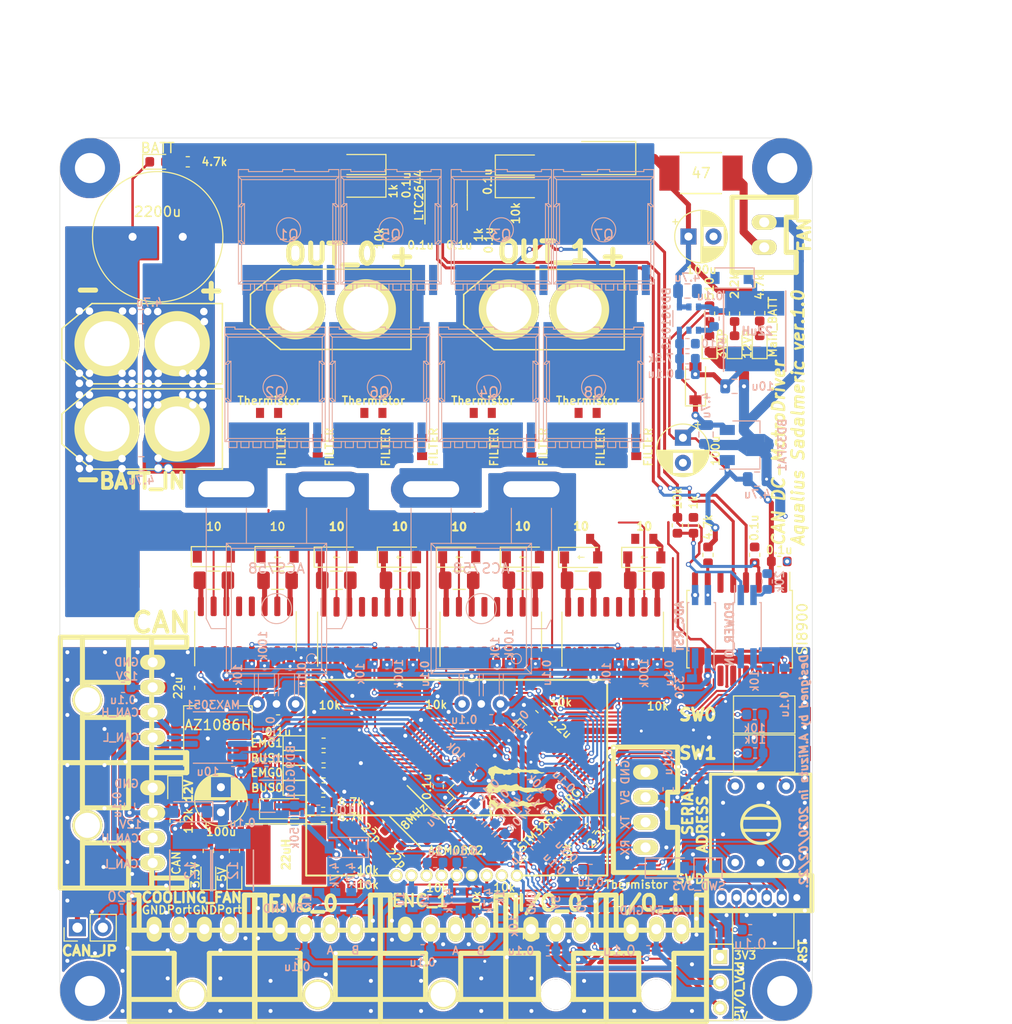
<source format=kicad_pcb>
(kicad_pcb (version 20171130) (host pcbnew "(5.1.4)-1")
  (layers (0 F.Cu signal) (31 B.Cu signal) (34 B.Paste user) (35 F.Paste user) (36 B.SilkS user) (37 F.SilkS user) (38 B.Mask user hide) (39 F.Mask user) (44 Edge.Cuts user))
  (net 0 "")
  (net 1 /OSC_IN)
  (net 2 GND)
  (net 3 /~RST)
  (net 4 /OSC_OUT)
  (net 5 +3V3)
  (net 6 /CAN_Vdd)
  (net 7 "Net-(C13-Pad1)")
  (net 8 "Net-(C14-Pad1)")
  (net 9 /FB_PWR_OUT)
  (net 10 /FB_PWR)
  (net 11 "Net-(C19-Pad1)")
  (net 12 "Net-(C20-Pad1)")
  (net 13 GNDPWR)
  (net 14 +3.3VP)
  (net 15 "Net-(C23-Pad2)")
  (net 16 "Net-(C23-Pad1)")
  (net 17 /Voltage)
  (net 18 /batt)
  (net 19 +12P)
  (net 20 "Net-(C30-Pad1)")
  (net 21 "Net-(C31-Pad1)")
  (net 22 +BATT)
  (net 23 +5V)
  (net 24 "Net-(D2-Pad2)")
  (net 25 "Net-(D3-Pad2)")
  (net 26 "Net-(D4-Pad2)")
  (net 27 +12V)
  (net 28 /PWM0_L)
  (net 29 /PWM0_R)
  (net 30 "Net-(D13-Pad2)")
  (net 31 "Net-(D14-Pad2)")
  (net 32 "Net-(D19-Pad2)")
  (net 33 "Net-(D20-Pad2)")
  (net 34 "Net-(D21-Pad2)")
  (net 35 "Net-(D22-Pad2)")
  (net 36 "Net-(D23-Pad2)")
  (net 37 "Net-(D26-Pad2)")
  (net 38 "Net-(JP1-Pad1)")
  (net 39 /CAN_H)
  (net 40 "Net-(JP2-Pad2)")
  (net 41 /SWCLK)
  (net 42 /SWDIO)
  (net 43 "Net-(P1-Pad6)")
  (net 44 /CAN_L)
  (net 45 /USART2_RX)
  (net 46 /USART2_TX)
  (net 47 "Net-(P7-Pad2)")
  (net 48 "Net-(R1-Pad1)")
  (net 49 /SW0)
  (net 50 /SW1)
  (net 51 /LED0)
  (net 52 /LED1)
  (net 53 /LED2)
  (net 54 "Net-(R9-Pad2)")
  (net 55 /EN0)
  (net 56 "Net-(R11-Pad1)")
  (net 57 "Net-(R12-Pad1)")
  (net 58 "Net-(R17-Pad2)")
  (net 59 "Net-(R18-Pad2)")
  (net 60 "Net-(R30-Pad2)")
  (net 61 "Net-(R31-Pad2)")
  (net 62 "Net-(R35-Pad1)")
  (net 63 /FB)
  (net 64 "Net-(R40-Pad1)")
  (net 65 /ADR_1)
  (net 66 /ADR_8)
  (net 67 /ADR_4)
  (net 68 /ADR_2)
  (net 69 /CAN1_RX)
  (net 70 /CAN1_TX)
  (net 71 /USART1_TX)
  (net 72 /USART1_RX)
  (net 73 "Net-(U4-Pad13)")
  (net 74 "Net-(U4-Pad12)")
  (net 75 "Net-(U4-Pad7)")
  (net 76 "Net-(U4-Pad2)")
  (net 77 "Net-(U5-Pad6)")
  (net 78 "Net-(U5-Pad11)")
  (net 79 "Net-(U5-Pad14)")
  (net 80 "Net-(U5-Pad15)")
  (net 81 "Net-(D27-Pad2)")
  (net 82 "Net-(P11-Pad4)")
  (net 83 "Net-(P11-Pad3)")
  (net 84 /TIM3_CH1)
  (net 85 /TIM3_CH2)
  (net 86 "Net-(C39-Pad1)")
  (net 87 "Net-(C39-Pad2)")
  (net 88 /ADC_~RST)
  (net 89 "Net-(D32-Pad2)")
  (net 90 "Net-(D33-Pad2)")
  (net 91 "Net-(D34-Pad2)")
  (net 92 /OUT0_L)
  (net 93 /OUT0_R)
  (net 94 /OUT1_L)
  (net 95 "Net-(C48-Pad1)")
  (net 96 /Current1)
  (net 97 /Current0)
  (net 98 /OUT1_R)
  (net 99 /PWM1_R)
  (net 100 /MOTOR0_BATT)
  (net 101 /PWM1_L)
  (net 102 /LED3)
  (net 103 /MOTOR1_BATT)
  (net 104 "Net-(P13-Pad3)")
  (net 105 "Net-(P13-Pad4)")
  (net 106 /EN1)
  (net 107 "Net-(R57-Pad1)")
  (net 108 "Net-(R60-Pad1)")
  (net 109 "Net-(U8-Pad13)")
  (net 110 "Net-(U8-Pad12)")
  (net 111 "Net-(U8-Pad7)")
  (net 112 "Net-(U8-Pad2)")
  (net 113 "Net-(U14-Pad2)")
  (net 114 "Net-(U14-Pad7)")
  (net 115 "Net-(U14-Pad12)")
  (net 116 "Net-(U14-Pad13)")
  (net 117 "Net-(C45-Pad1)")
  (net 118 "Net-(C46-Pad1)")
  (net 119 "Net-(C49-Pad1)")
  (net 120 "Net-(D1-Pad2)")
  (net 121 "Net-(D11-Pad2)")
  (net 122 "Net-(Q1-PadG)")
  (net 123 "Net-(Q2-PadG)")
  (net 124 "Net-(Q3-PadG)")
  (net 125 "Net-(Q4-PadG)")
  (net 126 "Net-(Q5-PadG)")
  (net 127 "Net-(Q6-PadG)")
  (net 128 "Net-(Q7-PadG)")
  (net 129 "Net-(Q8-PadG)")
  (net 130 "Net-(R13-Pad1)")
  (net 131 "Net-(R53-Pad2)")
  (net 132 "Net-(R54-Pad2)")
  (net 133 "Net-(R63-Pad2)")
  (net 134 "Net-(R64-Pad2)")
  (net 135 "Net-(R65-Pad1)")
  (net 136 "Net-(U12-Pad2)")
  (net 137 "Net-(U12-Pad7)")
  (net 138 "Net-(U12-Pad12)")
  (net 139 "Net-(U12-Pad13)")
  (net 140 /Motor0R_Tmp)
  (net 141 /Motor0L_Tmp)
  (net 142 /Motor1L_Tmp)
  (net 143 /Motor1R_Tmp)
  (net 144 /Substrate_Temp)
  (net 145 "Net-(U3-Pad4)")
  (net 146 /IO_0)
  (net 147 /IO_1)
  (net 148 /TIM4_CH1)
  (net 149 /TIM4_CH2)
  (net 150 "Net-(U3-Pad14)")
  (net 151 "Net-(U3-Pad15)")
  (net 152 "Net-(P2-Pad2)")
  (net 153 "Net-(P12-Pad2)")
  (net 154 "Net-(P2-Pad4)")
  (net 155 "Net-(C62-Pad1)")
  (net 156 "Net-(C63-Pad2)")
  (net 157 "Net-(C63-Pad1)")
  (net 158 "Net-(U17-Pad1)")
  (net 159 "Net-(D7-Pad2)")
  (net 160 "Net-(D8-Pad2)")
  (net 161 "Net-(D9-Pad2)")
  (net 162 "Net-(D39-Pad2)")
  (net 163 IO_Vdd)
  (net 164 "Net-(U3-Pad24)")
  (net 165 /I2C2_SCL)
  (net 166 /I2C2_SDA)
  (net 167 "Net-(U3-Pad50)")
  (net 168 "Net-(U3-Pad51)")
  (net 169 /PWR_ON_PIN)
  (net 170 "Net-(U3-Pad33)")
  (net 171 /ADC_~RST~_PIN)
  (net 172 "Net-(D10-Pad1)")
  (net 173 "Net-(D12-Pad1)")
  (net 174 /MOTOR1_OUT)
  (net 175 /MOTOR0_OUT)
  (net 176 /MOTOR0_VOLTAGE_DAC)
  (net 177 /MOTOR1_VOLTAGE_DAC)
  (module Mizz_lib:ACS785xCB (layer B.Cu) (at 114.5 107.4 180)
    (fp_text reference U13 hide)
    (fp_text value ACS758 (at 0 13.5 180) (layer B.SilkS) (effects (justify mirror)))
    (pad 5 thru_hole oval (at -5 21.4 180) (size 8 3.5) (drill oval 5.6 1.6) (layers *.Cu *.Mask) (net 13 GNDPWR))
    (pad 4 thru_hole oval (at 5 21.4 180) (size 8 3.5) (drill oval 5.6 1.6) (layers *.Cu *.Mask) (net 103 /MOTOR1_BATT))
    (pad 3 thru_hole circle (at 1.91 0 180) (size 1.524 1.524) (drill 0.762) (layers *.Cu *.Mask) (net 107 "Net-(R57-Pad1)"))
    (pad 2 thru_hole circle (at 0 0 180) (size 1.524 1.524) (drill 0.762) (layers *.Cu *.Mask) (net 2 GND))
    (pad 1 thru_hole circle (at -1.91 0 180) (size 1.524 1.524) (drill 0.762) (layers *.Cu *.Mask) (net 5 +3V3))
  )
  (module Mizz_lib:ACS785xCB (layer B.Cu) (at 94.09 107.4 180)
    (fp_text reference U10 hide)
    (fp_text value ACS758 (at 0 13.5 180) (layer B.SilkS) (effects (justify mirror)))
    (pad 1 thru_hole circle (at -1.91 0 180) (size 1.524 1.524) (drill 0.762) (layers *.Cu *.Mask) (net 5 +3V3))
    (pad 2 thru_hole circle (at 0 0 180) (size 1.524 1.524) (drill 0.762) (layers *.Cu *.Mask) (net 2 GND))
    (pad 3 thru_hole circle (at 1.91 0 180) (size 1.524 1.524) (drill 0.762) (layers *.Cu *.Mask) (net 108 "Net-(R60-Pad1)"))
    (pad 4 thru_hole oval (at 5 21.4 180) (size 8 3.5) (drill oval 5.6 1.6) (layers *.Cu *.Mask) (net 100 /MOTOR0_BATT))
    (pad 5 thru_hole oval (at -5 21.4 180) (size 8 3.5) (drill oval 5.6 1.6) (layers *.Cu *.Mask) (net 13 GNDPWR))
  )
  (module Mizz_lib:HSOF-8-1 (layer B.Cu) (at 104.35 75.85 180)
    (fp_text reference Q6 (at 0 -0.5) (layer B.SilkS) (effects (justify mirror)))
    (fp_text value MOSFET_N)
    (pad D smd rect (at 0 2.5 180) (size 10 8) (layers B.Cu B.Paste B.Mask) (net 93 /OUT0_R))
    (pad G smd rect (at -4.2 -5 180) (size 0.8 3) (layers B.Cu B.Paste B.Mask) (net 127 "Net-(Q6-PadG)"))
    (pad S smd rect (at 0.6 -5 180) (size 8 3) (layers B.Cu B.Paste B.Mask) (net 100 /MOTOR0_BATT))
  )
  (module Package_QFP:LQFP-64_10x10mm_P0.5mm (layer F.Cu) (at 118.35 116.075 45)
    (fp_text reference U3 hide)
    (fp_text value STM32F405RG (at 0 4.101219 45) (layer F.SilkS) (effects (font (size 0.8 0.8))))
    (pad 1 smd roundrect (at -5.675 -3.75 45) (size 1.55 0.3) (layers F.Cu F.Paste F.Mask) (net 5 +3V3))
    (pad 2 smd roundrect (at -5.675 -3.25 45) (size 1.55 0.3) (layers F.Cu F.Paste F.Mask) (net 146 /IO_0))
    (pad 3 smd roundrect (at -5.675 -2.75 45) (size 1.55 0.3) (layers F.Cu F.Paste F.Mask) (net 147 /IO_1))
    (pad 4 smd roundrect (at -5.675 -2.25 45) (size 1.55 0.3) (layers F.Cu F.Paste F.Mask) (net 145 "Net-(U3-Pad4)"))
    (pad 5 smd roundrect (at -5.675 -1.75 45) (size 1.55 0.3) (layers F.Cu F.Paste F.Mask) (net 1 /OSC_IN))
    (pad 6 smd roundrect (at -5.675 -1.25 45) (size 1.55 0.3) (layers F.Cu F.Paste F.Mask) (net 4 /OSC_OUT))
    (pad 7 smd roundrect (at -5.675 -0.75 45) (size 1.55 0.3) (layers F.Cu F.Paste F.Mask) (net 3 /~RST))
    (pad 8 smd roundrect (at -5.675 -0.25 45) (size 1.55 0.3) (layers F.Cu F.Paste F.Mask) (net 140 /Motor0R_Tmp))
    (pad 9 smd roundrect (at -5.675 0.25 45) (size 1.55 0.3) (layers F.Cu F.Paste F.Mask) (net 141 /Motor0L_Tmp))
    (pad 10 smd roundrect (at -5.675 0.75 45) (size 1.55 0.3) (layers F.Cu F.Paste F.Mask) (net 96 /Current1))
    (pad 11 smd roundrect (at -5.675 1.25 45) (size 1.55 0.3) (layers F.Cu F.Paste F.Mask) (net 97 /Current0))
    (pad 12 smd roundrect (at -5.675 1.75 45) (size 1.55 0.3) (layers F.Cu F.Paste F.Mask) (net 2 GND))
    (pad 13 smd roundrect (at -5.675 2.25 45) (size 1.55 0.3) (layers F.Cu F.Paste F.Mask) (net 5 +3V3))
    (pad 14 smd roundrect (at -5.675 2.75 45) (size 1.55 0.3) (layers F.Cu F.Paste F.Mask) (net 150 "Net-(U3-Pad14)"))
    (pad 15 smd roundrect (at -5.675 3.25 45) (size 1.55 0.3) (layers F.Cu F.Paste F.Mask) (net 151 "Net-(U3-Pad15)"))
    (pad 16 smd roundrect (at -5.675 3.75 45) (size 1.55 0.3) (layers F.Cu F.Paste F.Mask) (net 46 /USART2_TX))
    (pad 17 smd roundrect (at -3.75 5.675 45) (size 0.3 1.55) (layers F.Cu F.Paste F.Mask) (net 45 /USART2_RX))
    (pad 18 smd roundrect (at -3.25 5.675 45) (size 0.3 1.55) (layers F.Cu F.Paste F.Mask) (net 2 GND))
    (pad 19 smd roundrect (at -2.75 5.675 45) (size 0.3 1.55) (layers F.Cu F.Paste F.Mask) (net 5 +3V3))
    (pad 20 smd roundrect (at -2.25 5.675 45) (size 0.3 1.55) (layers F.Cu F.Paste F.Mask) (net 144 /Substrate_Temp))
    (pad 21 smd roundrect (at -1.75 5.675 45) (size 0.3 1.55) (layers F.Cu F.Paste F.Mask) (net 67 /ADR_4))
    (pad 22 smd roundrect (at -1.25 5.675 45) (size 0.3 1.55) (layers F.Cu F.Paste F.Mask) (net 66 /ADR_8))
    (pad 23 smd roundrect (at -0.75 5.675 45) (size 0.3 1.55) (layers F.Cu F.Paste F.Mask) (net 65 /ADR_1))
    (pad 24 smd roundrect (at -0.25 5.675 45) (size 0.3 1.55) (layers F.Cu F.Paste F.Mask) (net 164 "Net-(U3-Pad24)"))
    (pad 25 smd roundrect (at 0.25 5.675 45) (size 0.3 1.55) (layers F.Cu F.Paste F.Mask) (net 143 /Motor1R_Tmp))
    (pad 26 smd roundrect (at 0.75 5.675 45) (size 0.3 1.55) (layers F.Cu F.Paste F.Mask) (net 142 /Motor1L_Tmp))
    (pad 27 smd roundrect (at 1.25 5.675 45) (size 0.3 1.55) (layers F.Cu F.Paste F.Mask) (net 68 /ADR_2))
    (pad 28 smd roundrect (at 1.75 5.675 45) (size 0.3 1.55) (layers F.Cu F.Paste F.Mask) (net 54 "Net-(R9-Pad2)"))
    (pad 29 smd roundrect (at 2.25 5.675 45) (size 0.3 1.55) (layers F.Cu F.Paste F.Mask) (net 165 /I2C2_SCL))
    (pad 30 smd roundrect (at 2.75 5.675 45) (size 0.3 1.55) (layers F.Cu F.Paste F.Mask) (net 166 /I2C2_SDA))
    (pad 31 smd roundrect (at 3.25 5.675 45) (size 0.3 1.55) (layers F.Cu F.Paste F.Mask) (net 7 "Net-(C13-Pad1)"))
    (pad 32 smd roundrect (at 3.75 5.675 45) (size 0.3 1.55) (layers F.Cu F.Paste F.Mask) (net 5 +3V3))
    (pad 33 smd roundrect (at 5.675 3.75 45) (size 1.55 0.3) (layers F.Cu F.Paste F.Mask) (net 170 "Net-(U3-Pad33)"))
    (pad 34 smd roundrect (at 5.675 3.25 45) (size 1.55 0.3) (layers F.Cu F.Paste F.Mask) (net 106 /EN1))
    (pad 35 smd roundrect (at 5.675 2.75 45) (size 1.55 0.3) (layers F.Cu F.Paste F.Mask) (net 99 /PWM1_R))
    (pad 36 smd roundrect (at 5.675 2.25 45) (size 1.55 0.3) (layers F.Cu F.Paste F.Mask) (net 101 /PWM1_L))
    (pad 37 smd roundrect (at 5.675 1.75 45) (size 1.55 0.3) (layers F.Cu F.Paste F.Mask) (net 55 /EN0))
    (pad 38 smd roundrect (at 5.675 1.25 45) (size 1.55 0.3) (layers F.Cu F.Paste F.Mask) (net 28 /PWM0_L))
    (pad 39 smd roundrect (at 5.675 0.75 45) (size 1.55 0.3) (layers F.Cu F.Paste F.Mask) (net 29 /PWM0_R))
    (pad 40 smd roundrect (at 5.675 0.25 45) (size 1.55 0.3) (layers F.Cu F.Paste F.Mask) (net 50 /SW1))
    (pad 41 smd roundrect (at 5.675 -0.25 45) (size 1.55 0.3) (layers F.Cu F.Paste F.Mask) (net 49 /SW0))
    (pad 42 smd roundrect (at 5.675 -0.75 45) (size 1.55 0.3) (layers F.Cu F.Paste F.Mask) (net 71 /USART1_TX))
    (pad 43 smd roundrect (at 5.675 -1.25 45) (size 1.55 0.3) (layers F.Cu F.Paste F.Mask) (net 72 /USART1_RX))
    (pad 44 smd roundrect (at 5.675 -1.75 45) (size 1.55 0.3) (layers F.Cu F.Paste F.Mask) (net 169 /PWR_ON_PIN))
    (pad 45 smd roundrect (at 5.675 -2.25 45) (size 1.55 0.3) (layers F.Cu F.Paste F.Mask) (net 171 /ADC_~RST~_PIN))
    (pad 46 smd roundrect (at 5.675 -2.75 45) (size 1.55 0.3) (layers F.Cu F.Paste F.Mask) (net 42 /SWDIO))
    (pad 47 smd roundrect (at 5.675 -3.25 45) (size 1.55 0.3) (layers F.Cu F.Paste F.Mask) (net 8 "Net-(C14-Pad1)"))
    (pad 48 smd roundrect (at 5.675 -3.75 45) (size 1.55 0.3) (layers F.Cu F.Paste F.Mask) (net 5 +3V3))
    (pad 49 smd roundrect (at 3.75 -5.675 45) (size 0.3 1.55) (layers F.Cu F.Paste F.Mask) (net 41 /SWCLK))
    (pad 50 smd roundrect (at 3.25 -5.675 45) (size 0.3 1.55) (layers F.Cu F.Paste F.Mask) (net 167 "Net-(U3-Pad50)"))
    (pad 51 smd roundrect (at 2.75 -5.675 45) (size 0.3 1.55) (layers F.Cu F.Paste F.Mask) (net 168 "Net-(U3-Pad51)"))
    (pad 52 smd roundrect (at 2.25 -5.675 45) (size 0.3 1.55) (layers F.Cu F.Paste F.Mask) (net 51 /LED0))
    (pad 53 smd roundrect (at 1.75 -5.675 45) (size 0.3 1.55) (layers F.Cu F.Paste F.Mask) (net 52 /LED1))
    (pad 54 smd roundrect (at 1.25 -5.675 45) (size 0.3 1.55) (layers F.Cu F.Paste F.Mask) (net 53 /LED2))
    (pad 55 smd roundrect (at 0.75 -5.675 45) (size 0.3 1.55) (layers F.Cu F.Paste F.Mask) (net 102 /LED3))
    (pad 56 smd roundrect (at 0.25 -5.675 45) (size 0.3 1.55) (layers F.Cu F.Paste F.Mask) (net 84 /TIM3_CH1))
    (pad 57 smd roundrect (at -0.25 -5.675 45) (size 0.3 1.55) (layers F.Cu F.Paste F.Mask) (net 85 /TIM3_CH2))
    (pad 58 smd roundrect (at -0.75 -5.675 45) (size 0.3 1.55) (layers F.Cu F.Paste F.Mask) (net 148 /TIM4_CH1))
    (pad 59 smd roundrect (at -1.25 -5.675 45) (size 0.3 1.55) (layers F.Cu F.Paste F.Mask) (net 149 /TIM4_CH2))
    (pad 60 smd roundrect (at -1.75 -5.675 45) (size 0.3 1.55) (layers F.Cu F.Paste F.Mask) (net 48 "Net-(R1-Pad1)"))
    (pad 61 smd roundrect (at -2.25 -5.675 45) (size 0.3 1.55) (layers F.Cu F.Paste F.Mask) (net 69 /CAN1_RX))
    (pad 62 smd roundrect (at -2.75 -5.675 45) (size 0.3 1.55) (layers F.Cu F.Paste F.Mask) (net 70 /CAN1_TX))
    (pad 63 smd roundrect (at -3.25 -5.675 45) (size 0.3 1.55) (layers F.Cu F.Paste F.Mask) (net 2 GND))
    (pad 64 smd roundrect (at -3.75 -5.675 45) (size 0.3 1.55) (layers F.Cu F.Paste F.Mask) (net 5 +3V3))
  )
  (module Mizz_lib:XT60_F (layer F.Cu) (at 120.75 68.1)
    (fp_text reference P10)
    (fp_text value OUT_1 (at 0 -5.75 unlocked) (layer F.SilkS) (effects (font (size 2 2) (thickness 0.5))))
    (pad 2 thru_hole circle (at 3.5 0) (size 6 6) (drill 4.5) (layers *.Cu *.Mask F.SilkS) (net 98 /OUT1_R))
    (pad 1 thru_hole circle (at -3.5 0) (size 6 6) (drill 4.5) (layers *.Cu *.Mask F.SilkS) (net 94 /OUT1_L))
  )
  (module Mizz_lib:XT60_F (layer F.Cu) (at 99.5 68.075)
    (fp_text reference P15)
    (fp_text value OUT_0 (at 0 -5.5) (layer F.SilkS) (effects (font (size 2 2) (thickness 0.5))))
    (pad 2 thru_hole circle (at 3.5 0) (size 6 6) (drill 4.5) (layers *.Cu *.Mask F.SilkS) (net 93 /OUT0_R))
    (pad 1 thru_hole circle (at -3.5 0) (size 6 6) (drill 4.5) (layers *.Cu *.Mask F.SilkS) (net 92 /OUT0_L))
  )
  (module Mizz_lib:rotary_0F (layer F.Cu) (at 142.35 119.4 180)
    (fp_text reference U19 hide)
    (fp_text value ADRESS (at 5.8 0 270) (layer F.SilkS) (effects (font (thickness 0.25))))
    (pad 1 thru_hole circle (at -2.54 3.81 180) (size 1.524 1.524) (drill 0.762) (layers *.Cu *.Mask) (net 68 /ADR_2))
    (pad 2 thru_hole circle (at 0 3.81 180) (size 1.524 1.524) (drill 0.762) (layers *.Cu *.Mask) (net 2 GND))
    (pad 3 thru_hole circle (at 2.54 3.81 180) (size 1.524 1.524) (drill 0.762) (layers *.Cu *.Mask) (net 65 /ADR_1))
    (pad 4 thru_hole circle (at 2.54 -3.81 180) (size 1.524 1.524) (drill 0.762) (layers *.Cu *.Mask) (net 67 /ADR_4))
    (pad 5 thru_hole circle (at 0 -3.81 180) (size 1.524 1.524) (drill 0.762) (layers *.Cu *.Mask) (net 2 GND))
    (pad 6 thru_hole circle (at -2.54 -3.81 180) (size 1.524 1.524) (drill 0.762) (layers *.Cu *.Mask) (net 66 /ADR_8))
  )
  (module Capacitor_SMD:C_0603_1608Metric (layer B.Cu) (at 115.5 108.975 180)
    (fp_text reference C21 hide)
    (fp_text value 0.1u (at 2.7 0) (layer B.SilkS) (effects (font (size 0.8 0.8)) (justify mirror)))
    (pad 1 smd roundrect (at -0.7875 0 180) (size 0.875 0.95) (layers B.Cu B.Paste B.Mask) (net 5 +3V3))
    (pad 2 smd roundrect (at 0.7875 0 180) (size 0.875 0.95) (layers B.Cu B.Paste B.Mask) (net 2 GND))
  )
  (module Mizz_lib:AQM0802_original (layer F.Cu) (at 112.05 114.25)
    (fp_text reference U17 hide)
    (fp_text value AQM0802 (at -0.1 7.75) (layer F.SilkS) (effects (font (size 0.8 0.8))))
    (pad 9 thru_hole circle (at 6 10.25) (size 1.2 1.2) (drill 0.8) (layers *.Cu *.Mask F.SilkS) (net 5 +3V3))
    (pad 8 thru_hole circle (at 4.5 10.25) (size 1.2 1.2) (drill 0.8) (layers *.Cu *.Mask F.SilkS) (net 165 /I2C2_SCL))
    (pad 7 thru_hole circle (at 3 10.25) (size 1.2 1.2) (drill 0.8) (layers *.Cu *.Mask F.SilkS) (net 166 /I2C2_SDA))
    (pad 6 thru_hole circle (at 1.5 10.25) (size 1.2 1.2) (drill 0.8) (layers *.Cu *.Mask F.SilkS) (net 2 GND))
    (pad 5 thru_hole circle (at 0 10.25) (size 1.2 1.2) (drill 0.8) (layers *.Cu *.Mask F.SilkS) (net 5 +3V3))
    (pad 4 thru_hole circle (at -1.5 10.25) (size 1.2 1.2) (drill 0.8) (layers *.Cu *.Mask F.SilkS) (net 156 "Net-(C63-Pad2)"))
    (pad 3 thru_hole circle (at -3 10.25) (size 1.2 1.2) (drill 0.8) (layers *.Cu *.Mask F.SilkS) (net 157 "Net-(C63-Pad1)"))
    (pad 2 thru_hole circle (at -4.5 10.25) (size 1.2 1.2) (drill 0.8) (layers *.Cu *.Mask F.SilkS) (net 155 "Net-(C62-Pad1)"))
    (pad 1 thru_hole circle (at -6 10.25) (size 1.2 1.2) (drill 0.8) (layers *.Cu *.Mask F.SilkS) (net 158 "Net-(U17-Pad1)"))
  )
  (module Mizz_lib:XA_4L (layer F.Cu) (at 81.9 129.85)
    (fp_text reference P2 hide)
    (fp_text value MOTOR_COOLING hide)
    (pad 1 thru_hole oval (at 0 0) (size 1.5 2.5) (drill 1) (layers *.Cu *.Mask F.SilkS) (net 2 GND))
    (pad 2 thru_hole oval (at 2.5 0) (size 1.5 2.5) (drill 1) (layers *.Cu *.Mask F.SilkS) (net 152 "Net-(P2-Pad2)"))
    (pad 3 thru_hole oval (at 5 0) (size 1.5 2.5) (drill 1) (layers *.Cu *.Mask F.SilkS) (net 2 GND))
    (pad 4 thru_hole oval (at 7.5 0) (size 1.5 2.5) (drill 1) (layers *.Cu *.Mask F.SilkS) (net 154 "Net-(P2-Pad4)"))
    (pad "" thru_hole circle (at 3.75 6.5) (size 3 3) (drill 2.5) (layers *.Cu *.Mask F.SilkS))
  )
  (module Capacitor_SMD:C_0603_1608Metric (layer B.Cu) (at 116.3 120.9 225)
    (fp_text reference C50 hide)
    (fp_text value 470n (at -2.899138 0 45) (layer B.SilkS) (effects (font (size 0.8 0.8)) (justify mirror)))
    (pad 1 smd roundrect (at -0.7875 0 225) (size 0.875 0.95) (layers B.Cu B.Paste B.Mask) (net 97 /Current0))
    (pad 2 smd roundrect (at 0.7875 0 225) (size 0.875 0.95) (layers B.Cu B.Paste B.Mask) (net 2 GND))
  )
  (module Package_SO:SOIC-16W_7.5x10.3mm_P1.27mm (layer F.Cu) (at 140.25 99.95 270)
    (fp_text reference U5 hide)
    (fp_text value SI8900 (at 0 -6.25 90) (layer F.SilkS))
    (pad 1 smd roundrect (at -4.65 -4.445 270) (size 2.05 0.6) (layers F.Cu F.Paste F.Mask) (net 14 +3.3VP))
    (pad 2 smd roundrect (at -4.65 -3.175 270) (size 2.05 0.6) (layers F.Cu F.Paste F.Mask) (net 14 +3.3VP))
    (pad 3 smd roundrect (at -4.65 -1.905 270) (size 2.05 0.6) (layers F.Cu F.Paste F.Mask) (net 17 /Voltage))
    (pad 4 smd roundrect (at -4.65 -0.635 270) (size 2.05 0.6) (layers F.Cu F.Paste F.Mask) (net 176 /MOTOR0_VOLTAGE_DAC))
    (pad 5 smd roundrect (at -4.65 0.635 270) (size 2.05 0.6) (layers F.Cu F.Paste F.Mask) (net 177 /MOTOR1_VOLTAGE_DAC))
    (pad 6 smd roundrect (at -4.65 1.905 270) (size 2.05 0.6) (layers F.Cu F.Paste F.Mask) (net 77 "Net-(U5-Pad6)"))
    (pad 7 smd roundrect (at -4.65 3.175 270) (size 2.05 0.6) (layers F.Cu F.Paste F.Mask) (net 88 /ADC_~RST))
    (pad 8 smd roundrect (at -4.65 4.445 270) (size 2.05 0.6) (layers F.Cu F.Paste F.Mask) (net 13 GNDPWR))
    (pad 9 smd roundrect (at 4.65 4.445 270) (size 2.05 0.6) (layers F.Cu F.Paste F.Mask) (net 2 GND))
    (pad 10 smd roundrect (at 4.65 3.175 270) (size 2.05 0.6) (layers F.Cu F.Paste F.Mask) (net 5 +3V3))
    (pad 11 smd roundrect (at 4.65 1.905 270) (size 2.05 0.6) (layers F.Cu F.Paste F.Mask) (net 78 "Net-(U5-Pad11)"))
    (pad 12 smd roundrect (at 4.65 0.635 270) (size 2.05 0.6) (layers F.Cu F.Paste F.Mask) (net 72 /USART1_RX))
    (pad 13 smd roundrect (at 4.65 -0.635 270) (size 2.05 0.6) (layers F.Cu F.Paste F.Mask) (net 71 /USART1_TX))
    (pad 14 smd roundrect (at 4.65 -1.905 270) (size 2.05 0.6) (layers F.Cu F.Paste F.Mask) (net 79 "Net-(U5-Pad14)"))
    (pad 15 smd roundrect (at 4.65 -3.175 270) (size 2.05 0.6) (layers F.Cu F.Paste F.Mask) (net 80 "Net-(U5-Pad15)"))
    (pad 16 smd roundrect (at 4.65 -4.445 270) (size 2.05 0.6) (layers F.Cu F.Paste F.Mask) (net 5 +3V3))
  )
  (module Mizz_lib:XA_4L (layer F.Cu) (at 81.75 115.75 270)
    (fp_text reference P4 hide)
    (fp_text value CAN (at 7.5 -2.35 90) (layer F.SilkS) (effects (font (size 0.8 0.8))))
    (pad 1 thru_hole oval (at 0 0 270) (size 1.5 2.5) (drill 1) (layers *.Cu *.Mask F.SilkS) (net 2 GND))
    (pad 2 thru_hole oval (at 2.5 0 270) (size 1.5 2.5) (drill 1) (layers *.Cu *.Mask F.SilkS) (net 6 /CAN_Vdd))
    (pad 3 thru_hole oval (at 5 0 270) (size 1.5 2.5) (drill 1) (layers *.Cu *.Mask F.SilkS) (net 39 /CAN_H))
    (pad 4 thru_hole oval (at 7.5 0 270) (size 1.5 2.5) (drill 1) (layers *.Cu *.Mask F.SilkS) (net 44 /CAN_L))
    (pad "" thru_hole circle (at 3.75 6.5 270) (size 3 3) (drill 2.5) (layers *.Cu *.Mask F.SilkS))
  )
  (module Mizz_lib:XA_4L (layer F.Cu) (at 81.75 103.25 270)
    (fp_text reference P3 hide)
    (fp_text value CAN (at -3.95 -0.85 180) (layer F.SilkS) (effects (font (size 2 2) (thickness 0.4))))
    (pad "" thru_hole circle (at 3.75 6.5 270) (size 3 3) (drill 2.5) (layers *.Cu *.Mask F.SilkS))
    (pad 4 thru_hole oval (at 7.5 0 270) (size 1.5 2.5) (drill 1) (layers *.Cu *.Mask F.SilkS) (net 44 /CAN_L))
    (pad 3 thru_hole oval (at 5 0 270) (size 1.5 2.5) (drill 1) (layers *.Cu *.Mask F.SilkS) (net 39 /CAN_H))
    (pad 2 thru_hole oval (at 2.5 0 270) (size 1.5 2.5) (drill 1) (layers *.Cu *.Mask F.SilkS) (net 6 /CAN_Vdd))
    (pad 1 thru_hole oval (at 0 0 270) (size 1.5 2.5) (drill 1) (layers *.Cu *.Mask F.SilkS) (net 2 GND))
  )
  (module Mizz_lib:XA_4L (layer F.Cu) (at 94.45 129.85)
    (fp_text reference P11 hide)
    (fp_text value ENC_0 (at 2.25 -2.55) (layer F.SilkS) (effects (font (size 1.5 1.5) (thickness 0.375))))
    (pad "" thru_hole circle (at 3.75 6.5) (size 3 3) (drill 2.5) (layers *.Cu *.Mask F.SilkS))
    (pad 4 thru_hole oval (at 7.5 0) (size 1.5 2.5) (drill 1) (layers *.Cu *.Mask F.SilkS) (net 82 "Net-(P11-Pad4)"))
    (pad 3 thru_hole oval (at 5 0) (size 1.5 2.5) (drill 1) (layers *.Cu *.Mask F.SilkS) (net 83 "Net-(P11-Pad3)"))
    (pad 2 thru_hole oval (at 2.5 0) (size 1.5 2.5) (drill 1) (layers *.Cu *.Mask F.SilkS) (net 23 +5V))
    (pad 1 thru_hole oval (at 0 0) (size 1.5 2.5) (drill 1) (layers *.Cu *.Mask F.SilkS) (net 2 GND))
  )
  (module Mizz_lib:XA_4L (layer F.Cu) (at 106.95 129.85)
    (fp_text reference P13 hide)
    (fp_text value ENC_1 (at 1.45 -2.85) (layer F.SilkS) (effects (font (size 1.2 1.2) (thickness 0.25))))
    (pad 1 thru_hole oval (at 0 0) (size 1.5 2.5) (drill 1) (layers *.Cu *.Mask F.SilkS) (net 2 GND))
    (pad 2 thru_hole oval (at 2.5 0) (size 1.5 2.5) (drill 1) (layers *.Cu *.Mask F.SilkS) (net 23 +5V))
    (pad 3 thru_hole oval (at 5 0) (size 1.5 2.5) (drill 1) (layers *.Cu *.Mask F.SilkS) (net 104 "Net-(P13-Pad3)"))
    (pad 4 thru_hole oval (at 7.5 0) (size 1.5 2.5) (drill 1) (layers *.Cu *.Mask F.SilkS) (net 105 "Net-(P13-Pad4)"))
    (pad "" thru_hole circle (at 3.75 6.5) (size 3 3) (drill 2.5) (layers *.Cu *.Mask F.SilkS))
  )
  (module Mizz_lib:XA_2P (layer F.Cu) (at 142.7 61.9 90)
    (fp_text reference P7 hide)
    (fp_text value FAN (at 1.25 4 270) (layer F.SilkS) (effects (font (size 1.2 1.2) (thickness 0.3))))
    (pad 1 thru_hole oval (at 2.5 0 90) (size 1.5 2.5) (drill 1) (layers *.Cu *.Mask F.SilkS) (net 13 GNDPWR))
    (pad 2 thru_hole oval (at 0 0 90) (size 1.5 2.5) (drill 1) (layers *.Cu *.Mask F.SilkS) (net 47 "Net-(P7-Pad2)"))
  )
  (module Mizz_lib:XA_4P (layer F.Cu) (at 130.875 121.7 90)
    (fp_text reference P5 hide)
    (fp_text value SERIAL (at 3.75 4.2 270) (layer F.SilkS) (effects (font (thickness 0.25))))
    (pad 4 thru_hole oval (at 0 0 90) (size 1.5 2.5) (drill 1) (layers *.Cu *.Mask F.SilkS) (net 45 /USART2_RX))
    (pad 3 thru_hole oval (at 2.5 0 90) (size 1.5 2.5) (drill 1) (layers *.Cu *.Mask F.SilkS) (net 46 /USART2_TX))
    (pad 2 thru_hole oval (at 5 0 90) (size 1.5 2.5) (drill 1) (layers *.Cu *.Mask F.SilkS) (net 23 +5V))
    (pad 1 thru_hole oval (at 7.5 0 90) (size 1.5 2.5) (drill 1) (layers *.Cu *.Mask F.SilkS) (net 2 GND))
  )
  (module Mizz_lib:ZH_6P (layer F.Cu) (at 145.95 126.7 180)
    (fp_text reference P1 hide)
    (fp_text value SWD (at 10.65 1.85) (layer F.SilkS) (effects (font (size 0.9 0.9) (thickness 0.2))))
    (pad 1 thru_hole oval (at 0 0 180) (size 1 1.524) (drill 0.7) (layers *.Cu *.Mask) (net 2 GND))
    (pad 2 thru_hole oval (at 1.5 0 180) (size 1 1.524) (drill 0.7) (layers *.Cu *.Mask) (net 38 "Net-(JP1-Pad1)"))
    (pad 3 thru_hole oval (at 3 0 180) (size 1 1.524) (drill 0.7) (layers *.Cu *.Mask) (net 41 /SWCLK))
    (pad 4 thru_hole oval (at 4.5 0 180) (size 1 1.524) (drill 0.7) (layers *.Cu *.Mask) (net 42 /SWDIO))
    (pad 5 thru_hole oval (at 6 0 180) (size 1 1.524) (drill 0.7) (layers *.Cu *.Mask) (net 3 /~RST))
    (pad 6 thru_hole oval (at 7.5 0 180) (size 1 1.524) (drill 0.7) (layers *.Cu *.Mask) (net 43 "Net-(P1-Pad6)"))
  )
  (module Mizz_lib:XT60_F (layer F.Cu) (at 80.7 80)
    (fp_text reference P9)
    (fp_text value BATT_IN (at 0 5.2) (layer F.SilkS) (effects (font (size 1.5 1.5) (thickness 0.375))))
    (pad 1 thru_hole circle (at -3.5 0) (size 6.5 6.5) (drill 4.5) (layers *.Cu *.Mask F.SilkS) (net 13 GNDPWR))
    (pad 2 thru_hole circle (at 3.5 0) (size 6.5 6.5) (drill 4.5) (layers *.Cu *.Mask F.SilkS) (net 22 +BATT))
  )
  (module Mizz_lib:XT60_M (layer F.Cu) (at 80.7 71.5)
    (fp_text reference P8)
    (fp_text value BATT_IN hide)
    (pad 2 thru_hole circle (at 3.5 0) (size 6.5 6.5) (drill 4.5) (layers *.Cu *.Mask F.SilkS) (net 22 +BATT))
    (pad 1 thru_hole circle (at -3.5 0) (size 6.5 6.5) (drill 4.5) (layers *.Cu *.Mask F.SilkS) (net 13 GNDPWR))
  )
  (module Resistor_SMD:R_0603_1608Metric (layer B.Cu) (at 113.75 113.875 135)
    (fp_text reference R1 hide)
    (fp_text value 10k (at 2.474874 0 135) (layer B.SilkS) (effects (font (size 0.8 0.8)) (justify mirror)))
    (pad 2 smd roundrect (at 0.7875 0 135) (size 0.875 0.95) (layers B.Cu B.Paste B.Mask) (net 2 GND))
    (pad 1 smd roundrect (at -0.7875 0 135) (size 0.875 0.95) (layers B.Cu B.Paste B.Mask) (net 48 "Net-(R1-Pad1)"))
  )
  (module Diode_SMD:D_SOD-123 (layer B.Cu) (at 139.45 64.95 180)
    (fp_text reference D16 hide)
    (fp_text value DIODE)
    (pad 1 smd rect (at -1.65 0 180) (size 0.9 1.2) (layers B.Cu B.Paste B.Mask) (net 16 "Net-(C23-Pad1)"))
    (pad 2 smd rect (at 1.65 0 180) (size 0.9 1.2) (layers B.Cu B.Paste B.Mask) (net 13 GNDPWR))
  )
  (module Mizz_lib:HSOF-8-1 (layer B.Cu) (at 93.95 75.85 180)
    (fp_text reference Q2 (at 0 -0.5) (layer B.SilkS) (effects (justify mirror)))
    (fp_text value MOSFET_N)
    (pad S smd rect (at 0.6 -5 180) (size 8 3) (layers B.Cu B.Paste B.Mask) (net 100 /MOTOR0_BATT))
    (pad G smd rect (at -4.2 -5 180) (size 0.8 3) (layers B.Cu B.Paste B.Mask) (net 123 "Net-(Q2-PadG)"))
    (pad D smd rect (at 0 2.5 180) (size 10 8) (layers B.Cu B.Paste B.Mask) (net 92 /OUT0_L))
  )
  (module Diode_SMD:D_SOD-123 (layer B.Cu) (at 85.5 118.15 180)
    (fp_text reference D5 hide)
    (fp_text value DIODE)
    (pad 1 smd rect (at -1.65 0 180) (size 0.9 1.2) (layers B.Cu B.Paste B.Mask) (net 27 +12V))
    (pad 2 smd rect (at 1.65 0 180) (size 0.9 1.2) (layers B.Cu B.Paste B.Mask) (net 6 /CAN_Vdd))
  )
  (module Resistor_SMD:R_0603_1608Metric (layer B.Cu) (at 78.65 127.85 180)
    (fp_text reference R3 hide)
    (fp_text value 120 (at 0 1.25) (layer B.SilkS) (effects (justify mirror)))
    (pad 1 smd roundrect (at -0.7875 0 180) (size 0.875 0.95) (layers B.Cu B.Paste B.Mask) (net 44 /CAN_L))
    (pad 2 smd roundrect (at 0.7875 0 180) (size 0.875 0.95) (layers B.Cu B.Paste B.Mask) (net 40 "Net-(JP2-Pad2)"))
  )
  (module Capacitor_SMD:C_0603_1608Metric (layer B.Cu) (at 115.3 119.9 225)
    (fp_text reference C47 hide)
    (fp_text value 470n (at -2.828427 0 45) (layer B.SilkS) (effects (font (size 0.8 0.8)) (justify mirror)))
    (pad 1 smd roundrect (at -0.7875 0 225) (size 0.875 0.95) (layers B.Cu B.Paste B.Mask) (net 96 /Current1))
    (pad 2 smd roundrect (at 0.7875 0 225) (size 0.875 0.95) (layers B.Cu B.Paste B.Mask) (net 2 GND))
  )
  (module Resistor_SMD:R_0603_1608Metric (layer F.Cu) (at 98.75 117.2)
    (fp_text reference R57 hide)
    (fp_text value 4.7k (at 2.75 0) (layer F.SilkS) (effects (font (size 0.8 0.8))))
    (pad 1 smd roundrect (at -0.7875 0) (size 0.875 0.95) (layers F.Cu F.Paste F.Mask) (net 107 "Net-(R57-Pad1)"))
    (pad 2 smd roundrect (at 0.7875 0) (size 0.875 0.95) (layers F.Cu F.Paste F.Mask) (net 96 /Current1))
  )
  (module Mizz_lib:Crystal_SMD_5032_2Pads (layer F.Cu) (at 107.8 118.625 315)
    (fp_text reference Y1 hide)
    (fp_text value 8MHz (at 0 0 45) (layer F.SilkS) (effects (font (size 0.8 0.8))))
    (pad 1 smd rect (at -2.05 0 315) (size 2 2.4) (layers F.Cu F.Paste F.Mask) (net 1 /OSC_IN))
    (pad 2 smd rect (at 2.05 0 315) (size 2 2.4) (layers F.Cu F.Paste F.Mask) (net 4 /OSC_OUT))
  )
  (module Capacitor_SMD:C_0603_1608Metric (layer F.Cu) (at 104.393153 119.418153 315)
    (fp_text reference C1 hide)
    (fp_text value 22p (at -0.007995 1.184404 135) (layer F.SilkS) (effects (font (size 0.8 0.8))))
    (pad 2 smd roundrect (at 0.7875 0 315) (size 0.875 0.95) (layers F.Cu F.Paste F.Mask) (net 1 /OSC_IN))
    (pad 1 smd roundrect (at -0.7875 0 315) (size 0.875 0.95) (layers F.Cu F.Paste F.Mask) (net 2 GND))
  )
  (module Capacitor_SMD:C_0603_1608Metric (layer B.Cu) (at 141.3 129.9 180)
    (fp_text reference C2 hide)
    (fp_text value 0.1u (at 0 -1.43) (layer B.SilkS) (effects (justify mirror)))
    (pad 1 smd roundrect (at -0.7875 0 180) (size 0.875 0.95) (layers B.Cu B.Paste B.Mask) (net 2 GND))
    (pad 2 smd roundrect (at 0.7875 0 180) (size 0.875 0.95) (layers B.Cu B.Paste B.Mask) (net 3 /~RST))
  )
  (module Capacitor_SMD:C_0603_1608Metric (layer F.Cu) (at 107.1 122.125 135)
    (fp_text reference C3 hide)
    (fp_text value 22p (at 0.282843 -1.202082 135) (layer F.SilkS) (effects (font (size 0.8 0.8))))
    (pad 1 smd roundrect (at -0.7875 0 135) (size 0.875 0.95) (layers F.Cu F.Paste F.Mask) (net 2 GND))
    (pad 2 smd roundrect (at 0.7875 0 135) (size 0.875 0.95) (layers F.Cu F.Paste F.Mask) (net 4 /OSC_OUT))
  )
  (module Capacitor_SMD:C_0603_1608Metric (layer B.Cu) (at 119.9 121.475 315)
    (fp_text reference C5 hide)
    (fp_text value 0.1u (at 2.669328 -0.017678 135) (layer B.SilkS) (effects (font (size 0.8 0.8)) (justify mirror)))
    (pad 1 smd roundrect (at -0.7875 0 315) (size 0.875 0.95) (layers B.Cu B.Paste B.Mask) (net 5 +3V3))
    (pad 2 smd roundrect (at 0.7875 0 315) (size 0.875 0.95) (layers B.Cu B.Paste B.Mask) (net 2 GND))
  )
  (module Capacitor_SMD:C_0603_1608Metric (layer B.Cu) (at 124.6 116.975 315)
    (fp_text reference C6 hide)
    (fp_text value 0.1u (at -2.65165 0 135) (layer B.SilkS) (effects (font (size 0.8 0.8)) (justify mirror)))
    (pad 2 smd roundrect (at 0.7875 0 315) (size 0.875 0.95) (layers B.Cu B.Paste B.Mask) (net 2 GND))
    (pad 1 smd roundrect (at -0.7875 0 315) (size 0.875 0.95) (layers B.Cu B.Paste B.Mask) (net 5 +3V3))
  )
  (module Capacitor_SMD:C_0603_1608Metric (layer B.Cu) (at 78.8 105.75)
    (fp_text reference C7 hide)
    (fp_text value 0.1u (at 0 1.25) (layer B.SilkS) (effects (font (size 0.8 0.8)) (justify mirror)))
    (pad 2 smd roundrect (at 0.7875 0) (size 0.875 0.95) (layers B.Cu B.Paste B.Mask) (net 6 /CAN_Vdd))
    (pad 1 smd roundrect (at -0.7875 0) (size 0.875 0.95) (layers B.Cu B.Paste B.Mask) (net 2 GND))
  )
  (module Capacitor_SMD:C_0603_1608Metric (layer B.Cu) (at 119.1 110.025 48)
    (fp_text reference C8 hide)
    (fp_text value 0.1u (at 0 -1.254999 48) (layer B.SilkS) (effects (font (size 0.8 0.8)) (justify mirror)))
    (pad 2 smd roundrect (at 0.7875 0 48) (size 0.875 0.95) (layers B.Cu B.Paste B.Mask) (net 2 GND))
    (pad 1 smd roundrect (at -0.7875 0 48) (size 0.875 0.95) (layers B.Cu B.Paste B.Mask) (net 5 +3V3))
  )
  (module Capacitor_SMD:C_0603_1608Metric (layer F.Cu) (at 110.21 115.65 270)
    (fp_text reference C9 hide)
    (fp_text value 0.1u (at 0 1.131371 270) (layer F.SilkS) (effects (font (size 0.8 0.8))))
    (pad 1 smd roundrect (at -0.7875 0 270) (size 0.875 0.95) (layers F.Cu F.Paste F.Mask) (net 5 +3V3))
    (pad 2 smd roundrect (at 0.7875 0 270) (size 0.875 0.95) (layers F.Cu F.Paste F.Mask) (net 2 GND))
  )
  (module Capacitor_SMD:C_0603_1608Metric (layer B.Cu) (at 117.3 121.9 225)
    (fp_text reference C10 hide)
    (fp_text value 1u (at 0.017678 -1.149049 45) (layer B.SilkS) (effects (font (size 0.8 0.8)) (justify mirror)))
    (pad 2 smd roundrect (at 0.7875 0 225) (size 0.875 0.95) (layers B.Cu B.Paste B.Mask) (net 2 GND))
    (pad 1 smd roundrect (at -0.7875 0 225) (size 0.875 0.95) (layers B.Cu B.Paste B.Mask) (net 5 +3V3))
  )
  (module Capacitor_SMD:C_0603_1608Metric (layer B.Cu) (at 79.45 117.45 270)
    (fp_text reference C11 hide)
    (fp_text value 0.1u (at 0 1.25 90) (layer B.SilkS) (effects (font (size 0.8 0.8)) (justify mirror)))
    (pad 2 smd roundrect (at 0.7875 0 270) (size 0.875 0.95) (layers B.Cu B.Paste B.Mask) (net 6 /CAN_Vdd))
    (pad 1 smd roundrect (at -0.7875 0 270) (size 0.875 0.95) (layers B.Cu B.Paste B.Mask) (net 2 GND))
  )
  (module Capacitor_SMD:C_0603_1608Metric (layer F.Cu) (at 125.325 119.775 225)
    (fp_text reference C13 hide)
    (fp_text value 2.2u (at 0 -1.166726 45) (layer F.SilkS) (effects (font (size 0.8 0.8))))
    (pad 1 smd roundrect (at -0.7875 0 225) (size 0.875 0.95) (layers F.Cu F.Paste F.Mask) (net 7 "Net-(C13-Pad1)"))
    (pad 2 smd roundrect (at 0.7875 0 225) (size 0.875 0.95) (layers F.Cu F.Paste F.Mask) (net 2 GND))
  )
  (module Capacitor_SMD:C_0603_1608Metric (layer F.Cu) (at 120.4 107.8 137)
    (fp_text reference C14 hide)
    (fp_text value 2.2u (at -2.74289 -0.067482 137) (layer F.SilkS) (effects (font (size 0.8 0.8))))
    (pad 2 smd roundrect (at 0.7875 0 137) (size 0.875 0.95) (layers F.Cu F.Paste F.Mask) (net 2 GND))
    (pad 1 smd roundrect (at -0.7875 0 137) (size 0.875 0.95) (layers F.Cu F.Paste F.Mask) (net 8 "Net-(C14-Pad1)"))
  )
  (module Capacitor_SMD:C_0603_1608Metric (layer B.Cu) (at 133.125 115.9 270)
    (fp_text reference C15 hide)
    (fp_text value 0.1u (at -2.7 0 90) (layer B.SilkS) (effects (font (size 0.8 0.8)) (justify mirror)))
    (pad 1 smd roundrect (at -0.7875 0 270) (size 0.875 0.95) (layers B.Cu B.Paste B.Mask) (net 2 GND))
    (pad 2 smd roundrect (at 0.7875 0 270) (size 0.875 0.95) (layers B.Cu B.Paste B.Mask) (net 23 +5V))
  )
  (module Capacitor_SMD:C_0603_1608Metric (layer B.Cu) (at 121.15 132)
    (fp_text reference C16 hide)
    (fp_text value 0.1u (at -2.7 0) (layer B.SilkS) (effects (font (size 0.8 0.8)) (justify mirror)))
    (pad 2 smd roundrect (at 0.7875 0) (size 0.875 0.95) (layers B.Cu B.Paste B.Mask) (net 163 IO_Vdd))
    (pad 1 smd roundrect (at -0.7875 0) (size 0.875 0.95) (layers B.Cu B.Paste B.Mask) (net 2 GND))
  )
  (module Capacitor_SMD:C_0603_1608Metric (layer B.Cu) (at 135.05 74.55 180)
    (fp_text reference C18 hide)
    (fp_text value 0.1u (at 2.65 0.05) (layer B.SilkS) (effects (font (size 0.8 0.8)) (justify mirror)))
    (pad 1 smd roundrect (at -0.7875 0 180) (size 0.875 0.95) (layers B.Cu B.Paste B.Mask) (net 9 /FB_PWR_OUT))
    (pad 2 smd roundrect (at 0.7875 0 180) (size 0.875 0.95) (layers B.Cu B.Paste B.Mask) (net 10 /FB_PWR))
  )
  (module Capacitor_SMD:C_0603_1608Metric (layer F.Cu) (at 144.2 93.2)
    (fp_text reference C22 hide)
    (fp_text value 0.1u (at 0 -1.15) (layer F.SilkS) (effects (font (size 0.8 0.8))))
    (pad 1 smd roundrect (at -0.7875 0) (size 0.875 0.95) (layers F.Cu F.Paste F.Mask) (net 14 +3.3VP))
    (pad 2 smd roundrect (at 0.7875 0) (size 0.875 0.95) (layers F.Cu F.Paste F.Mask) (net 13 GNDPWR))
  )
  (module Capacitor_SMD:C_0603_1608Metric (layer B.Cu) (at 137.7 69 270)
    (fp_text reference C23 hide)
    (fp_text value 0.1u (at -2.25 0.4 180) (layer B.SilkS) (effects (font (size 0.8 0.8)) (justify mirror)))
    (pad 2 smd roundrect (at 0.7875 0 270) (size 0.875 0.95) (layers B.Cu B.Paste B.Mask) (net 15 "Net-(C23-Pad2)"))
    (pad 1 smd roundrect (at -0.7875 0 270) (size 0.875 0.95) (layers B.Cu B.Paste B.Mask) (net 16 "Net-(C23-Pad1)"))
  )
  (module Capacitor_SMD:C_0603_1608Metric (layer F.Cu) (at 141.75 92.55 90)
    (fp_text reference C24 hide)
    (fp_text value 0.1u (at 2.7 -0.05 90) (layer F.SilkS) (effects (font (size 0.8 0.8))))
    (pad 2 smd roundrect (at 0.7875 0 90) (size 0.875 0.95) (layers F.Cu F.Paste F.Mask) (net 13 GNDPWR))
    (pad 1 smd roundrect (at -0.7875 0 90) (size 0.875 0.95) (layers F.Cu F.Paste F.Mask) (net 17 /Voltage))
  )
  (module Capacitor_THT:CP_Radial_D5.0mm_P2.50mm (layer F.Cu) (at 135.15 60.825)
    (fp_text reference C25 hide)
    (fp_text value 100u (at 1.3 3.3 180) (layer F.SilkS) (effects (font (size 0.8 0.8))))
    (pad 1 thru_hole rect (at 0 0) (size 1.6 1.6) (drill 0.8) (layers *.Cu *.Mask) (net 18 /batt))
    (pad 2 thru_hole circle (at 2.5 0) (size 1.6 1.6) (drill 0.8) (layers *.Cu *.Mask) (net 13 GNDPWR))
  )
  (module Capacitor_SMD:C_0805_2012Metric (layer B.Cu) (at 139.75 75.75)
    (fp_text reference C28 hide)
    (fp_text value 10u (at 2.8 0) (layer B.SilkS) (effects (font (size 0.8 0.8)) (justify mirror)))
    (pad 1 smd roundrect (at -0.9375 0) (size 0.975 1.4) (layers B.Cu B.Paste B.Mask) (net 9 /FB_PWR_OUT))
    (pad 2 smd roundrect (at 0.9375 0) (size 0.975 1.4) (layers B.Cu B.Paste B.Mask) (net 13 GNDPWR))
  )
  (module Capacitor_SMD:C_0805_2012Metric (layer B.Cu) (at 136.9 80.55 270)
    (fp_text reference C29 hide)
    (fp_text value 4.7u (at -2.9 0 90) (layer B.SilkS) (effects (font (size 0.8 0.8)) (justify mirror)))
    (pad 1 smd roundrect (at -0.9375 0 270) (size 0.975 1.4) (layers B.Cu B.Paste B.Mask) (net 19 +12P))
    (pad 2 smd roundrect (at 0.9375 0 270) (size 0.975 1.4) (layers B.Cu B.Paste B.Mask) (net 13 GNDPWR))
  )
  (module Capacitor_SMD:C_0805_2012Metric (layer B.Cu) (at 142 85)
    (fp_text reference C32 hide)
    (fp_text value 4.7u (at 0 1.5) (layer B.SilkS) (effects (font (size 0.8 0.8)) (justify mirror)))
    (pad 2 smd roundrect (at 0.9375 0) (size 0.975 1.4) (layers B.Cu B.Paste B.Mask) (net 13 GNDPWR))
    (pad 1 smd roundrect (at -0.9375 0) (size 0.975 1.4) (layers B.Cu B.Paste B.Mask) (net 14 +3.3VP))
  )
  (module Capacitor_THT:CP_Radial_D5.0mm_P2.50mm (layer F.Cu) (at 88.55 118.2 90)
    (fp_text reference C33 hide)
    (fp_text value 100u (at -1.95 0.025 180) (layer F.SilkS) (effects (font (size 0.8 0.8))))
    (pad 1 thru_hole rect (at 0 0 90) (size 1.6 1.6) (drill 0.8) (layers *.Cu *.Mask) (net 27 +12V))
    (pad 2 thru_hole circle (at 2.5 0 90) (size 1.6 1.6) (drill 0.8) (layers *.Cu *.Mask) (net 2 GND))
  )
  (module Diode_SMD:D_SOD-123 (layer B.Cu) (at 133.1 123.75)
    (fp_text reference D4 hide)
    (fp_text value DIODE)
    (pad 2 smd rect (at 1.65 0) (size 0.9 1.2) (layers B.Cu B.Paste B.Mask) (net 26 "Net-(D4-Pad2)"))
    (pad 1 smd rect (at -1.65 0) (size 0.9 1.2) (layers B.Cu B.Paste B.Mask) (net 5 +3V3))
  )
  (module LED_SMD:LED_0603_1608Metric (layer F.Cu) (at 96.235 111.32)
    (fp_text reference D7 hide)
    (fp_text value EMG1 (at -3.11 -0.02 unlocked) (layer F.SilkS) (effects (font (size 0.8 0.8))))
    (pad 2 smd roundrect (at 0.7875 0) (size 0.875 0.95) (layers F.Cu F.Paste F.Mask) (net 159 "Net-(D7-Pad2)"))
    (pad 1 smd roundrect (at -0.7875 0) (size 0.875 0.95) (layers F.Cu F.Paste F.Mask) (net 2 GND))
  )
  (module LED_SMD:LED_0603_1608Metric (layer F.Cu) (at 96.235 112.77)
    (fp_text reference D8 hide)
    (fp_text value BUS1 (at -3.11 0.03 unlocked) (layer F.SilkS) (effects (font (size 0.8 0.8))))
    (pad 1 smd roundrect (at -0.7875 0) (size 0.875 0.95) (layers F.Cu F.Paste F.Mask) (net 2 GND))
    (pad 2 smd roundrect (at 0.7875 0) (size 0.875 0.95) (layers F.Cu F.Paste F.Mask) (net 160 "Net-(D8-Pad2)"))
  )
  (module LED_SMD:LED_0603_1608Metric (layer F.Cu) (at 96.235 114.27)
    (fp_text reference D9 hide)
    (fp_text value EMG0 (at -3.11 -0.02 unlocked) (layer F.SilkS) (effects (font (size 0.8 0.8))))
    (pad 2 smd roundrect (at 0.7875 0) (size 0.875 0.95) (layers F.Cu F.Paste F.Mask) (net 161 "Net-(D9-Pad2)"))
    (pad 1 smd roundrect (at -0.7875 0) (size 0.875 0.95) (layers F.Cu F.Paste F.Mask) (net 2 GND))
  )
  (module Diode_SMD:D_SMA (layer F.Cu) (at 126.5 53 180)
    (fp_text reference D15 hide)
    (fp_text value DIODE)
    (pad 1 smd rect (at -2 0 180) (size 2.5 1.8) (layers F.Cu F.Paste F.Mask) (net 18 /batt))
    (pad 2 smd rect (at 2 0 180) (size 2.5 1.8) (layers F.Cu F.Paste F.Mask) (net 22 +BATT))
  )
  (module Diode_SMD:D_SOD-123 (layer F.Cu) (at 135.85 75.45 90)
    (fp_text reference D18 hide)
    (fp_text value DIODE)
    (pad 2 smd rect (at 1.65 0 90) (size 0.9 1.2) (layers F.Cu F.Paste F.Mask) (net 9 /FB_PWR_OUT))
    (pad 1 smd rect (at -1.65 0 90) (size 0.9 1.2) (layers F.Cu F.Paste F.Mask) (net 19 +12P))
  )
  (module LED_SMD:LED_0603_1608Metric (layer F.Cu) (at 82.25 53.375)
    (fp_text reference D21 hide)
    (fp_text value BATT (at 0 -1.375) (layer F.SilkS))
    (pad 2 smd roundrect (at 0.7875 0) (size 0.875 0.95) (layers F.Cu F.Paste F.Mask) (net 34 "Net-(D21-Pad2)"))
    (pad 1 smd roundrect (at -0.7875 0) (size 0.875 0.95) (layers F.Cu F.Paste F.Mask) (net 13 GNDPWR))
  )
  (module LED_SMD:LED_0603_1608Metric (layer F.Cu) (at 139.75 71.5 90)
    (fp_text reference D22 hide)
    (fp_text value 12VP (at 0 1.25 90) (layer F.SilkS) (effects (font (size 0.8 0.8))))
    (pad 1 smd roundrect (at -0.7875 0 90) (size 0.875 0.95) (layers F.Cu F.Paste F.Mask) (net 13 GNDPWR))
    (pad 2 smd roundrect (at 0.7875 0 90) (size 0.875 0.95) (layers F.Cu F.Paste F.Mask) (net 35 "Net-(D22-Pad2)"))
  )
  (module LED_SMD:LED_0603_1608Metric (layer F.Cu) (at 137.25 71.5 90)
    (fp_text reference D23 hide)
    (fp_text value 3V3P (at 0 1.25 90) (layer F.SilkS) (effects (font (size 0.8 0.8))))
    (pad 1 smd roundrect (at -0.7875 0 90) (size 0.875 0.95) (layers F.Cu F.Paste F.Mask) (net 13 GNDPWR))
    (pad 2 smd roundrect (at 0.7875 0 90) (size 0.875 0.95) (layers F.Cu F.Paste F.Mask) (net 36 "Net-(D23-Pad2)"))
  )
  (module Diode_SMD:D_SOD-123 (layer F.Cu) (at 94.65 117.85)
    (fp_text reference D24 hide)
    (fp_text value DIODE)
    (pad 1 smd rect (at -1.65 0) (size 0.9 1.2) (layers F.Cu F.Paste F.Mask) (net 86 "Net-(C39-Pad1)"))
    (pad 2 smd rect (at 1.65 0) (size 0.9 1.2) (layers F.Cu F.Paste F.Mask) (net 2 GND))
  )
  (module Diode_SMD:D_SOD-123 (layer B.Cu) (at 101 121.7 180)
    (fp_text reference D26 hide)
    (fp_text value DIODE)
    (pad 1 smd rect (at -1.65 0 180) (size 0.9 1.2) (layers B.Cu B.Paste B.Mask) (net 23 +5V))
    (pad 2 smd rect (at 1.65 0 180) (size 0.9 1.2) (layers B.Cu B.Paste B.Mask) (net 37 "Net-(D26-Pad2)"))
  )
  (module Jumper:SolderJumper-2_P1.3mm_Open_TrianglePad1.0x1.5mm (layer B.Cu) (at 137.1 123.75 180)
    (fp_text reference JP1 hide)
    (fp_text value SWD_3V3 (at 0.9 -1.8) (layer B.SilkS) (effects (font (size 0.8 0.8)) (justify mirror)))
    (pad 2 smd custom (at 0.725 0 180) (size 0.3 0.3) (layers B.Cu B.Mask) (net 26 "Net-(D4-Pad2)") (options (clearance outline) (anchor rect)) (primitives (gr_poly (pts (xy -0.65 0.75) (xy 0.5 0.75) (xy 0.5 -0.75) (xy -0.65 -0.75) (xy -0.15 0)) (width 0))))
    (pad 1 smd custom (at -0.725 0 180) (size 0.3 0.3) (layers B.Cu B.Mask) (net 38 "Net-(JP1-Pad1)") (options (clearance outline) (anchor rect)) (primitives (gr_poly (pts (xy -0.5 0.75) (xy 0.5 0.75) (xy 1 0) (xy 0.5 -0.75) (xy -0.5 -0.75)) (width 0))))
  )
  (module Connector_PinHeader_2.54mm:PinHeader_1x02_P2.54mm_Vertical (layer F.Cu) (at 74.25 129.7 90)
    (fp_text reference JP2 hide)
    (fp_text value CAN_JP (at -2.3 1.2 unlocked) (layer F.SilkS) (effects (font (thickness 0.25))))
    (pad 1 thru_hole rect (at 0 0 90) (size 1.7 1.7) (drill 1) (layers *.Cu *.Mask) (net 39 /CAN_H))
    (pad 2 thru_hole oval (at 0 2.54 90) (size 1.7 1.7) (drill 1) (layers *.Cu *.Mask) (net 40 "Net-(JP2-Pad2)"))
  )
  (module Mizz_lib:Inductor_Taiyo-Yuden_NR-60xx_HandSoldering (layer B.Cu) (at 141.75 70.25 270)
    (fp_text reference L1 hide)
    (fp_text value 22uH (at 0 -0.25 180) (layer B.SilkS) (effects (font (size 0.8 0.8) (thickness 0.2)) (justify mirror)))
    (pad 2 smd rect (at 2.775 0 270) (size 2.45 5.9) (layers B.Cu B.Paste B.Mask) (net 9 /FB_PWR_OUT))
    (pad 1 smd rect (at -2.775 0 270) (size 2.45 5.9) (layers B.Cu B.Paste B.Mask) (net 16 "Net-(C23-Pad1)"))
  )
  (module Mizz_lib:Inductor_Taiyo-Yuden_NR-60xx_HandSoldering (layer F.Cu) (at 95.05 122.45)
    (fp_text reference L2 hide)
    (fp_text value 22uH (at 0 -0.05 -90) (layer F.SilkS) (effects (font (size 0.8 0.8) (thickness 0.2))))
    (pad 1 smd rect (at -2.775 0) (size 2.45 5.9) (layers F.Cu F.Paste F.Mask) (net 86 "Net-(C39-Pad1)"))
    (pad 2 smd rect (at 2.775 0) (size 2.45 5.9) (layers F.Cu F.Paste F.Mask) (net 37 "Net-(D26-Pad2)"))
  )
  (module Mizz_lib:XA_3LC (layer F.Cu) (at 119.45 129.85)
    (fp_text reference P6 (at 0 0.5) (layer F.SilkS))
    (fp_text value I/O_0 (at 1.9 -2.6 unlocked) (layer F.SilkS) (effects (font (size 1.5 1.5) (thickness 0.375))))
    (pad "" thru_hole circle (at 2.5 6.5) (size 3 3) (drill 3) (layers *.Cu *.Mask F.SilkS) (clearance -0.3))
    (pad 3 thru_hole oval (at 5 0) (size 1.5 2.5) (drill 1) (layers *.Cu *.Mask F.SilkS) (net 146 /IO_0))
    (pad 2 thru_hole oval (at 2.5 0) (size 1.5 2.5) (drill 1) (layers *.Cu *.Mask F.SilkS) (net 163 IO_Vdd))
    (pad 1 thru_hole oval (at 0 0) (size 1.5 2.5) (drill 1) (layers *.Cu *.Mask F.SilkS) (net 2 GND))
  )
  (module Resistor_SMD:R_0603_1608Metric (layer B.Cu) (at 141.75 108.46 180)
    (fp_text reference R4 hide)
    (fp_text value 10k (at 0 -1.35) (layer B.SilkS) (effects (font (size 0.8 0.8)) (justify mirror)))
    (pad 2 smd roundrect (at 0.7875 0 180) (size 0.875 0.95) (layers B.Cu B.Paste B.Mask) (net 49 /SW0))
    (pad 1 smd roundrect (at -0.7875 0 180) (size 0.875 0.95) (layers B.Cu B.Paste B.Mask) (net 23 +5V))
  )
  (module Resistor_SMD:R_0603_1608Metric (layer B.Cu) (at 141.8 112.29 180)
    (fp_text reference R5 hide)
    (fp_text value 10k (at 0 1.35) (layer B.SilkS) (effects (font (size 0.8 0.8)) (justify mirror)))
    (pad 2 smd roundrect (at 0.7875 0 180) (size 0.875 0.95) (layers B.Cu B.Paste B.Mask) (net 50 /SW1))
    (pad 1 smd roundrect (at -0.7875 0 180) (size 0.875 0.95) (layers B.Cu B.Paste B.Mask) (net 23 +5V))
  )
  (module Resistor_SMD:R_0603_1608Metric (layer F.Cu) (at 98.785 111.32 180)
    (fp_text reference R6 hide)
    (fp_text value 330)
    (pad 2 smd roundrect (at 0.7875 0 180) (size 0.875 0.95) (layers F.Cu F.Paste F.Mask) (net 159 "Net-(D7-Pad2)"))
    (pad 1 smd roundrect (at -0.7875 0 180) (size 0.875 0.95) (layers F.Cu F.Paste F.Mask) (net 51 /LED0))
  )
  (module Resistor_SMD:R_0603_1608Metric (layer F.Cu) (at 98.785 112.77 180)
    (fp_text reference R7 hide)
    (fp_text value 330)
    (pad 1 smd roundrect (at -0.7875 0 180) (size 0.875 0.95) (layers F.Cu F.Paste F.Mask) (net 52 /LED1))
    (pad 2 smd roundrect (at 0.7875 0 180) (size 0.875 0.95) (layers F.Cu F.Paste F.Mask) (net 160 "Net-(D8-Pad2)"))
  )
  (module Resistor_SMD:R_0603_1608Metric (layer F.Cu) (at 98.785 114.27 180)
    (fp_text reference R8 hide)
    (fp_text value 330)
    (pad 2 smd roundrect (at 0.7875 0 180) (size 0.875 0.95) (layers F.Cu F.Paste F.Mask) (net 161 "Net-(D9-Pad2)"))
    (pad 1 smd roundrect (at -0.7875 0 180) (size 0.875 0.95) (layers F.Cu F.Paste F.Mask) (net 53 /LED2))
  )
  (module Resistor_SMD:R_0603_1608Metric (layer B.Cu) (at 121.8 117.1 315)
    (fp_text reference R9 hide)
    (fp_text value 10k (at -2.474874 0 135) (layer B.SilkS) (effects (font (size 0.8 0.8)) (justify mirror)))
    (pad 1 smd roundrect (at -0.7875 0 315) (size 0.875 0.95) (layers B.Cu B.Paste B.Mask) (net 5 +3V3))
    (pad 2 smd roundrect (at 0.7875 0 315) (size 0.875 0.95) (layers B.Cu B.Paste B.Mask) (net 54 "Net-(R9-Pad2)"))
  )
  (module Resistor_SMD:R_0603_1608Metric (layer B.Cu) (at 135.05 73 180)
    (fp_text reference R14 hide)
    (fp_text value 7.5k (at 2.65 0.05) (layer B.SilkS) (effects (font (size 0.8 0.8)) (justify mirror)))
    (pad 2 smd roundrect (at 0.7875 0 180) (size 0.875 0.95) (layers B.Cu B.Paste B.Mask) (net 10 /FB_PWR))
    (pad 1 smd roundrect (at -0.7875 0 180) (size 0.875 0.95) (layers B.Cu B.Paste B.Mask) (net 9 /FB_PWR_OUT))
  )
  (module Resistor_SMD:R_0603_1608Metric (layer B.Cu) (at 135.05 71.5)
    (fp_text reference R15 hide)
    (fp_text value 510 (at 2.5 0) (layer B.SilkS) (effects (font (size 0.8 0.8)) (justify mirror)))
    (pad 1 smd roundrect (at -0.7875 0) (size 0.875 0.95) (layers B.Cu B.Paste B.Mask) (net 10 /FB_PWR))
    (pad 2 smd roundrect (at 0.7875 0) (size 0.875 0.95) (layers B.Cu B.Paste B.Mask) (net 13 GNDPWR))
  )
  (module Resistor_SMD:R_0603_1608Metric (layer F.Cu) (at 134.05 89.6 270)
    (fp_text reference R22 hide)
    (fp_text value 10k (at -1.5 0 90) (layer F.SilkS) (effects (font (size 0.8 0.8)) (justify left)))
    (pad 2 smd roundrect (at 0.7875 0 270) (size 0.875 0.95) (layers F.Cu F.Paste F.Mask) (net 17 /Voltage))
    (pad 1 smd roundrect (at -0.7875 0 270) (size 0.875 0.95) (layers F.Cu F.Paste F.Mask) (net 22 +BATT))
  )
  (module Resistor_SMD:R_0603_1608Metric (layer F.Cu) (at 135.65 89.6 90)
    (fp_text reference R23 hide)
    (fp_text value 1k (at 1.5 0 90) (layer F.SilkS) (effects (font (size 0.8 0.8)) (justify left)))
    (pad 1 smd roundrect (at -0.7875 0 90) (size 0.875 0.95) (layers F.Cu F.Paste F.Mask) (net 17 /Voltage))
    (pad 2 smd roundrect (at 0.7875 0 90) (size 0.875 0.95) (layers F.Cu F.Paste F.Mask) (net 13 GNDPWR))
  )
  (module Mizz_lib:R_2812 (layer F.Cu) (at 136.4 54.5 180)
    (fp_text reference R25 hide)
    (fp_text value 47 (at 0 0) (layer F.SilkS))
    (pad 1 smd rect (at -3.15 0 180) (size 2 3.5) (layers F.Cu F.Paste F.Mask) (net 47 "Net-(P7-Pad2)"))
    (pad 2 smd rect (at 3.15 0 180) (size 2 3.5) (layers F.Cu F.Paste F.Mask) (net 18 /batt))
  )
  (module Resistor_SMD:R_0603_1608Metric (layer F.Cu) (at 85.25 53.375)
    (fp_text reference R32 hide)
    (fp_text value 4.7k (at 2.65 0) (layer F.SilkS) (effects (font (size 0.8 0.8))))
    (pad 2 smd roundrect (at 0.7875 0) (size 0.875 0.95) (layers F.Cu F.Paste F.Mask) (net 22 +BATT))
    (pad 1 smd roundrect (at -0.7875 0) (size 0.875 0.95) (layers F.Cu F.Paste F.Mask) (net 34 "Net-(D21-Pad2)"))
  )
  (module Resistor_SMD:R_0603_1608Metric (layer F.Cu) (at 139.75 68.5 90)
    (fp_text reference R33 hide)
    (fp_text value 2.2k (at 2.75 0 90) (layer F.SilkS) (effects (font (size 0.8 0.8))))
    (pad 1 smd roundrect (at -0.7875 0 90) (size 0.875 0.95) (layers F.Cu F.Paste F.Mask) (net 35 "Net-(D22-Pad2)"))
    (pad 2 smd roundrect (at 0.7875 0 90) (size 0.875 0.95) (layers F.Cu F.Paste F.Mask) (net 19 +12P))
  )
  (module Resistor_SMD:R_0603_1608Metric (layer F.Cu) (at 137.25 68.5 90)
    (fp_text reference R34 hide)
    (fp_text value 510 (at 2.5 0 90) (layer F.SilkS) (effects (font (size 0.8 0.8))))
    (pad 2 smd roundrect (at 0.7875 0 90) (size 0.875 0.95) (layers F.Cu F.Paste F.Mask) (net 14 +3.3VP))
    (pad 1 smd roundrect (at -0.7875 0 90) (size 0.875 0.95) (layers F.Cu F.Paste F.Mask) (net 36 "Net-(D23-Pad2)"))
  )
  (module Resistor_SMD:R_0603_1608Metric (layer B.Cu) (at 95.9 118.3 90)
    (fp_text reference R37 hide)
    (fp_text value 50k (at -2.45 0 90) (layer B.SilkS) (effects (font (size 0.8 0.8)) (justify mirror)))
    (pad 1 smd roundrect (at -0.7875 0 90) (size 0.875 0.95) (layers B.Cu B.Paste B.Mask) (net 37 "Net-(D26-Pad2)"))
    (pad 2 smd roundrect (at 0.7875 0 90) (size 0.875 0.95) (layers B.Cu B.Paste B.Mask) (net 63 /FB))
  )
  (module Resistor_SMD:R_0603_1608Metric (layer B.Cu) (at 98.25 118)
    (fp_text reference R38 hide)
    (fp_text value 10k (at 2.5 0) (layer B.SilkS) (effects (font (size 0.8 0.8)) (justify mirror)))
    (pad 1 smd roundrect (at -0.7875 0) (size 0.875 0.95) (layers B.Cu B.Paste B.Mask) (net 63 /FB))
    (pad 2 smd roundrect (at 0.7875 0) (size 0.875 0.95) (layers B.Cu B.Paste B.Mask) (net 2 GND))
  )
  (module Resistor_SMD:R_0603_1608Metric (layer B.Cu) (at 143 95.2 90)
    (fp_text reference R40 hide)
    (fp_text value 20k (at 0 1.25 90) (layer B.SilkS) (effects (font (size 0.8 0.8)) (justify mirror)))
    (pad 2 smd roundrect (at 0.7875 0 90) (size 0.875 0.95) (layers B.Cu B.Paste B.Mask) (net 13 GNDPWR))
    (pad 1 smd roundrect (at -0.7875 0 90) (size 0.875 0.95) (layers B.Cu B.Paste B.Mask) (net 64 "Net-(R40-Pad1)"))
  )
  (module Button_Switch_SMD:SW_SPST_CK_RS282G05A3 (layer F.Cu) (at 142.6 129.9)
    (fp_text reference SW1 hide)
    (fp_text value RST (at 3.95 2.1 90 unlocked) (layer F.SilkS) (effects (font (size 0.8 0.8) (thickness 0.2))))
    (pad 1 smd rect (at -3.9 0) (size 1.5 1.5) (layers F.Cu F.Paste F.Mask) (net 3 /~RST))
    (pad 2 smd rect (at 3.9 0) (size 1.5 1.5) (layers F.Cu F.Paste F.Mask) (net 2 GND))
  )
  (module Package_SO:SOIC-8_3.9x4.9mm_P1.27mm (layer B.Cu) (at 87.75 110.75 180)
    (fp_text reference U1 hide)
    (fp_text value MAX3051 (at 0 3.25 180) (layer B.SilkS) (effects (font (size 0.8 0.8)) (justify mirror)))
    (pad 8 smd roundrect (at 2.475 1.905 180) (size 1.95 0.6) (layers B.Cu B.Paste B.Mask) (net 2 GND))
    (pad 7 smd roundrect (at 2.475 0.635 180) (size 1.95 0.6) (layers B.Cu B.Paste B.Mask) (net 39 /CAN_H))
    (pad 6 smd roundrect (at 2.475 -0.635 180) (size 1.95 0.6) (layers B.Cu B.Paste B.Mask) (net 44 /CAN_L))
    (pad 5 smd roundrect (at 2.475 -1.905 180) (size 1.95 0.6) (layers B.Cu B.Paste B.Mask) (net 2 GND))
    (pad 4 smd roundrect (at -2.475 -1.905 180) (size 1.95 0.6) (layers B.Cu B.Paste B.Mask) (net 69 /CAN1_RX))
    (pad 3 smd roundrect (at -2.475 -0.635 180) (size 1.95 0.6) (layers B.Cu B.Paste B.Mask) (net 5 +3V3))
    (pad 2 smd roundrect (at -2.475 0.635 180) (size 1.95 0.6) (layers B.Cu B.Paste B.Mask) (net 2 GND))
    (pad 1 smd roundrect (at -2.475 1.905 180) (size 1.95 0.6) (layers B.Cu B.Paste B.Mask) (net 70 /CAN1_TX))
  )
  (module Package_SO:TSOP-6_1.65x3.05mm_P0.95mm (layer B.Cu) (at 93.15 116.6 180)
    (fp_text reference U2 hide)
    (fp_text value BD9G101 (at -2.35 2.375 90) (layer B.SilkS) (effects (font (size 0.8 0.8)) (justify mirror)))
    (pad 1 smd rect (at -1.16 0.95 180) (size 0.7 0.51) (layers B.Cu B.Paste B.Mask) (net 87 "Net-(C39-Pad2)"))
    (pad 2 smd rect (at -1.16 0 180) (size 0.7 0.51) (layers B.Cu B.Paste B.Mask) (net 2 GND))
    (pad 3 smd rect (at -1.16 -0.95 180) (size 0.7 0.51) (layers B.Cu B.Paste B.Mask) (net 63 /FB))
    (pad 4 smd rect (at 1.16 -0.95 180) (size 0.7 0.51) (layers B.Cu B.Paste B.Mask) (net 27 +12V))
    (pad 5 smd rect (at 1.16 0 180) (size 0.7 0.51) (layers B.Cu B.Paste B.Mask) (net 27 +12V))
    (pad 6 smd rect (at 1.16 0.95 180) (size 0.7 0.51) (layers B.Cu B.Paste B.Mask) (net 86 "Net-(C39-Pad1)"))
  )
  (module Package_SO:SO-4_4.4x2.3mm_P1.27mm (layer B.Cu) (at 136.45 99.7 90)
    (fp_text reference U6 hide)
    (fp_text value ADC_~RST (at 0 -2.2 90) (layer B.SilkS) (effects (font (size 0.8 0.8) (thickness 0.2)) (justify mirror)))
    (pad 1 smd rect (at -3.15 0.635 90) (size 2 0.64) (layers B.Cu B.Paste B.Mask) (net 171 /ADC_~RST~_PIN))
    (pad 2 smd rect (at -3.15 -0.635 90) (size 2 0.64) (layers B.Cu B.Paste B.Mask) (net 57 "Net-(R12-Pad1)"))
    (pad 3 smd rect (at 3.15 -0.635 90) (size 2 0.64) (layers B.Cu B.Paste B.Mask) (net 13 GNDPWR))
    (pad 4 smd rect (at 3.15 0.635 90) (size 2 0.64) (layers B.Cu B.Paste B.Mask) (net 88 /ADC_~RST))
  )
  (module Package_SO:TSOP-6_1.65x3.05mm_P0.95mm (layer B.Cu) (at 135.2 69 90)
    (fp_text reference U7 hide)
    (fp_text value BD9G101G (at 0 -2.25 90) (layer B.SilkS) (effects (font (size 0.8 0.8)) (justify mirror)))
    (pad 6 smd rect (at 1.16 0.95 90) (size 0.7 0.51) (layers B.Cu B.Paste B.Mask) (net 16 "Net-(C23-Pad1)"))
    (pad 5 smd rect (at 1.16 0 90) (size 0.7 0.51) (layers B.Cu B.Paste B.Mask) (net 18 /batt))
    (pad 4 smd rect (at 1.16 -0.95 90) (size 0.7 0.51) (layers B.Cu B.Paste B.Mask) (net 18 /batt))
    (pad 3 smd rect (at -1.16 -0.95 90) (size 0.7 0.51) (layers B.Cu B.Paste B.Mask) (net 10 /FB_PWR))
    (pad 2 smd rect (at -1.16 0 90) (size 0.7 0.51) (layers B.Cu B.Paste B.Mask) (net 13 GNDPWR))
    (pad 1 smd rect (at -1.16 0.95 90) (size 0.7 0.51) (layers B.Cu B.Paste B.Mask) (net 15 "Net-(C23-Pad2)"))
  )
  (module Package_TO_SOT_SMD:SOT-89-3 (layer B.Cu) (at 140.5 81.6)
    (fp_text reference U9 hide)
    (fp_text value BD33FA1 (at 4 0 -90) (layer B.SilkS) (effects (font (size 0.8 0.8)) (justify mirror)))
    (pad 2 smd trapezoid (at 2.667 0 90) (size 1.6 0.85) (rect_delta 0 -0.6) (layers B.Cu B.Paste B.Mask) (net 13 GNDPWR))
    (pad 1 smd rect (at -1.48 1.5 90) (size 1 1.5) (layers B.Cu B.Paste B.Mask) (net 14 +3.3VP))
    (pad 2 smd rect (at -1.3335 0 90) (size 1 1.8) (layers B.Cu B.Paste B.Mask) (net 13 GNDPWR))
    (pad 3 smd rect (at -1.48 -1.5 90) (size 1 1.5) (layers B.Cu B.Paste B.Mask) (net 19 +12P))
    (pad 2 smd rect (at 1.3335 0 90) (size 2.2 1.84) (layers B.Cu B.Paste B.Mask) (net 13 GNDPWR))
    (pad 2 smd trapezoid (at -0.0762 0 270) (size 1.5 1) (rect_delta 0 -0.7) (layers B.Cu B.Paste B.Mask) (net 13 GNDPWR))
  )
  (module Package_SO:SO-4_4.4x2.3mm_P1.27mm (layer B.Cu) (at 141 99.7 270)
    (fp_text reference U11 hide)
    (fp_text value POWER_ON (at 0.75 1.75 90) (layer B.SilkS) (effects (font (size 0.8 0.8) (thickness 0.2)) (justify mirror)))
    (pad 4 smd rect (at 3.15 0.635 270) (size 2 0.64) (layers B.Cu B.Paste B.Mask) (net 5 +3V3))
    (pad 3 smd rect (at 3.15 -0.635 270) (size 2 0.64) (layers B.Cu B.Paste B.Mask) (net 169 /PWR_ON_PIN))
    (pad 2 smd rect (at -3.15 -0.635 270) (size 2 0.64) (layers B.Cu B.Paste B.Mask) (net 64 "Net-(R40-Pad1)"))
    (pad 1 smd rect (at -3.15 0.635 270) (size 2 0.64) (layers B.Cu B.Paste B.Mask) (net 22 +BATT))
  )
  (module Capacitor_SMD:C_0603_1608Metric (layer F.Cu) (at 94.25 109 180)
    (fp_text reference C36 hide)
    (fp_text value 0.1u (at 0 -1.2 180) (layer F.SilkS) (effects (font (size 0.8 0.8))))
    (pad 1 smd roundrect (at -0.7875 0 180) (size 0.875 0.95) (layers F.Cu F.Paste F.Mask) (net 5 +3V3))
    (pad 2 smd roundrect (at 0.7875 0 180) (size 0.875 0.95) (layers F.Cu F.Paste F.Mask) (net 2 GND))
  )
  (module Capacitor_SMD:C_0805_2012Metric (layer B.Cu) (at 135.05 66.25)
    (fp_text reference C37 hide)
    (fp_text value 4.7u (at 0 -1.35) (layer B.SilkS) (effects (font (size 0.8 0.8)) (justify mirror)))
    (pad 1 smd roundrect (at -0.9375 0) (size 0.975 1.4) (layers B.Cu B.Paste B.Mask) (net 18 /batt))
    (pad 2 smd roundrect (at 0.9375 0) (size 0.975 1.4) (layers B.Cu B.Paste B.Mask) (net 13 GNDPWR))
  )
  (module LED_SMD:LED_0603_1608Metric (layer F.Cu) (at 142.25 71.5 90)
    (fp_text reference D27 hide)
    (fp_text value Main_BATT (at 1.65 1.3 90) (layer F.SilkS) (effects (font (size 0.8 0.8))))
    (pad 2 smd roundrect (at 0.7875 0 90) (size 0.875 0.95) (layers F.Cu F.Paste F.Mask) (net 81 "Net-(D27-Pad2)"))
    (pad 1 smd roundrect (at -0.7875 0 90) (size 0.875 0.95) (layers F.Cu F.Paste F.Mask) (net 13 GNDPWR))
  )
  (module Resistor_SMD:R_0603_1608Metric (layer F.Cu) (at 142.25 68.444999 90)
    (fp_text reference R41 hide)
    (fp_text value 4.7k (at 2.594999 -0.005001 90) (layer F.SilkS) (effects (font (size 0.8 0.8))))
    (pad 1 smd roundrect (at -0.7875 0 90) (size 0.875 0.95) (layers F.Cu F.Paste F.Mask) (net 81 "Net-(D27-Pad2)"))
    (pad 2 smd roundrect (at 0.7875 0 90) (size 0.875 0.95) (layers F.Cu F.Paste F.Mask) (net 18 /batt))
  )
  (module Capacitor_SMD:C_0603_1608Metric (layer B.Cu) (at 96.15 132.3)
    (fp_text reference C26 hide)
    (fp_text value 0.1u (at 0 1.3 180) (layer B.SilkS) (effects (font (size 0.8 0.8)) (justify mirror)))
    (pad 1 smd roundrect (at -0.7875 0) (size 0.875 0.95) (layers B.Cu B.Paste B.Mask) (net 2 GND))
    (pad 2 smd roundrect (at 0.7875 0) (size 0.875 0.95) (layers B.Cu B.Paste B.Mask) (net 23 +5V))
  )
  (module Capacitor_SMD:C_0603_1608Metric (layer B.Cu) (at 90.7 117.35 270)
    (fp_text reference C38 hide)
    (fp_text value 0.1u (at 1.9 0 180) (layer B.SilkS) (effects (font (size 0.8 0.8)) (justify mirror)))
    (pad 1 smd roundrect (at -0.7875 0 270) (size 0.875 0.95) (layers B.Cu B.Paste B.Mask) (net 27 +12V))
    (pad 2 smd roundrect (at 0.7875 0 270) (size 0.875 0.95) (layers B.Cu B.Paste B.Mask) (net 2 GND))
  )
  (module Capacitor_SMD:C_0603_1608Metric (layer B.Cu) (at 93.1 114.15)
    (fp_text reference C39 hide)
    (fp_text value 0.1u (at 0 -1.2) (layer B.SilkS) (effects (font (size 0.8 0.8)) (justify mirror)))
    (pad 1 smd roundrect (at -0.7875 0) (size 0.875 0.95) (layers B.Cu B.Paste B.Mask) (net 86 "Net-(C39-Pad1)"))
    (pad 2 smd roundrect (at 0.7875 0) (size 0.875 0.95) (layers B.Cu B.Paste B.Mask) (net 87 "Net-(C39-Pad2)"))
  )
  (module Button_Switch_SMD:SW_SPST_CK_RS282G05A3 (layer F.Cu) (at 142.7 108.46 180)
    (fp_text reference SW3 hide)
    (fp_text value SW0 (at 6.625 -0.015) (layer F.SilkS) (effects (font (size 1.2 1.2) (thickness 0.3))))
    (pad 2 smd rect (at 3.9 0 180) (size 1.5 1.5) (layers F.Cu F.Paste F.Mask) (net 49 /SW0))
    (pad 1 smd rect (at -3.9 0 180) (size 1.5 1.5) (layers F.Cu F.Paste F.Mask) (net 2 GND))
  )
  (module Button_Switch_SMD:SW_SPST_CK_RS282G05A3 (layer F.Cu) (at 142.7 112.34 180)
    (fp_text reference SW4 hide)
    (fp_text value SW1 (at 6.6 0.04) (layer F.SilkS) (effects (font (size 1.2 1.2) (thickness 0.3))))
    (pad 1 smd rect (at -3.9 0 180) (size 1.5 1.5) (layers F.Cu F.Paste F.Mask) (net 2 GND))
    (pad 2 smd rect (at 3.9 0 180) (size 1.5 1.5) (layers F.Cu F.Paste F.Mask) (net 50 /SW1))
  )
  (module Capacitor_SMD:C_0603_1608Metric (layer B.Cu) (at 92.25 109.95 90)
    (fp_text reference C42 hide)
    (fp_text value 0.1u (at 0 1.25 90) (layer B.SilkS) (effects (font (size 0.8 0.8)) (justify mirror)))
    (pad 1 smd roundrect (at -0.7875 0 90) (size 0.875 0.95) (layers B.Cu B.Paste B.Mask) (net 5 +3V3))
    (pad 2 smd roundrect (at 0.7875 0 90) (size 0.875 0.95) (layers B.Cu B.Paste B.Mask) (net 2 GND))
  )
  (module Resistor_SMD:R_0603_1608Metric (layer F.Cu) (at 137.1 92.55 270)
    (fp_text reference R16 hide)
    (fp_text value 4.7k (at -2.75 0 270) (layer F.SilkS) (effects (font (size 0.8 0.8))))
    (pad 1 smd roundrect (at -0.7875 0 270) (size 0.875 0.95) (layers F.Cu F.Paste F.Mask) (net 14 +3.3VP))
    (pad 2 smd roundrect (at 0.7875 0 270) (size 0.875 0.95) (layers F.Cu F.Paste F.Mask) (net 88 /ADC_~RST))
  )
  (module LED_SMD:LED_0603_1608Metric (layer F.Cu) (at 83.99 116.05 270)
    (fp_text reference D32 hide)
    (fp_text value 12V (at 0.01 -1.33 90) (layer F.SilkS) (effects (font (size 0.8 0.8) (thickness 0.2))))
    (pad 2 smd roundrect (at 0.7875 0 270) (size 0.875 0.95) (layers F.Cu F.Paste F.Mask) (net 89 "Net-(D32-Pad2)"))
    (pad 1 smd roundrect (at -0.7875 0 270) (size 0.875 0.95) (layers F.Cu F.Paste F.Mask) (net 2 GND))
  )
  (module LED_SMD:LED_0603_1608Metric (layer F.Cu) (at 89.9 124.4 90)
    (fp_text reference D33 hide)
    (fp_text value 5V (at 0 -1.25 90) (layer F.SilkS) (effects (font (size 0.8 0.8))))
    (pad 1 smd roundrect (at -0.7875 0 90) (size 0.875 0.95) (layers F.Cu F.Paste F.Mask) (net 2 GND))
    (pad 2 smd roundrect (at 0.7875 0 90) (size 0.875 0.95) (layers F.Cu F.Paste F.Mask) (net 90 "Net-(D33-Pad2)"))
  )
  (module LED_SMD:LED_0603_1608Metric (layer F.Cu) (at 87.3 124.45 90)
    (fp_text reference D34 hide)
    (fp_text value 3.3V (at 0 -1.3 90) (layer F.SilkS) (effects (font (size 0.8 0.8))))
    (pad 1 smd roundrect (at -0.7875 0 90) (size 0.875 0.95) (layers F.Cu F.Paste F.Mask) (net 2 GND))
    (pad 2 smd roundrect (at 0.7875 0 90) (size 0.875 0.95) (layers F.Cu F.Paste F.Mask) (net 91 "Net-(D34-Pad2)"))
  )
  (module Resistor_SMD:R_0603_1608Metric (layer F.Cu) (at 83.99 119.05 270)
    (fp_text reference R47 hide)
    (fp_text value 1.2k (at 0 -1.33 90) (layer F.SilkS) (effects (font (size 0.8 0.8))))
    (pad 2 smd roundrect (at 0.7875 0 270) (size 0.875 0.95) (layers F.Cu F.Paste F.Mask) (net 27 +12V))
    (pad 1 smd roundrect (at -0.7875 0 270) (size 0.875 0.95) (layers F.Cu F.Paste F.Mask) (net 89 "Net-(D32-Pad2)"))
  )
  (module Resistor_SMD:R_0603_1608Metric (layer F.Cu) (at 89.9 122.05 90)
    (fp_text reference R48 hide)
    (fp_text value 510)
    (pad 1 smd roundrect (at -0.7875 0 90) (size 0.875 0.95) (layers F.Cu F.Paste F.Mask) (net 90 "Net-(D33-Pad2)"))
    (pad 2 smd roundrect (at 0.7875 0 90) (size 0.875 0.95) (layers F.Cu F.Paste F.Mask) (net 23 +5V))
  )
  (module Resistor_SMD:R_0603_1608Metric (layer F.Cu) (at 87.3 122.05 90)
    (fp_text reference R49 hide)
    (fp_text value 330)
    (pad 1 smd roundrect (at -0.7875 0 90) (size 0.875 0.95) (layers F.Cu F.Paste F.Mask) (net 91 "Net-(D34-Pad2)"))
    (pad 2 smd roundrect (at 0.7875 0 90) (size 0.875 0.95) (layers F.Cu F.Paste F.Mask) (net 5 +3V3))
  )
  (module Capacitor_SMD:C_0805_2012Metric (layer B.Cu) (at 80.6 68.8 180)
    (fp_text reference C35 hide)
    (fp_text value 4.7u (at -0.8 1.4) (layer B.SilkS) (effects (font (size 0.8 0.8)) (justify mirror)))
    (pad 1 smd roundrect (at -0.9375 0 180) (size 0.975 1.4) (layers B.Cu B.Paste B.Mask) (net 22 +BATT))
    (pad 2 smd roundrect (at 0.9375 0 180) (size 0.975 1.4) (layers B.Cu B.Paste B.Mask) (net 13 GNDPWR))
  )
  (module Capacitor_SMD:C_0805_2012Metric (layer B.Cu) (at 80.625 83.475 180)
    (fp_text reference C43 hide)
    (fp_text value 4.7u (at 0 -1.65) (layer B.SilkS) (effects (font (size 0.8 0.8)) (justify mirror)))
    (pad 2 smd roundrect (at 0.9375 0 180) (size 0.975 1.4) (layers B.Cu B.Paste B.Mask) (net 13 GNDPWR))
    (pad 1 smd roundrect (at -0.9375 0 180) (size 0.975 1.4) (layers B.Cu B.Paste B.Mask) (net 22 +BATT))
  )
  (module Capacitor_SMD:C_0603_1608Metric (layer B.Cu) (at 108.65 131.9)
    (fp_text reference C44 hide)
    (fp_text value 0.1u (at 0 1.25) (layer B.SilkS) (effects (font (size 0.8 0.8)) (justify mirror)))
    (pad 1 smd roundrect (at -0.7875 0) (size 0.875 0.95) (layers B.Cu B.Paste B.Mask) (net 2 GND))
    (pad 2 smd roundrect (at 0.7875 0) (size 0.875 0.95) (layers B.Cu B.Paste B.Mask) (net 23 +5V))
  )
  (module LED_SMD:LED_0603_1608Metric (layer F.Cu) (at 96.235 115.77)
    (fp_text reference D39 hide)
    (fp_text value BUS0 (at -3.085 0 unlocked) (layer F.SilkS) (effects (font (size 0.8 0.8))))
    (pad 2 smd roundrect (at 0.7875 0) (size 0.875 0.95) (layers F.Cu F.Paste F.Mask) (net 162 "Net-(D39-Pad2)"))
    (pad 1 smd roundrect (at -0.7875 0) (size 0.875 0.95) (layers F.Cu F.Paste F.Mask) (net 2 GND))
  )
  (module Resistor_SMD:R_0603_1608Metric (layer F.Cu) (at 98.785 115.77 180)
    (fp_text reference R51 hide)
    (fp_text value 330)
    (pad 1 smd roundrect (at -0.7875 0 180) (size 0.875 0.95) (layers F.Cu F.Paste F.Mask) (net 102 /LED3))
    (pad 2 smd roundrect (at 0.7875 0 180) (size 0.875 0.95) (layers F.Cu F.Paste F.Mask) (net 162 "Net-(D39-Pad2)"))
  )
  (module Resistor_SMD:R_0603_1608Metric (layer F.Cu) (at 98.75 118.65)
    (fp_text reference R60 hide)
    (fp_text value 4.7k (at 2.725 0.025) (layer F.SilkS) (effects (font (size 0.8 0.8))))
    (pad 1 smd roundrect (at -0.7875 0) (size 0.875 0.95) (layers F.Cu F.Paste F.Mask) (net 108 "Net-(R60-Pad1)"))
    (pad 2 smd roundrect (at 0.7875 0) (size 0.875 0.95) (layers F.Cu F.Paste F.Mask) (net 97 /Current0))
  )
  (module Capacitor_SMD:C_0603_1608Metric (layer B.Cu) (at 131.15 132)
    (fp_text reference C55 hide)
    (fp_text value 0.1u (at -2.9 0) (layer B.SilkS) (effects (justify mirror)))
    (pad 1 smd roundrect (at -0.7875 0) (size 0.875 0.95) (layers B.Cu B.Paste B.Mask) (net 2 GND))
    (pad 2 smd roundrect (at 0.7875 0) (size 0.875 0.95) (layers B.Cu B.Paste B.Mask) (net 163 IO_Vdd))
  )
  (module Mizz_lib:XA_3LC (layer F.Cu) (at 129.45 129.85)
    (fp_text reference P14 hide)
    (fp_text value I/O_1 (at 1.9 -2.6 unlocked) (layer F.SilkS) (effects (font (size 1.5 1.5) (thickness 0.375))))
    (pad "" thru_hole circle (at 2.5 6.5) (size 3 3) (drill 3) (layers *.Cu *.Mask F.SilkS) (clearance -0.3))
    (pad 3 thru_hole oval (at 5 0) (size 1.5 2.5) (drill 1) (layers *.Cu *.Mask F.SilkS) (net 147 /IO_1))
    (pad 2 thru_hole oval (at 2.5 0) (size 1.5 2.5) (drill 1) (layers *.Cu *.Mask F.SilkS) (net 163 IO_Vdd))
    (pad 1 thru_hole oval (at 0 0) (size 1.5 2.5) (drill 1) (layers *.Cu *.Mask F.SilkS) (net 2 GND))
  )
  (module Capacitor_SMD:C_0603_1608Metric (layer B.Cu) (at 89.775 114.15 180)
    (fp_text reference C56 hide)
    (fp_text value 10u (at 2.525 0) (layer B.SilkS) (effects (font (size 0.8 0.8)) (justify mirror)))
    (pad 1 smd roundrect (at -0.7875 0 180) (size 0.875 0.95) (layers B.Cu B.Paste B.Mask) (net 23 +5V))
    (pad 2 smd roundrect (at 0.7875 0 180) (size 0.875 0.95) (layers B.Cu B.Paste B.Mask) (net 2 GND))
  )
  (module Capacitor_SMD:C_0603_1608Metric (layer F.Cu) (at 85.425 105.8 90)
    (fp_text reference C57 hide)
    (fp_text value 22u (at 0 -1.15 90) (layer F.SilkS) (effects (font (size 0.8 0.8))))
    (pad 2 smd roundrect (at 0.7875 0 90) (size 0.875 0.95) (layers F.Cu F.Paste F.Mask) (net 2 GND))
    (pad 1 smd roundrect (at -0.7875 0 90) (size 0.875 0.95) (layers F.Cu F.Paste F.Mask) (net 5 +3V3))
  )
  (module Package_TO_SOT_SMD:SOT-223-3_TabPin2 (layer F.Cu) (at 88.25 109.5 90)
    (fp_text reference U15 hide)
    (fp_text value AZ1086H (at 0 0) (layer F.SilkS))
    (pad 2 smd rect (at 3.15 0 90) (size 2 3.8) (layers F.Cu F.Paste F.Mask) (net 5 +3V3))
    (pad 2 smd rect (at -3.15 0 90) (size 2 1.5) (layers F.Cu F.Paste F.Mask) (net 5 +3V3))
    (pad 3 smd rect (at -3.15 2.3 90) (size 2 1.5) (layers F.Cu F.Paste F.Mask) (net 23 +5V))
    (pad 1 smd rect (at -3.15 -2.3 90) (size 2 1.5) (layers F.Cu F.Paste F.Mask) (net 2 GND))
  )
  (module Mizz_lib:Mini_Monster (layer F.Cu) (at 118.3 116.1 90)
    (fp_text reference U16 hide)
    (fp_text value LOGO hide)
  )
  (module Mizz_lib:HSOF-8-1 (layer B.Cu) (at 95.3 60.15 180)
    (fp_text reference Q1 (at 0 -0.5) (layer B.SilkS) (effects (justify mirror)))
    (fp_text value MOSFET_N)
    (pad S smd rect (at 0.6 -5 180) (size 8 3) (layers B.Cu B.Paste B.Mask) (net 92 /OUT0_L))
    (pad G smd rect (at -4.2 -5 180) (size 0.8 3) (layers B.Cu B.Paste B.Mask) (net 122 "Net-(Q1-PadG)"))
    (pad D smd rect (at 0 2.5 180) (size 10 8) (layers B.Cu B.Paste B.Mask) (net 22 +BATT))
  )
  (module Mizz_lib:HSOF-8-1 (layer B.Cu) (at 116.5 60.15 180)
    (fp_text reference Q3 (at 0 -0.5) (layer B.SilkS) (effects (justify mirror)))
    (fp_text value MOSFET_N)
    (pad S smd rect (at 0.6 -5 180) (size 8 3) (layers B.Cu B.Paste B.Mask) (net 94 /OUT1_L))
    (pad G smd rect (at -4.2 -5 180) (size 0.8 3) (layers B.Cu B.Paste B.Mask) (net 124 "Net-(Q3-PadG)"))
    (pad D smd rect (at 0 2.5 180) (size 10 8) (layers B.Cu B.Paste B.Mask) (net 22 +BATT))
  )
  (module Mizz_lib:HSOF-8-1 (layer B.Cu) (at 115.25 75.85 180)
    (fp_text reference Q4 (at 0 -0.5) (layer B.SilkS) (effects (justify mirror)))
    (fp_text value MOSFET_N)
    (pad D smd rect (at 0 2.5 180) (size 10 8) (layers B.Cu B.Paste B.Mask) (net 94 /OUT1_L))
    (pad G smd rect (at -4.2 -5 180) (size 0.8 3) (layers B.Cu B.Paste B.Mask) (net 125 "Net-(Q4-PadG)"))
    (pad S smd rect (at 0.6 -5 180) (size 8 3) (layers B.Cu B.Paste B.Mask) (net 103 /MOTOR1_BATT))
  )
  (module Mizz_lib:HSOF-8-1 (layer B.Cu) (at 105.5 60.15 180)
    (fp_text reference Q5 (at 0 -0.5) (layer B.SilkS) (effects (justify mirror)))
    (fp_text value MOSFET_N)
    (pad D smd rect (at 0 2.5 180) (size 10 8) (layers B.Cu B.Paste B.Mask) (net 22 +BATT))
    (pad G smd rect (at -4.2 -5 180) (size 0.8 3) (layers B.Cu B.Paste B.Mask) (net 126 "Net-(Q5-PadG)"))
    (pad S smd rect (at 0.6 -5 180) (size 8 3) (layers B.Cu B.Paste B.Mask) (net 93 /OUT0_R))
  )
  (module Mizz_lib:HSOF-8-1 (layer B.Cu) (at 126.7 60.15 180)
    (fp_text reference Q7 (at 0 -0.5) (layer B.SilkS) (effects (justify mirror)))
    (fp_text value MOSFET_N)
    (pad D smd rect (at 0 2.5 180) (size 10 8) (layers B.Cu B.Paste B.Mask) (net 22 +BATT))
    (pad G smd rect (at -4.2 -5 180) (size 0.8 3) (layers B.Cu B.Paste B.Mask) (net 128 "Net-(Q7-PadG)"))
    (pad S smd rect (at 0.6 -5 180) (size 8 3) (layers B.Cu B.Paste B.Mask) (net 98 /OUT1_R))
  )
  (module Mizz_lib:HSOF-8-1 (layer B.Cu) (at 125.7 75.85 180)
    (fp_text reference Q8 (at 0 -0.5) (layer B.SilkS) (effects (justify mirror)))
    (fp_text value MOSFET_N)
    (pad S smd rect (at 0.6 -5 180) (size 8 3) (layers B.Cu B.Paste B.Mask) (net 103 /MOTOR1_BATT))
    (pad G smd rect (at -4.2 -5 180) (size 0.8 3) (layers B.Cu B.Paste B.Mask) (net 129 "Net-(Q8-PadG)"))
    (pad D smd rect (at 0 2.5 180) (size 10 8) (layers B.Cu B.Paste B.Mask) (net 98 /OUT1_R))
  )
  (module Capacitor_SMD:C_0603_1608Metric (layer B.Cu) (at 114.3 118.9 225)
    (fp_text reference C53 hide)
    (fp_text value 0.1u (at -2.687006 0 45) (layer B.SilkS) (effects (font (size 0.8 0.8)) (justify mirror)))
    (pad 1 smd roundrect (at -0.7875 0 225) (size 0.875 0.95) (layers B.Cu B.Paste B.Mask) (net 141 /Motor0L_Tmp))
    (pad 2 smd roundrect (at 0.7875 0 225) (size 0.875 0.95) (layers B.Cu B.Paste B.Mask) (net 2 GND))
  )
  (module Capacitor_SMD:C_0603_1608Metric (layer B.Cu) (at 122.05 119.25 315)
    (fp_text reference C54 hide)
    (fp_text value 0.1u (at -2.687006 0.070711 315) (layer B.SilkS) (effects (font (size 0.8 0.8)) (justify mirror)))
    (pad 2 smd roundrect (at 0.7875 0 315) (size 0.875 0.95) (layers B.Cu B.Paste B.Mask) (net 2 GND))
    (pad 1 smd roundrect (at -0.7875 0 315) (size 0.875 0.95) (layers B.Cu B.Paste B.Mask) (net 142 /Motor1L_Tmp))
  )
  (module Capacitor_SMD:C_0603_1608Metric (layer B.Cu) (at 113.3 117.9 225)
    (fp_text reference C58 hide)
    (fp_text value 0.1u (at -2.687006 0 225) (layer B.SilkS) (effects (font (size 0.8 0.8)) (justify mirror)))
    (pad 2 smd roundrect (at 0.7875 0 225) (size 0.875 0.95) (layers B.Cu B.Paste B.Mask) (net 2 GND))
    (pad 1 smd roundrect (at -0.7875 0 225) (size 0.875 0.95) (layers B.Cu B.Paste B.Mask) (net 140 /Motor0R_Tmp))
  )
  (module Capacitor_SMD:C_0603_1608Metric (layer B.Cu) (at 121.05 120.25 315)
    (fp_text reference C59 hide)
    (fp_text value 0.1u (at 2.687006 -0.070711 315) (layer B.SilkS) (effects (font (size 0.8 0.8)) (justify mirror)))
    (pad 1 smd roundrect (at -0.7875 0 315) (size 0.875 0.95) (layers B.Cu B.Paste B.Mask) (net 143 /Motor1R_Tmp))
    (pad 2 smd roundrect (at 0.7875 0 315) (size 0.875 0.95) (layers B.Cu B.Paste B.Mask) (net 2 GND))
  )
  (module Capacitor_SMD:C_0603_1608Metric (layer B.Cu) (at 125.4 123.9)
    (fp_text reference C60 hide)
    (fp_text value 0.1u (at 0 1.25) (layer B.SilkS) (effects (font (size 0.8 0.8)) (justify mirror)))
    (pad 2 smd roundrect (at 0.7875 0) (size 0.875 0.95) (layers B.Cu B.Paste B.Mask) (net 2 GND))
    (pad 1 smd roundrect (at -0.7875 0) (size 0.875 0.95) (layers B.Cu B.Paste B.Mask) (net 144 /Substrate_Temp))
  )
  (module Capacitor_SMD:C_0603_1608Metric (layer F.Cu) (at 125.4 125.4 180)
    (fp_text reference TH5 hide)
    (fp_text value Thermistor (at -4.55 0) (layer F.SilkS) (effects (font (size 0.8 0.8))))
    (pad 1 smd roundrect (at -0.7875 0 180) (size 0.875 0.95) (layers F.Cu F.Paste F.Mask) (net 5 +3V3))
    (pad 2 smd roundrect (at 0.7875 0 180) (size 0.875 0.95) (layers F.Cu F.Paste F.Mask) (net 144 /Substrate_Temp))
  )
  (module Mizz_lib:R_2812 (layer B.Cu) (at 85.5 124 90)
    (fp_text reference R71 hide)
    (fp_text value 12 (at 0 0 90) (layer B.SilkS) (effects (justify mirror)))
    (pad 2 smd rect (at 3.15 0 90) (size 2 3.5) (layers B.Cu B.Paste B.Mask) (net 27 +12V))
    (pad 1 smd rect (at -3.15 0 90) (size 2 3.5) (layers B.Cu B.Paste B.Mask) (net 152 "Net-(P2-Pad2)"))
  )
  (module Mizz_lib:R_2812 (layer B.Cu) (at 89.75 124 90)
    (fp_text reference R72 hide)
    (fp_text value 12 (at 0 0 90) (layer B.SilkS) (effects (justify mirror)))
    (pad 1 smd rect (at -3.15 0 90) (size 2 3.5) (layers B.Cu B.Paste B.Mask) (net 154 "Net-(P2-Pad4)"))
    (pad 2 smd rect (at 3.15 0 90) (size 2 3.5) (layers B.Cu B.Paste B.Mask) (net 27 +12V))
  )
  (module Mizz_lib:1608_WP (layer F.Cu) (at 87.85 90.9)
    (fp_text reference R19 hide)
    (fp_text value 10 (at 0 -0.7) (layer F.SilkS) (effects (font (size 0.8 0.8)) (justify bottom)))
    (pad 2 smd rect (at 0.9 0) (size 0.8 1) (layers F.Cu F.Paste F.Mask) (net 30 "Net-(D13-Pad2)"))
    (pad 1 smd rect (at -0.9 0) (size 0.8 1) (layers F.Cu F.Paste F.Mask) (net 19 +12P))
  )
  (module Mizz_lib:1608_WP (layer F.Cu) (at 94.2 90.9)
    (fp_text reference R20 hide)
    (fp_text value 10 (at 0 -0.7) (layer F.SilkS) (effects (font (size 0.8 0.8)) (justify bottom)))
    (pad 1 smd rect (at -0.9 0) (size 0.8 1) (layers F.Cu F.Paste F.Mask) (net 19 +12P))
    (pad 2 smd rect (at 0.9 0) (size 0.8 1) (layers F.Cu F.Paste F.Mask) (net 31 "Net-(D14-Pad2)"))
  )
  (module Mizz_lib:1608_WP (layer F.Cu) (at 100.1 90.95)
    (fp_text reference R28 hide)
    (fp_text value 10 (at 0 -0.75) (layer F.SilkS) (effects (font (size 0.8 0.8) (thickness 0.2)) (justify bottom)))
    (pad 1 smd rect (at -0.9 0) (size 0.8 1) (layers F.Cu F.Paste F.Mask) (net 19 +12P))
    (pad 2 smd rect (at 0.9 0) (size 0.8 1) (layers F.Cu F.Paste F.Mask) (net 32 "Net-(D19-Pad2)"))
  )
  (module Mizz_lib:1608_WP (layer F.Cu) (at 106.4 90.95)
    (fp_text reference R29 hide)
    (fp_text value 10 (at 0 -0.75) (layer F.SilkS) (effects (font (size 0.8 0.8) (thickness 0.2)) (justify bottom)))
    (pad 2 smd rect (at 0.9 0) (size 0.8 1) (layers F.Cu F.Paste F.Mask) (net 33 "Net-(D20-Pad2)"))
    (pad 1 smd rect (at -0.9 0) (size 0.8 1) (layers F.Cu F.Paste F.Mask) (net 19 +12P))
  )
  (module Mizz_lib:1608_WP (layer F.Cu) (at 112.3 90.95)
    (fp_text reference R55 hide)
    (fp_text value 10 (at 0 -0.725) (layer F.SilkS) (effects (font (size 0.8 0.8) (thickness 0.2)) (justify bottom)))
    (pad 1 smd rect (at -0.9 0) (size 0.8 1) (layers F.Cu F.Paste F.Mask) (net 19 +12P))
    (pad 2 smd rect (at 0.9 0) (size 0.8 1) (layers F.Cu F.Paste F.Mask) (net 120 "Net-(D1-Pad2)"))
  )
  (module Mizz_lib:1608_WP (layer F.Cu) (at 118.65 90.95)
    (fp_text reference R56 hide)
    (fp_text value 10 (at 0 -0.775) (layer F.SilkS) (effects (font (size 0.8 0.8) (thickness 0.2)) (justify bottom)))
    (pad 1 smd rect (at -0.9 0) (size 0.8 1) (layers F.Cu F.Paste F.Mask) (net 19 +12P))
    (pad 2 smd rect (at 0.9 0) (size 0.8 1) (layers F.Cu F.Paste F.Mask) (net 24 "Net-(D2-Pad2)"))
  )
  (module Mizz_lib:1608_WP (layer F.Cu) (at 124.45 90.95)
    (fp_text reference R58 hide)
    (fp_text value 10 (at 0 -0.775) (layer F.SilkS) (effects (font (size 0.8 0.8) (thickness 0.2)) (justify bottom)))
    (pad 1 smd rect (at -0.9 0) (size 0.8 1) (layers F.Cu F.Paste F.Mask) (net 19 +12P))
    (pad 2 smd rect (at 0.9 0) (size 0.8 1) (layers F.Cu F.Paste F.Mask) (net 25 "Net-(D3-Pad2)"))
  )
  (module Mizz_lib:1608_WP (layer F.Cu) (at 130.75 90.95)
    (fp_text reference R59 hide)
    (fp_text value 10 (at 0 -0.775) (layer F.SilkS) (effects (font (size 0.8 0.8) (thickness 0.2)) (justify bottom)))
    (pad 2 smd rect (at 0.9 0) (size 0.8 1) (layers F.Cu F.Paste F.Mask) (net 121 "Net-(D11-Pad2)"))
    (pad 1 smd rect (at -0.9 0) (size 0.8 1) (layers F.Cu F.Paste F.Mask) (net 19 +12P))
  )
  (module Capacitor_SMD:C_0603_1608Metric (layer B.Cu) (at 112.85 123.2 180)
    (fp_text reference C61 hide)
    (fp_text value 0.1u (at 0 1.15) (layer B.SilkS) (effects (font (size 0.8 0.8)) (justify mirror)))
    (pad 1 smd roundrect (at -0.7875 0 180) (size 0.875 0.95) (layers B.Cu B.Paste B.Mask) (net 2 GND))
    (pad 2 smd roundrect (at 0.7875 0 180) (size 0.875 0.95) (layers B.Cu B.Paste B.Mask) (net 5 +3V3))
  )
  (module Capacitor_SMD:C_0603_1608Metric (layer B.Cu) (at 109.9 123.2)
    (fp_text reference C63 hide)
    (fp_text value 1u (at 0 -1.1) (layer B.SilkS) (effects (font (size 0.8 0.8)) (justify mirror)))
    (pad 2 smd roundrect (at 0.7875 0) (size 0.875 0.95) (layers B.Cu B.Paste B.Mask) (net 156 "Net-(C63-Pad2)"))
    (pad 1 smd roundrect (at -0.7875 0) (size 0.875 0.95) (layers B.Cu B.Paste B.Mask) (net 157 "Net-(C63-Pad1)"))
  )
  (module Capacitor_THT:CP_Radial_D5.0mm_P2.50mm (layer F.Cu) (at 134.6 80.875 270)
    (fp_text reference C64 hide)
    (fp_text value 100u (at 1.3 -3.25 90) (layer F.SilkS) (effects (font (size 0.8 0.8))))
    (pad 1 thru_hole rect (at 0 0 270) (size 1.6 1.6) (drill 0.8) (layers *.Cu *.Mask) (net 19 +12P))
    (pad 2 thru_hole circle (at 2.5 0 270) (size 1.6 1.6) (drill 0.8) (layers *.Cu *.Mask) (net 13 GNDPWR))
  )
  (module Mizz_lib:SW_Micro_SPST (layer F.Cu) (at 138.3 135.15 270)
    (fp_text reference JP3 hide)
    (fp_text value I/O_Vdd (at 0.3 -1.95 90) (layer F.SilkS) (effects (font (size 0.8 0.8) (thickness 0.2))))
    (pad 1 thru_hole rect (at -2.54 0 270) (size 1.397 1.397) (drill 0.8128) (layers *.Cu *.Mask F.SilkS) (net 5 +3V3))
    (pad 2 thru_hole circle (at 0 0 270) (size 1.397 1.397) (drill 0.8128) (layers *.Cu *.Mask F.SilkS) (net 163 IO_Vdd))
    (pad 3 thru_hole circle (at 2.54 0 270) (size 1.397 1.397) (drill 0.8128) (layers *.Cu *.Mask F.SilkS) (net 23 +5V))
  )
  (module Mizz_lib:1608_WP (layer B.Cu) (at 116.4 128.778 90)
    (fp_text reference R21 hide)
    (fp_text value 1k (at 2.15 0.44 90) (layer B.SilkS) (effects (font (size 0.8 0.8)) (justify bottom mirror)))
    (pad 2 smd rect (at 0.9 0 90) (size 0.8 1) (layers B.Cu B.Paste B.Mask) (net 105 "Net-(P13-Pad4)"))
    (pad 1 smd rect (at -0.9 0 90) (size 0.8 1) (layers B.Cu B.Paste B.Mask) (net 23 +5V))
  )
  (module Mizz_lib:1608_WP (layer B.Cu) (at 110.05 127 270)
    (fp_text reference R24 hide)
    (fp_text value 1k (at 0 0.75 90) (layer B.SilkS) (effects (font (size 0.8 0.8)) (justify bottom mirror)))
    (pad 1 smd rect (at -0.9 0 270) (size 0.8 1) (layers B.Cu B.Paste B.Mask) (net 23 +5V))
    (pad 2 smd rect (at 0.9 0 270) (size 0.8 1) (layers B.Cu B.Paste B.Mask) (net 104 "Net-(P13-Pad3)"))
  )
  (module Mizz_lib:1608_WP (layer B.Cu) (at 114.05 127 90)
    (fp_text reference R46 hide)
    (fp_text value 4.7k (at 0 1.65 90) (layer B.SilkS) (effects (font (size 0.8 0.8)) (justify bottom mirror)))
    (pad 2 smd rect (at 0.9 0 90) (size 0.8 1) (layers B.Cu B.Paste B.Mask) (net 148 /TIM4_CH1))
    (pad 1 smd rect (at -0.9 0 90) (size 0.8 1) (layers B.Cu B.Paste B.Mask) (net 105 "Net-(P13-Pad4)"))
  )
  (module Mizz_lib:1608_WP (layer B.Cu) (at 112.45 127 90)
    (fp_text reference R50 hide)
    (fp_text value 4.7k (at 0 -0.75 90) (layer B.SilkS) (effects (font (size 0.8 0.8)) (justify bottom mirror)))
    (pad 1 smd rect (at -0.9 0 90) (size 0.8 1) (layers B.Cu B.Paste B.Mask) (net 104 "Net-(P13-Pad3)"))
    (pad 2 smd rect (at 0.9 0 90) (size 0.8 1) (layers B.Cu B.Paste B.Mask) (net 149 /TIM4_CH2))
  )
  (module Mizz_lib:1608_WP (layer B.Cu) (at 117.85 127 90)
    (fp_text reference R73 hide)
    (fp_text value 10k (at -2.55 0.35 90) (layer B.SilkS) (effects (font (size 0.8 0.8)) (justify bottom mirror)))
    (pad 2 smd rect (at 0.9 0 90) (size 0.8 1) (layers B.Cu B.Paste B.Mask) (net 165 /I2C2_SCL))
    (pad 1 smd rect (at -0.9 0 90) (size 0.8 1) (layers B.Cu B.Paste B.Mask) (net 5 +3V3))
  )
  (module Mizz_lib:1608_WP (layer F.Cu) (at 115.05 126.75 90)
    (fp_text reference R74 hide)
    (fp_text value 10k (at 0.6 1.75 180) (layer F.SilkS) (effects (font (size 0.8 0.8)) (justify bottom)))
    (pad 1 smd rect (at -0.9 0 90) (size 0.8 1) (layers F.Cu F.Paste F.Mask) (net 5 +3V3))
    (pad 2 smd rect (at 0.9 0 90) (size 0.8 1) (layers F.Cu F.Paste F.Mask) (net 166 /I2C2_SDA))
  )
  (module Mizz_lib:1608_WP (layer B.Cu) (at 103.15 127.05 270)
    (fp_text reference R42 hide)
    (fp_text value 1k (at -2.15 -0.4 90) (layer B.SilkS) (effects (font (size 0.8 0.8)) (justify bottom mirror)))
    (pad 2 smd rect (at 0.9 0 270) (size 0.8 1) (layers B.Cu B.Paste B.Mask) (net 82 "Net-(P11-Pad4)"))
    (pad 1 smd rect (at -0.9 0 270) (size 0.8 1) (layers B.Cu B.Paste B.Mask) (net 23 +5V))
  )
  (module Mizz_lib:1608_WP (layer B.Cu) (at 98.35 127.05 270)
    (fp_text reference R43 hide)
    (fp_text value 1k (at 0 0.75 90) (layer B.SilkS) (effects (font (size 0.8 0.8)) (justify bottom mirror)))
    (pad 1 smd rect (at -0.9 0 270) (size 0.8 1) (layers B.Cu B.Paste B.Mask) (net 23 +5V))
    (pad 2 smd rect (at 0.9 0 270) (size 0.8 1) (layers B.Cu B.Paste B.Mask) (net 83 "Net-(P11-Pad3)"))
  )
  (module Mizz_lib:1608_WP (layer B.Cu) (at 101.55 127.05 90)
    (fp_text reference R44 hide)
    (fp_text value 4.7k (at 2.6 0.45 90) (layer B.SilkS) (effects (font (size 0.8 0.8)) (justify bottom mirror)))
    (pad 1 smd rect (at -0.9 0 90) (size 0.8 1) (layers B.Cu B.Paste B.Mask) (net 82 "Net-(P11-Pad4)"))
    (pad 2 smd rect (at 0.9 0 90) (size 0.8 1) (layers B.Cu B.Paste B.Mask) (net 84 /TIM3_CH1))
  )
  (module Mizz_lib:1608_WP (layer B.Cu) (at 99.95 127.05 90)
    (fp_text reference R45 hide)
    (fp_text value 4.7k (at 2.6 0.4 90) (layer B.SilkS) (effects (font (size 0.8 0.8)) (justify bottom mirror)))
    (pad 2 smd rect (at 0.9 0 90) (size 0.8 1) (layers B.Cu B.Paste B.Mask) (net 85 /TIM3_CH2))
    (pad 1 smd rect (at -0.9 0 90) (size 0.8 1) (layers B.Cu B.Paste B.Mask) (net 83 "Net-(P11-Pad3)"))
  )
  (module Mizz_lib:1608_WP (layer F.Cu) (at 110 106.3)
    (fp_text reference R52 hide)
    (fp_text value 10k (at 0 1.65) (layer F.SilkS) (effects (font (size 0.8 0.8)) (justify bottom)))
    (pad 2 smd rect (at 0.9 0) (size 0.8 1) (layers F.Cu F.Paste F.Mask) (net 2 GND))
    (pad 1 smd rect (at -0.9 0) (size 0.8 1) (layers F.Cu F.Paste F.Mask) (net 140 /Motor0R_Tmp))
  )
  (module Mizz_lib:1608_WP (layer F.Cu) (at 99.35 106.35)
    (fp_text reference R67 hide)
    (fp_text value 10k (at 0.05 1.65) (layer F.SilkS) (effects (font (size 0.8 0.8)) (justify bottom)))
    (pad 1 smd rect (at -0.9 0) (size 0.8 1) (layers F.Cu F.Paste F.Mask) (net 141 /Motor0L_Tmp))
    (pad 2 smd rect (at 0.9 0) (size 0.8 1) (layers F.Cu F.Paste F.Mask) (net 2 GND))
  )
  (module Mizz_lib:1608_WP (layer F.Cu) (at 122.45 106.1)
    (fp_text reference R68 hide)
    (fp_text value 10k (at 0 1.6) (layer F.SilkS) (effects (font (size 0.8 0.8)) (justify bottom)))
    (pad 2 smd rect (at 0.9 0) (size 0.8 1) (layers F.Cu F.Paste F.Mask) (net 2 GND))
    (pad 1 smd rect (at -0.9 0) (size 0.8 1) (layers F.Cu F.Paste F.Mask) (net 142 /Motor1L_Tmp))
  )
  (module Mizz_lib:1608_WP (layer F.Cu) (at 132.1 106.45 180)
    (fp_text reference R69 hide)
    (fp_text value 10k (at 0 -1.65) (layer F.SilkS) (effects (font (size 0.8 0.8)) (justify bottom)))
    (pad 2 smd rect (at 0.9 0 180) (size 0.8 1) (layers F.Cu F.Paste F.Mask) (net 2 GND))
    (pad 1 smd rect (at -0.9 0 180) (size 0.8 1) (layers F.Cu F.Paste F.Mask) (net 143 /Motor1R_Tmp))
  )
  (module Mizz_lib:1608_WP (layer F.Cu) (at 123.11 124.8 270)
    (fp_text reference R70 hide)
    (fp_text value 10k (at -2.5 -0.44 90) (layer F.SilkS) (effects (font (size 0.8 0.8)) (justify bottom)))
    (pad 1 smd rect (at -0.9 0 270) (size 0.8 1) (layers F.Cu F.Paste F.Mask) (net 144 /Substrate_Temp))
    (pad 2 smd rect (at 0.9 0 270) (size 0.8 1) (layers F.Cu F.Paste F.Mask) (net 2 GND))
  )
  (module Mizz_lib:1608_WP (layer B.Cu) (at 119.9 104.3 270)
    (fp_text reference C4 hide)
    (fp_text value 0.1u (at 0 -1.6 90) (layer B.SilkS) (effects (font (size 0.8 0.8)) (justify bottom mirror)))
    (pad 1 smd rect (at -0.9 0 270) (size 0.8 1) (layers B.Cu B.Paste B.Mask) (net 5 +3V3))
    (pad 2 smd rect (at 0.9 0 270) (size 0.8 1) (layers B.Cu B.Paste B.Mask) (net 2 GND))
  )
  (module Mizz_lib:1608_WP (layer B.Cu) (at 95.45 104.55 270)
    (fp_text reference C40 hide)
    (fp_text value 0.1u (at 0 -1.65 90) (layer B.SilkS) (effects (font (size 0.8 0.8)) (justify bottom mirror)))
    (pad 1 smd rect (at -0.9 0 270) (size 0.8 1) (layers B.Cu B.Paste B.Mask) (net 5 +3V3))
    (pad 2 smd rect (at 0.9 0 270) (size 0.8 1) (layers B.Cu B.Paste B.Mask) (net 2 GND))
  )
  (module Mizz_lib:1608_WP (layer B.Cu) (at 107.7 104.4 270)
    (fp_text reference C41 hide)
    (fp_text value 0.1u (at 0 -1.65 90) (layer B.SilkS) (effects (font (size 0.8 0.8)) (justify bottom mirror)))
    (pad 2 smd rect (at 0.9 0 270) (size 0.8 1) (layers B.Cu B.Paste B.Mask) (net 2 GND))
    (pad 1 smd rect (at -0.9 0 270) (size 0.8 1) (layers B.Cu B.Paste B.Mask) (net 5 +3V3))
  )
  (module Mizz_lib:1608_WP (layer B.Cu) (at 132.05 104.35 270)
    (fp_text reference C52 hide)
    (fp_text value 0.1u (at 0 -1.65 90) (layer B.SilkS) (effects (font (size 0.8 0.8)) (justify bottom mirror)))
    (pad 2 smd rect (at 0.9 0 270) (size 0.8 1) (layers B.Cu B.Paste B.Mask) (net 2 GND))
    (pad 1 smd rect (at -0.9 0 270) (size 0.8 1) (layers B.Cu B.Paste B.Mask) (net 5 +3V3))
  )
  (module Mizz_lib:1608_WP (layer B.Cu) (at 115.95 104.3 270)
    (fp_text reference R2 hide)
    (fp_text value 10k (at -2.5 -0.4 90) (layer B.SilkS) (effects (font (size 0.8 0.8)) (justify bottom mirror)))
    (pad 1 smd rect (at -0.9 0 270) (size 0.8 1) (layers B.Cu B.Paste B.Mask) (net 106 /EN1))
    (pad 2 smd rect (at 0.9 0 270) (size 0.8 1) (layers B.Cu B.Paste B.Mask) (net 2 GND))
  )
  (module Mizz_lib:1608_WP (layer B.Cu) (at 91.45 104.5 270)
    (fp_text reference R10 hide)
    (fp_text value 10k (at 0 0.75 90) (layer B.SilkS) (effects (font (size 0.8 0.8)) (justify bottom mirror)))
    (pad 1 smd rect (at -0.9 0 270) (size 0.8 1) (layers B.Cu B.Paste B.Mask) (net 55 /EN0))
    (pad 2 smd rect (at 0.9 0 270) (size 0.8 1) (layers B.Cu B.Paste B.Mask) (net 2 GND))
  )
  (module Mizz_lib:1608_WP (layer B.Cu) (at 92.9 104.5 270)
    (fp_text reference R11 hide)
    (fp_text value 100k (at -2.9 -0.3 90) (layer B.SilkS) (effects (font (size 0.8 0.8)) (justify bottom mirror)))
    (pad 2 smd rect (at 0.9 0 270) (size 0.8 1) (layers B.Cu B.Paste B.Mask) (net 2 GND))
    (pad 1 smd rect (at -0.9 0 270) (size 0.8 1) (layers B.Cu B.Paste B.Mask) (net 56 "Net-(R11-Pad1)"))
  )
  (module Mizz_lib:1608_WP (layer B.Cu) (at 117.35 104.3 270)
    (fp_text reference R13 hide)
    (fp_text value 100k (at -2.9 -0.4 90) (layer B.SilkS) (effects (font (size 0.8 0.8)) (justify bottom mirror)))
    (pad 2 smd rect (at 0.9 0 270) (size 0.8 1) (layers B.Cu B.Paste B.Mask) (net 2 GND))
    (pad 1 smd rect (at -0.9 0 270) (size 0.8 1) (layers B.Cu B.Paste B.Mask) (net 130 "Net-(R13-Pad1)"))
  )
  (module Mizz_lib:1608_WP (layer B.Cu) (at 105.1 104.4 270)
    (fp_text reference R35 hide)
    (fp_text value 100k (at 0 -1.65 90) (layer B.SilkS) (effects (font (size 0.8 0.8)) (justify bottom mirror)))
    (pad 1 smd rect (at -0.9 0 270) (size 0.8 1) (layers B.Cu B.Paste B.Mask) (net 62 "Net-(R35-Pad1)"))
    (pad 2 smd rect (at 0.9 0 270) (size 0.8 1) (layers B.Cu B.Paste B.Mask) (net 2 GND))
  )
  (module Mizz_lib:1608_WP (layer B.Cu) (at 103.65 104.4 270)
    (fp_text reference R36 hide)
    (fp_text value 10k (at 0 0.75 90) (layer B.SilkS) (effects (font (size 0.8 0.8)) (justify bottom mirror)))
    (pad 2 smd rect (at 0.9 0 270) (size 0.8 1) (layers B.Cu B.Paste B.Mask) (net 2 GND))
    (pad 1 smd rect (at -0.9 0 270) (size 0.8 1) (layers B.Cu B.Paste B.Mask) (net 55 /EN0))
  )
  (module Mizz_lib:1608_WP (layer B.Cu) (at 129.6 104.35 270)
    (fp_text reference R65 hide)
    (fp_text value 100k (at 0 -1.6 90) (layer B.SilkS) (effects (font (size 0.8 0.8)) (justify bottom mirror)))
    (pad 1 smd rect (at -0.9 0 270) (size 0.8 1) (layers B.Cu B.Paste B.Mask) (net 135 "Net-(R65-Pad1)"))
    (pad 2 smd rect (at 0.9 0 270) (size 0.8 1) (layers B.Cu B.Paste B.Mask) (net 2 GND))
  )
  (module Mizz_lib:1608_WP (layer B.Cu) (at 128.2 104.35 270)
    (fp_text reference R66 hide)
    (fp_text value 10k (at 0 0.75 90) (layer B.SilkS) (effects (font (size 0.8 0.8)) (justify bottom mirror)))
    (pad 2 smd rect (at 0.9 0 270) (size 0.8 1) (layers B.Cu B.Paste B.Mask) (net 2 GND))
    (pad 1 smd rect (at -0.9 0 270) (size 0.8 1) (layers B.Cu B.Paste B.Mask) (net 106 /EN1))
  )
  (module Mizz_lib:1608_WP (layer B.Cu) (at 144.75 104.7 270)
    (fp_text reference C17 hide)
    (fp_text value 0.1u (at 2.75 -0.45 90) (layer B.SilkS) (effects (font (size 0.8 0.8)) (justify bottom mirror)))
    (pad 2 smd rect (at 0.9 0 270) (size 0.8 1) (layers B.Cu B.Paste B.Mask) (net 2 GND))
    (pad 1 smd rect (at -0.9 0 270) (size 0.8 1) (layers B.Cu B.Paste B.Mask) (net 5 +3V3))
  )
  (module Mizz_lib:1608_WP (layer B.Cu) (at 135.5 105.75 270)
    (fp_text reference R12 hide)
    (fp_text value 330 (at 0 0.75 90) (layer B.SilkS) (effects (font (size 0.8 0.8)) (justify bottom mirror)))
    (pad 1 smd rect (at -0.9 0 270) (size 0.8 1) (layers B.Cu B.Paste B.Mask) (net 57 "Net-(R12-Pad1)"))
    (pad 2 smd rect (at 0.9 0 270) (size 0.8 1) (layers B.Cu B.Paste B.Mask) (net 2 GND))
  )
  (module Mizz_lib:1608_WP (layer B.Cu) (at 143 104.7 270)
    (fp_text reference R39 hide)
    (fp_text value 10k (at 0.4 0.8 90) (layer B.SilkS) (effects (font (size 0.8 0.8)) (justify bottom mirror)))
    (pad 1 smd rect (at -0.9 0 270) (size 0.8 1) (layers B.Cu B.Paste B.Mask) (net 169 /PWR_ON_PIN))
    (pad 2 smd rect (at 0.9 0 270) (size 0.8 1) (layers B.Cu B.Paste B.Mask) (net 2 GND))
  )
  (module Mizz_lib:1608_WP (layer B.Cu) (at 112 116.5 225)
    (fp_text reference C12 hide)
    (fp_text value 4.7u (at 2.775394 -0.583363 45) (layer B.SilkS) (effects (font (size 0.8 0.8)) (justify bottom mirror)))
    (pad 1 smd rect (at -0.9 0 225) (size 0.8 1) (layers B.Cu B.Paste B.Mask) (net 5 +3V3))
    (pad 2 smd rect (at 0.9 0 225) (size 0.8 1) (layers B.Cu B.Paste B.Mask) (net 2 GND))
  )
  (module Mizz_lib:1608_WP (layer F.Cu) (at 100.65 125.55 180)
    (fp_text reference R26 hide)
    (fp_text value 10k (at -2.55 -0.35) (layer F.SilkS) (effects (font (size 0.8 0.8)) (justify bottom)))
    (pad 2 smd rect (at 0.9 0 180) (size 0.8 1) (layers F.Cu F.Paste F.Mask) (net 2 GND))
    (pad 1 smd rect (at -0.9 0 180) (size 0.8 1) (layers F.Cu F.Paste F.Mask) (net 84 /TIM3_CH1))
  )
  (module Mizz_lib:1608_WP (layer F.Cu) (at 113.1 127 270)
    (fp_text reference R27 hide)
    (fp_text value 10k (at 0 -1.35 90) (layer F.SilkS) (effects (font (size 0.7 0.7)) (justify bottom)))
    (pad 1 smd rect (at -0.9 0 270) (size 0.8 1) (layers F.Cu F.Paste F.Mask) (net 148 /TIM4_CH1))
    (pad 2 smd rect (at 0.9 0 270) (size 0.8 1) (layers F.Cu F.Paste F.Mask) (net 2 GND))
  )
  (module Mizz_lib:1608_WP (layer F.Cu) (at 100.65 124.15 180)
    (fp_text reference R61 hide)
    (fp_text value 10k (at -2.55 -0.3) (layer F.SilkS) (effects (font (size 0.8 0.8)) (justify bottom)))
    (pad 2 smd rect (at 0.9 0 180) (size 0.8 1) (layers F.Cu F.Paste F.Mask) (net 2 GND))
    (pad 1 smd rect (at -0.9 0 180) (size 0.8 1) (layers F.Cu F.Paste F.Mask) (net 85 /TIM3_CH2))
  )
  (module Mizz_lib:1608_WP (layer F.Cu) (at 111.8 127 270)
    (fp_text reference R62 hide)
    (fp_text value 10k (at -0.8 1.7 180) (layer F.SilkS) (effects (font (size 0.8 0.8)) (justify bottom)))
    (pad 1 smd rect (at -0.9 0 270) (size 0.8 1) (layers F.Cu F.Paste F.Mask) (net 149 /TIM4_CH2))
    (pad 2 smd rect (at 0.9 0 270) (size 0.8 1) (layers F.Cu F.Paste F.Mask) (net 2 GND))
  )
  (module Mizz_lib:1608_WP (layer B.Cu) (at 107.65 126.85 270)
    (fp_text reference C62 hide)
    (fp_text value 1u (at 0 0.79 90) (layer B.SilkS) (effects (font (size 0.8 0.8)) (justify bottom mirror)))
    (pad 1 smd rect (at -0.9 0 270) (size 0.8 1) (layers B.Cu B.Paste B.Mask) (net 155 "Net-(C62-Pad1)"))
    (pad 2 smd rect (at 0.9 0 270) (size 0.8 1) (layers B.Cu B.Paste B.Mask) (net 5 +3V3))
  )
  (module Capacitor_SMD:C_1206_3216Metric (layer F.Cu) (at 87.85 95.075)
    (fp_text reference C19 hide)
    (fp_text value 4.7u)
    (pad 2 smd roundrect (at 1.4 0) (size 1.25 1.75) (layers F.Cu F.Paste F.Mask) (roundrect_rratio 0.2) (net 92 /OUT0_L))
    (pad 1 smd roundrect (at -1.4 0) (size 1.25 1.75) (layers F.Cu F.Paste F.Mask) (roundrect_rratio 0.2) (net 11 "Net-(C19-Pad1)"))
  )
  (module Capacitor_SMD:C_1206_3216Metric (layer F.Cu) (at 94.2 95.075)
    (fp_text reference C20 hide)
    (fp_text value 4.7u)
    (pad 1 smd roundrect (at -1.4 0) (size 1.25 1.75) (layers F.Cu F.Paste F.Mask) (roundrect_rratio 0.2) (net 12 "Net-(C20-Pad1)"))
    (pad 2 smd roundrect (at 1.4 0) (size 1.25 1.75) (layers F.Cu F.Paste F.Mask) (roundrect_rratio 0.2) (net 100 /MOTOR0_BATT))
  )
  (module Capacitor_SMD:C_1206_3216Metric (layer F.Cu) (at 100.05 95.075)
    (fp_text reference C30 hide)
    (fp_text value 4.7u)
    (pad 2 smd roundrect (at 1.4 0) (size 1.25 1.75) (layers F.Cu F.Paste F.Mask) (roundrect_rratio 0.2) (net 93 /OUT0_R))
    (pad 1 smd roundrect (at -1.4 0) (size 1.25 1.75) (layers F.Cu F.Paste F.Mask) (roundrect_rratio 0.2) (net 20 "Net-(C30-Pad1)"))
  )
  (module Capacitor_SMD:C_1206_3216Metric (layer F.Cu) (at 106.4 95.075)
    (fp_text reference C31 hide)
    (fp_text value 4.7u)
    (pad 1 smd roundrect (at -1.4 0) (size 1.25 1.75) (layers F.Cu F.Paste F.Mask) (roundrect_rratio 0.2) (net 21 "Net-(C31-Pad1)"))
    (pad 2 smd roundrect (at 1.4 0) (size 1.25 1.75) (layers F.Cu F.Paste F.Mask) (roundrect_rratio 0.2) (net 100 /MOTOR0_BATT))
  )
  (module Capacitor_SMD:C_1206_3216Metric (layer F.Cu) (at 112.3 95.075)
    (fp_text reference C45 hide)
    (fp_text value 4.7u)
    (pad 1 smd roundrect (at -1.4 0) (size 1.25 1.75) (layers F.Cu F.Paste F.Mask) (roundrect_rratio 0.2) (net 117 "Net-(C45-Pad1)"))
    (pad 2 smd roundrect (at 1.4 0) (size 1.25 1.75) (layers F.Cu F.Paste F.Mask) (roundrect_rratio 0.2) (net 94 /OUT1_L))
  )
  (module Capacitor_SMD:C_1206_3216Metric (layer F.Cu) (at 118.65 95.075)
    (fp_text reference C46 hide)
    (fp_text value 4.7u)
    (pad 2 smd roundrect (at 1.4 0) (size 1.25 1.75) (layers F.Cu F.Paste F.Mask) (roundrect_rratio 0.2) (net 103 /MOTOR1_BATT))
    (pad 1 smd roundrect (at -1.4 0) (size 1.25 1.75) (layers F.Cu F.Paste F.Mask) (roundrect_rratio 0.2) (net 118 "Net-(C46-Pad1)"))
  )
  (module Capacitor_SMD:C_1206_3216Metric (layer F.Cu) (at 124.45 95.075)
    (fp_text reference C48 hide)
    (fp_text value 4.7u)
    (pad 1 smd roundrect (at -1.4 0) (size 1.25 1.75) (layers F.Cu F.Paste F.Mask) (roundrect_rratio 0.2) (net 95 "Net-(C48-Pad1)"))
    (pad 2 smd roundrect (at 1.4 0) (size 1.25 1.75) (layers F.Cu F.Paste F.Mask) (roundrect_rratio 0.2) (net 98 /OUT1_R))
  )
  (module Capacitor_SMD:C_1206_3216Metric (layer F.Cu) (at 130.75 95.075)
    (fp_text reference C49 hide)
    (fp_text value 4.7u)
    (pad 2 smd roundrect (at 1.4 0) (size 1.25 1.75) (layers F.Cu F.Paste F.Mask) (roundrect_rratio 0.2) (net 103 /MOTOR1_BATT))
    (pad 1 smd roundrect (at -1.4 0) (size 1.25 1.75) (layers F.Cu F.Paste F.Mask) (roundrect_rratio 0.2) (net 119 "Net-(C49-Pad1)"))
  )
  (module Mizz_lib:C_Radial_D13.0mm_H25.0mm_P5.00mm (layer F.Cu) (at 84.75 60.85 180)
    (fp_text reference C34 hide)
    (fp_text value 2200u (at 2.5 2.5 180) (layer F.SilkS))
    (pad 1 thru_hole circle (at 0 0 180) (size 1.6 1.6) (drill 0.8) (layers *.Cu *.Mask) (net 22 +BATT))
    (pad 2 thru_hole circle (at 5 0 180) (size 1.6 1.6) (drill 0.8) (layers *.Cu *.Mask) (net 13 GNDPWR))
  )
  (module Package_SO:SOIC-16_3.9x9.9mm_P1.27mm (layer F.Cu) (at 91 100.15 90)
    (fp_text reference U4 hide)
    (fp_text value SI8274)
    (pad 16 smd roundrect (at 2.475 -4.445 90) (size 1.95 0.6) (layers F.Cu F.Paste F.Mask) (net 11 "Net-(C19-Pad1)"))
    (pad 15 smd roundrect (at 2.475 -3.175 90) (size 1.95 0.6) (layers F.Cu F.Paste F.Mask) (net 58 "Net-(R17-Pad2)"))
    (pad 14 smd roundrect (at 2.475 -1.905 90) (size 1.95 0.6) (layers F.Cu F.Paste F.Mask) (net 92 /OUT0_L))
    (pad 13 smd roundrect (at 2.475 -0.635 90) (size 1.95 0.6) (layers F.Cu F.Paste F.Mask) (net 73 "Net-(U4-Pad13)"))
    (pad 12 smd roundrect (at 2.475 0.635 90) (size 1.95 0.6) (layers F.Cu F.Paste F.Mask) (net 74 "Net-(U4-Pad12)"))
    (pad 11 smd roundrect (at 2.475 1.905 90) (size 1.95 0.6) (layers F.Cu F.Paste F.Mask) (net 12 "Net-(C20-Pad1)"))
    (pad 10 smd roundrect (at 2.475 3.175 90) (size 1.95 0.6) (layers F.Cu F.Paste F.Mask) (net 59 "Net-(R18-Pad2)"))
    (pad 9 smd roundrect (at 2.475 4.445 90) (size 1.95 0.6) (layers F.Cu F.Paste F.Mask) (net 100 /MOTOR0_BATT))
    (pad 8 smd roundrect (at -2.475 4.445 90) (size 1.95 0.6) (layers F.Cu F.Paste F.Mask) (net 5 +3V3))
    (pad 7 smd roundrect (at -2.475 3.175 90) (size 1.95 0.6) (layers F.Cu F.Paste F.Mask) (net 75 "Net-(U4-Pad7)"))
    (pad 6 smd roundrect (at -2.475 1.905 90) (size 1.95 0.6) (layers F.Cu F.Paste F.Mask) (net 56 "Net-(R11-Pad1)"))
    (pad 5 smd roundrect (at -2.475 0.635 90) (size 1.95 0.6) (layers F.Cu F.Paste F.Mask) (net 55 /EN0))
    (pad 4 smd roundrect (at -2.475 -0.635 90) (size 1.95 0.6) (layers F.Cu F.Paste F.Mask) (net 2 GND))
    (pad 3 smd roundrect (at -2.475 -1.905 90) (size 1.95 0.6) (layers F.Cu F.Paste F.Mask) (net 5 +3V3))
    (pad 2 smd roundrect (at -2.475 -3.175 90) (size 1.95 0.6) (layers F.Cu F.Paste F.Mask) (net 76 "Net-(U4-Pad2)"))
    (pad 1 smd roundrect (at -2.475 -4.445 90) (size 1.95 0.6) (layers F.Cu F.Paste F.Mask) (net 28 /PWM0_L))
  )
  (module Package_SO:SOIC-16_3.9x9.9mm_P1.27mm (layer F.Cu) (at 115.45 100.2 90)
    (fp_text reference U8 hide)
    (fp_text value SI8274)
    (pad 16 smd roundrect (at 2.475 -4.445 90) (size 1.95 0.6) (layers F.Cu F.Paste F.Mask) (net 117 "Net-(C45-Pad1)"))
    (pad 15 smd roundrect (at 2.475 -3.175 90) (size 1.95 0.6) (layers F.Cu F.Paste F.Mask) (net 131 "Net-(R53-Pad2)"))
    (pad 14 smd roundrect (at 2.475 -1.905 90) (size 1.95 0.6) (layers F.Cu F.Paste F.Mask) (net 94 /OUT1_L))
    (pad 13 smd roundrect (at 2.475 -0.635 90) (size 1.95 0.6) (layers F.Cu F.Paste F.Mask) (net 109 "Net-(U8-Pad13)"))
    (pad 12 smd roundrect (at 2.475 0.635 90) (size 1.95 0.6) (layers F.Cu F.Paste F.Mask) (net 110 "Net-(U8-Pad12)"))
    (pad 11 smd roundrect (at 2.475 1.905 90) (size 1.95 0.6) (layers F.Cu F.Paste F.Mask) (net 118 "Net-(C46-Pad1)"))
    (pad 10 smd roundrect (at 2.475 3.175 90) (size 1.95 0.6) (layers F.Cu F.Paste F.Mask) (net 132 "Net-(R54-Pad2)"))
    (pad 9 smd roundrect (at 2.475 4.445 90) (size 1.95 0.6) (layers F.Cu F.Paste F.Mask) (net 103 /MOTOR1_BATT))
    (pad 8 smd roundrect (at -2.475 4.445 90) (size 1.95 0.6) (layers F.Cu F.Paste F.Mask) (net 5 +3V3))
    (pad 7 smd roundrect (at -2.475 3.175 90) (size 1.95 0.6) (layers F.Cu F.Paste F.Mask) (net 111 "Net-(U8-Pad7)"))
    (pad 6 smd roundrect (at -2.475 1.905 90) (size 1.95 0.6) (layers F.Cu F.Paste F.Mask) (net 130 "Net-(R13-Pad1)"))
    (pad 5 smd roundrect (at -2.475 0.635 90) (size 1.95 0.6) (layers F.Cu F.Paste F.Mask) (net 106 /EN1))
    (pad 4 smd roundrect (at -2.475 -0.635 90) (size 1.95 0.6) (layers F.Cu F.Paste F.Mask) (net 2 GND))
    (pad 3 smd roundrect (at -2.475 -1.905 90) (size 1.95 0.6) (layers F.Cu F.Paste F.Mask) (net 5 +3V3))
    (pad 2 smd roundrect (at -2.475 -3.175 90) (size 1.95 0.6) (layers F.Cu F.Paste F.Mask) (net 112 "Net-(U8-Pad2)"))
    (pad 1 smd roundrect (at -2.475 -4.445 90) (size 1.95 0.6) (layers F.Cu F.Paste F.Mask) (net 101 /PWM1_L))
  )
  (module Package_SO:SOIC-16_3.9x9.9mm_P1.27mm (layer F.Cu) (at 103.25 100.2 90)
    (fp_text reference U12 hide)
    (fp_text value SI8274)
    (pad 1 smd roundrect (at -2.475 -4.445 90) (size 1.95 0.6) (layers F.Cu F.Paste F.Mask) (net 29 /PWM0_R))
    (pad 2 smd roundrect (at -2.475 -3.175 90) (size 1.95 0.6) (layers F.Cu F.Paste F.Mask) (net 136 "Net-(U12-Pad2)"))
    (pad 3 smd roundrect (at -2.475 -1.905 90) (size 1.95 0.6) (layers F.Cu F.Paste F.Mask) (net 5 +3V3))
    (pad 4 smd roundrect (at -2.475 -0.635 90) (size 1.95 0.6) (layers F.Cu F.Paste F.Mask) (net 2 GND))
    (pad 5 smd roundrect (at -2.475 0.635 90) (size 1.95 0.6) (layers F.Cu F.Paste F.Mask) (net 55 /EN0))
    (pad 6 smd roundrect (at -2.475 1.905 90) (size 1.95 0.6) (layers F.Cu F.Paste F.Mask) (net 62 "Net-(R35-Pad1)"))
    (pad 7 smd roundrect (at -2.475 3.175 90) (size 1.95 0.6) (layers F.Cu F.Paste F.Mask) (net 137 "Net-(U12-Pad7)"))
    (pad 8 smd roundrect (at -2.475 4.445 90) (size 1.95 0.6) (layers F.Cu F.Paste F.Mask) (net 5 +3V3))
    (pad 9 smd roundrect (at 2.475 4.445 90) (size 1.95 0.6) (layers F.Cu F.Paste F.Mask) (net 100 /MOTOR0_BATT))
    (pad 10 smd roundrect (at 2.475 3.175 90) (size 1.95 0.6) (layers F.Cu F.Paste F.Mask) (net 61 "Net-(R31-Pad2)"))
    (pad 11 smd roundrect (at 2.475 1.905 90) (size 1.95 0.6) (layers F.Cu F.Paste F.Mask) (net 21 "Net-(C31-Pad1)"))
    (pad 12 smd roundrect (at 2.475 0.635 90) (size 1.95 0.6) (layers F.Cu F.Paste F.Mask) (net 138 "Net-(U12-Pad12)"))
    (pad 13 smd roundrect (at 2.475 -0.635 90) (size 1.95 0.6) (layers F.Cu F.Paste F.Mask) (net 139 "Net-(U12-Pad13)"))
    (pad 14 smd roundrect (at 2.475 -1.905 90) (size 1.95 0.6) (layers F.Cu F.Paste F.Mask) (net 93 /OUT0_R))
    (pad 15 smd roundrect (at 2.475 -3.175 90) (size 1.95 0.6) (layers F.Cu F.Paste F.Mask) (net 60 "Net-(R30-Pad2)"))
    (pad 16 smd roundrect (at 2.475 -4.445 90) (size 1.95 0.6) (layers F.Cu F.Paste F.Mask) (net 20 "Net-(C30-Pad1)"))
  )
  (module Package_SO:SOIC-16_3.9x9.9mm_P1.27mm (layer F.Cu) (at 127.6 100.2 90)
    (fp_text reference U14 hide)
    (fp_text value SI8274)
    (pad 1 smd roundrect (at -2.475 -4.445 90) (size 1.95 0.6) (layers F.Cu F.Paste F.Mask) (net 99 /PWM1_R))
    (pad 2 smd roundrect (at -2.475 -3.175 90) (size 1.95 0.6) (layers F.Cu F.Paste F.Mask) (net 113 "Net-(U14-Pad2)"))
    (pad 3 smd roundrect (at -2.475 -1.905 90) (size 1.95 0.6) (layers F.Cu F.Paste F.Mask) (net 5 +3V3))
    (pad 4 smd roundrect (at -2.475 -0.635 90) (size 1.95 0.6) (layers F.Cu F.Paste F.Mask) (net 2 GND))
    (pad 5 smd roundrect (at -2.475 0.635 90) (size 1.95 0.6) (layers F.Cu F.Paste F.Mask) (net 106 /EN1))
    (pad 6 smd roundrect (at -2.475 1.905 90) (size 1.95 0.6) (layers F.Cu F.Paste F.Mask) (net 135 "Net-(R65-Pad1)"))
    (pad 7 smd roundrect (at -2.475 3.175 90) (size 1.95 0.6) (layers F.Cu F.Paste F.Mask) (net 114 "Net-(U14-Pad7)"))
    (pad 8 smd roundrect (at -2.475 4.445 90) (size 1.95 0.6) (layers F.Cu F.Paste F.Mask) (net 5 +3V3))
    (pad 9 smd roundrect (at 2.475 4.445 90) (size 1.95 0.6) (layers F.Cu F.Paste F.Mask) (net 103 /MOTOR1_BATT))
    (pad 10 smd roundrect (at 2.475 3.175 90) (size 1.95 0.6) (layers F.Cu F.Paste F.Mask) (net 134 "Net-(R64-Pad2)"))
    (pad 11 smd roundrect (at 2.475 1.905 90) (size 1.95 0.6) (layers F.Cu F.Paste F.Mask) (net 119 "Net-(C49-Pad1)"))
    (pad 12 smd roundrect (at 2.475 0.635 90) (size 1.95 0.6) (layers F.Cu F.Paste F.Mask) (net 115 "Net-(U14-Pad12)"))
    (pad 13 smd roundrect (at 2.475 -0.635 90) (size 1.95 0.6) (layers F.Cu F.Paste F.Mask) (net 116 "Net-(U14-Pad13)"))
    (pad 14 smd roundrect (at 2.475 -1.905 90) (size 1.95 0.6) (layers F.Cu F.Paste F.Mask) (net 98 /OUT1_R))
    (pad 15 smd roundrect (at 2.475 -3.175 90) (size 1.95 0.6) (layers F.Cu F.Paste F.Mask) (net 133 "Net-(R63-Pad2)"))
    (pad 16 smd roundrect (at 2.475 -4.445 90) (size 1.95 0.6) (layers F.Cu F.Paste F.Mask) (net 95 "Net-(C48-Pad1)"))
  )
  (module Mizz_lib:1608_WP (layer F.Cu) (at 108.45 60.5 180)
    (fp_text reference C27 hide)
    (fp_text value 0.1u (at 0 -1.65) (layer F.SilkS) (effects (font (size 0.8 0.8)) (justify bottom)))
    (pad 1 smd rect (at -0.9 0 180) (size 0.8 1) (layers F.Cu F.Paste F.Mask) (net 14 +3.3VP))
    (pad 2 smd rect (at 0.9 0 180) (size 0.8 1) (layers F.Cu F.Paste F.Mask) (net 13 GNDPWR))
  )
  (module Mizz_lib:1608_WP (layer F.Cu) (at 112.3 60.5)
    (fp_text reference C51 hide)
    (fp_text value 0.1u (at 0 1.65) (layer F.SilkS) (effects (font (size 0.8 0.8)) (justify bottom)))
    (pad 2 smd rect (at 0.9 0) (size 0.8 1) (layers F.Cu F.Paste F.Mask) (net 13 GNDPWR))
    (pad 1 smd rect (at -0.9 0) (size 0.8 1) (layers F.Cu F.Paste F.Mask) (net 14 +3.3VP))
  )
  (module Package_SO:MSOP-12_3x4mm_P0.65mm (layer F.Cu) (at 111 56.7 90)
    (fp_text reference U18 hide)
    (fp_text value LTC2644 (at 0 -2.7 90) (layer F.SilkS) (effects (font (size 0.8 0.8))))
    (pad 1 smd roundrect (at -2.15 -1.625 90) (size 1.45 0.4) (layers F.Cu F.Paste F.Mask) (net 14 +3.3VP))
    (pad 2 smd roundrect (at -2.15 -0.975 90) (size 1.45 0.4) (layers F.Cu F.Paste F.Mask) (net 176 /MOTOR0_VOLTAGE_DAC))
    (pad 3 smd roundrect (at -2.15 -0.325 90) (size 1.45 0.4) (layers F.Cu F.Paste F.Mask) (net 177 /MOTOR1_VOLTAGE_DAC))
    (pad 4 smd roundrect (at -2.15 0.325 90) (size 1.45 0.4) (layers F.Cu F.Paste F.Mask) (net 14 +3.3VP))
    (pad 5 smd roundrect (at -2.15 0.975 90) (size 1.45 0.4) (layers F.Cu F.Paste F.Mask) (net 14 +3.3VP))
    (pad 6 smd roundrect (at -2.15 1.625 90) (size 1.45 0.4) (layers F.Cu F.Paste F.Mask) (net 13 GNDPWR))
    (pad 7 smd roundrect (at 2.15 1.625 90) (size 1.45 0.4) (layers F.Cu F.Paste F.Mask) (net 14 +3.3VP))
    (pad 8 smd roundrect (at 2.15 0.975 90) (size 1.45 0.4) (layers F.Cu F.Paste F.Mask) (net 174 /MOTOR1_OUT))
    (pad 9 smd roundrect (at 2.15 0.325 90) (size 1.45 0.4) (layers F.Cu F.Paste F.Mask) (net 175 /MOTOR0_OUT))
    (pad 10 smd roundrect (at 2.15 -0.325 90) (size 1.45 0.4) (layers F.Cu F.Paste F.Mask) (net 14 +3.3VP))
    (pad 11 smd roundrect (at 2.15 -0.975 90) (size 1.45 0.4) (layers F.Cu F.Paste F.Mask) (net 13 GNDPWR))
    (pad 12 smd roundrect (at 2.15 -1.625 90) (size 1.45 0.4) (layers F.Cu F.Paste F.Mask) (net 13 GNDPWR))
  )
  (module Mizz_lib:1608_WP (layer F.Cu) (at 93.35 78.4)
    (fp_text reference TH1 hide)
    (fp_text value Thermistor (at 0 -0.75) (layer F.SilkS) (effects (font (size 0.8 0.8)) (justify bottom)))
    (pad 1 smd rect (at -0.9 0) (size 0.8 1) (layers F.Cu F.Paste F.Mask) (net 5 +3V3))
    (pad 2 smd rect (at 0.9 0) (size 0.8 1) (layers F.Cu F.Paste F.Mask) (net 141 /Motor0L_Tmp))
  )
  (module Mizz_lib:1608_WP (layer F.Cu) (at 114.65 78.4)
    (fp_text reference TH2 hide)
    (fp_text value Thermistor (at 0 -0.75) (layer F.SilkS) (effects (font (size 0.8 0.8)) (justify bottom)))
    (pad 1 smd rect (at -0.9 0) (size 0.8 1) (layers F.Cu F.Paste F.Mask) (net 5 +3V3))
    (pad 2 smd rect (at 0.9 0) (size 0.8 1) (layers F.Cu F.Paste F.Mask) (net 142 /Motor1L_Tmp))
  )
  (module Mizz_lib:1608_WP (layer F.Cu) (at 103.75 78.4)
    (fp_text reference TH3 hide)
    (fp_text value Thermistor (at 0 -0.75) (layer F.SilkS) (effects (font (size 0.8 0.8)) (justify bottom)))
    (pad 2 smd rect (at 0.9 0) (size 0.8 1) (layers F.Cu F.Paste F.Mask) (net 140 /Motor0R_Tmp))
    (pad 1 smd rect (at -0.9 0) (size 0.8 1) (layers F.Cu F.Paste F.Mask) (net 5 +3V3))
  )
  (module Mizz_lib:1608_WP (layer F.Cu) (at 125.1 78.4)
    (fp_text reference TH4 hide)
    (fp_text value Thermistor (at 0 -0.75) (layer F.SilkS) (effects (font (size 0.8 0.8)) (justify bottom)))
    (pad 2 smd rect (at 0.9 0) (size 0.8 1) (layers F.Cu F.Paste F.Mask) (net 143 /Motor1R_Tmp))
    (pad 1 smd rect (at -0.9 0) (size 0.8 1) (layers F.Cu F.Paste F.Mask) (net 5 +3V3))
  )
  (module Mizz_lib:1608_WP (layer F.Cu) (at 106.2 81.8 270)
    (fp_text reference R30 hide)
    (fp_text value FILTER (at 0 0.75 90) (layer F.SilkS) (effects (font (size 0.8 0.8)) (justify bottom)))
    (pad 2 smd rect (at 0.9 0 270) (size 0.8 1) (layers F.Cu F.Paste F.Mask) (net 60 "Net-(R30-Pad2)"))
    (pad 1 smd rect (at -0.9 0 270) (size 0.8 1) (layers F.Cu F.Paste F.Mask) (net 126 "Net-(Q5-PadG)"))
  )
  (module Mizz_lib:1608_WP (layer F.Cu) (at 108.6 81.8 270)
    (fp_text reference R31 hide)
    (fp_text value FILTER (at 0 -1.6 90) (layer F.SilkS) (effects (font (size 0.8 0.8)) (justify bottom)))
    (pad 1 smd rect (at -0.9 0 270) (size 0.8 1) (layers F.Cu F.Paste F.Mask) (net 127 "Net-(Q6-PadG)"))
    (pad 2 smd rect (at 0.9 0 270) (size 0.8 1) (layers F.Cu F.Paste F.Mask) (net 61 "Net-(R31-Pad2)"))
  )
  (module Mizz_lib:1608_WP (layer F.Cu) (at 117 81.8 270)
    (fp_text reference R53 hide)
    (fp_text value FILTER (at 0 0.75 90) (layer F.SilkS) (effects (font (size 0.8 0.8)) (justify bottom)))
    (pad 1 smd rect (at -0.9 0 270) (size 0.8 1) (layers F.Cu F.Paste F.Mask) (net 124 "Net-(Q3-PadG)"))
    (pad 2 smd rect (at 0.9 0 270) (size 0.8 1) (layers F.Cu F.Paste F.Mask) (net 131 "Net-(R53-Pad2)"))
  )
  (module Mizz_lib:1608_WP (layer F.Cu) (at 119.5 81.8 270)
    (fp_text reference R54 hide)
    (fp_text value FILTER (at 0 -1.65 90) (layer F.SilkS) (effects (font (size 0.8 0.8)) (justify bottom)))
    (pad 2 smd rect (at 0.9 0 270) (size 0.8 1) (layers F.Cu F.Paste F.Mask) (net 132 "Net-(R54-Pad2)"))
    (pad 1 smd rect (at -0.9 0 270) (size 0.8 1) (layers F.Cu F.Paste F.Mask) (net 125 "Net-(Q4-PadG)"))
  )
  (module Mizz_lib:1608_WP (layer F.Cu) (at 95.8 81.8 270)
    (fp_text reference R17 hide)
    (fp_text value FILTER (at 0 0.75 90) (layer F.SilkS) (effects (font (size 0.8 0.8)) (justify bottom)))
    (pad 2 smd rect (at 0.9 0 270) (size 0.8 1) (layers F.Cu F.Paste F.Mask) (net 58 "Net-(R17-Pad2)"))
    (pad 1 smd rect (at -0.9 0 270) (size 0.8 1) (layers F.Cu F.Paste F.Mask) (net 122 "Net-(Q1-PadG)"))
  )
  (module Mizz_lib:1608_WP (layer F.Cu) (at 98.2 81.8 270)
    (fp_text reference R18 hide)
    (fp_text value FILTER (at 0 -1.65 90) (layer F.SilkS) (effects (font (size 0.8 0.8)) (justify bottom)))
    (pad 1 smd rect (at -0.9 0 270) (size 0.8 1) (layers F.Cu F.Paste F.Mask) (net 123 "Net-(Q2-PadG)"))
    (pad 2 smd rect (at 0.9 0 270) (size 0.8 1) (layers F.Cu F.Paste F.Mask) (net 59 "Net-(R18-Pad2)"))
  )
  (module Mizz_lib:1608_WP (layer F.Cu) (at 127.6 81.8 270)
    (fp_text reference R63 hide)
    (fp_text value FILTER (at 0 0.75 90) (layer F.SilkS) (effects (font (size 0.8 0.8)) (justify bottom)))
    (pad 1 smd rect (at -0.9 0 270) (size 0.8 1) (layers F.Cu F.Paste F.Mask) (net 128 "Net-(Q7-PadG)"))
    (pad 2 smd rect (at 0.9 0 270) (size 0.8 1) (layers F.Cu F.Paste F.Mask) (net 133 "Net-(R63-Pad2)"))
  )
  (module Mizz_lib:1608_WP (layer F.Cu) (at 129.95 81.8 270)
    (fp_text reference R64 hide)
    (fp_text value FILTER (at 0 -1.65 90) (layer F.SilkS) (effects (font (size 0.8 0.8)) (justify bottom)))
    (pad 2 smd rect (at 0.9 0 270) (size 0.8 1) (layers F.Cu F.Paste F.Mask) (net 134 "Net-(R64-Pad2)"))
    (pad 1 smd rect (at -0.9 0 270) (size 0.8 1) (layers F.Cu F.Paste F.Mask) (net 129 "Net-(Q8-PadG)"))
  )
  (module Mizz_lib:1608_WP (layer F.Cu) (at 115.35 58.5 270)
    (fp_text reference C66 hide)
    (fp_text value 0.1u (at 2.7 -0.35 90) (layer F.SilkS) (effects (font (size 0.8 0.8)) (justify bottom)))
    (pad 1 smd rect (at -0.9 0 270) (size 0.8 1) (layers F.Cu F.Paste F.Mask) (net 174 /MOTOR1_OUT))
    (pad 2 smd rect (at 0.9 0 270) (size 0.8 1) (layers F.Cu F.Paste F.Mask) (net 13 GNDPWR))
  )
  (module Mizz_lib:1608_WP (layer F.Cu) (at 107.05 58.45 270)
    (fp_text reference C67 hide)
    (fp_text value 0.1u (at -2.75 -0.45 90) (layer F.SilkS) (effects (font (size 0.8 0.8)) (justify bottom)))
    (pad 2 smd rect (at 0.9 0 270) (size 0.8 1) (layers F.Cu F.Paste F.Mask) (net 13 GNDPWR))
    (pad 1 smd rect (at -0.9 0 270) (size 0.8 1) (layers F.Cu F.Paste F.Mask) (net 175 /MOTOR0_OUT))
  )
  (module Diode_SMD:D_SOD-123 (layer F.Cu) (at 118.15 53.7)
    (fp_text reference D10 hide)
    (fp_text value DIODE)
    (pad 2 smd rect (at 1.65 0) (size 0.9 1.2) (layers F.Cu F.Paste F.Mask) (net 98 /OUT1_R))
    (pad 1 smd rect (at -1.65 0) (size 0.9 1.2) (layers F.Cu F.Paste F.Mask) (net 172 "Net-(D10-Pad1)"))
  )
  (module Diode_SMD:D_SOD-123 (layer F.Cu) (at 130.75 92.8)
    (fp_text reference D11 hide)
    (fp_text value DIODE)
    (pad 2 smd rect (at 1.65 0) (size 0.9 1.2) (layers F.Cu F.Paste F.Mask) (net 121 "Net-(D11-Pad2)"))
    (pad 1 smd rect (at -1.65 0) (size 0.9 1.2) (layers F.Cu F.Paste F.Mask) (net 119 "Net-(C49-Pad1)"))
  )
  (module Diode_SMD:D_SOD-123 (layer F.Cu) (at 102.75 53.65 180)
    (fp_text reference D12 hide)
    (fp_text value DIODE)
    (pad 1 smd rect (at -1.65 0 180) (size 0.9 1.2) (layers F.Cu F.Paste F.Mask) (net 173 "Net-(D12-Pad1)"))
    (pad 2 smd rect (at 1.65 0 180) (size 0.9 1.2) (layers F.Cu F.Paste F.Mask) (net 92 /OUT0_L))
  )
  (module Diode_SMD:D_SOD-123 (layer F.Cu) (at 87.85 92.725)
    (fp_text reference D13 hide)
    (fp_text value DIODE)
    (pad 1 smd rect (at -1.65 0) (size 0.9 1.2) (layers F.Cu F.Paste F.Mask) (net 11 "Net-(C19-Pad1)"))
    (pad 2 smd rect (at 1.65 0) (size 0.9 1.2) (layers F.Cu F.Paste F.Mask) (net 30 "Net-(D13-Pad2)"))
  )
  (module Diode_SMD:D_SOD-123 (layer F.Cu) (at 94.2 92.725)
    (fp_text reference D14 hide)
    (fp_text value DIODE)
    (pad 2 smd rect (at 1.65 0) (size 0.9 1.2) (layers F.Cu F.Paste F.Mask) (net 31 "Net-(D14-Pad2)"))
    (pad 1 smd rect (at -1.65 0) (size 0.9 1.2) (layers F.Cu F.Paste F.Mask) (net 12 "Net-(C20-Pad1)"))
  )
  (module Diode_SMD:D_SOD-123 (layer F.Cu) (at 102.75 55.9 180)
    (fp_text reference D17 hide)
    (fp_text value DIODE)
    (pad 2 smd rect (at 1.65 0 180) (size 0.9 1.2) (layers F.Cu F.Paste F.Mask) (net 93 /OUT0_R))
    (pad 1 smd rect (at -1.65 0 180) (size 0.9 1.2) (layers F.Cu F.Paste F.Mask) (net 173 "Net-(D12-Pad1)"))
  )
  (module Diode_SMD:D_SOD-123 (layer F.Cu) (at 100.1 92.775)
    (fp_text reference D19 hide)
    (fp_text value DIODE)
    (pad 1 smd rect (at -1.65 0) (size 0.9 1.2) (layers F.Cu F.Paste F.Mask) (net 20 "Net-(C30-Pad1)"))
    (pad 2 smd rect (at 1.65 0) (size 0.9 1.2) (layers F.Cu F.Paste F.Mask) (net 32 "Net-(D19-Pad2)"))
  )
  (module Diode_SMD:D_SOD-123 (layer F.Cu) (at 106.4 92.775)
    (fp_text reference D20 hide)
    (fp_text value DIODE)
    (pad 1 smd rect (at -1.65 0) (size 0.9 1.2) (layers F.Cu F.Paste F.Mask) (net 21 "Net-(C31-Pad1)"))
    (pad 2 smd rect (at 1.65 0) (size 0.9 1.2) (layers F.Cu F.Paste F.Mask) (net 33 "Net-(D20-Pad2)"))
  )
  (module Diode_SMD:D_SOD-123 (layer F.Cu) (at 112.3 92.775)
    (fp_text reference D1 hide)
    (fp_text value DIODE)
    (pad 1 smd rect (at -1.65 0) (size 0.9 1.2) (layers F.Cu F.Paste F.Mask) (net 117 "Net-(C45-Pad1)"))
    (pad 2 smd rect (at 1.65 0) (size 0.9 1.2) (layers F.Cu F.Paste F.Mask) (net 120 "Net-(D1-Pad2)"))
  )
  (module Diode_SMD:D_SOD-123 (layer F.Cu) (at 118.65 92.775)
    (fp_text reference D2 hide)
    (fp_text value DIODE)
    (pad 1 smd rect (at -1.65 0) (size 0.9 1.2) (layers F.Cu F.Paste F.Mask) (net 118 "Net-(C46-Pad1)"))
    (pad 2 smd rect (at 1.65 0) (size 0.9 1.2) (layers F.Cu F.Paste F.Mask) (net 24 "Net-(D2-Pad2)"))
  )
  (module Diode_SMD:D_SOD-123 (layer F.Cu) (at 124.45 92.8)
    (fp_text reference D3 hide)
    (fp_text value DIODE)
    (pad 2 smd rect (at 1.65 0) (size 0.9 1.2) (layers F.Cu F.Paste F.Mask) (net 25 "Net-(D3-Pad2)"))
    (pad 1 smd rect (at -1.65 0) (size 0.9 1.2) (layers F.Cu F.Paste F.Mask) (net 95 "Net-(C48-Pad1)"))
  )
  (module Diode_SMD:D_SOD-123 (layer F.Cu) (at 118.15 55.95)
    (fp_text reference D6 hide)
    (fp_text value DIODE)
    (pad 2 smd rect (at 1.65 0) (size 0.9 1.2) (layers F.Cu F.Paste F.Mask) (net 94 /OUT1_L))
    (pad 1 smd rect (at -1.65 0) (size 0.9 1.2) (layers F.Cu F.Paste F.Mask) (net 172 "Net-(D10-Pad1)"))
  )
  (module Mizz_lib:1608_WP (layer F.Cu) (at 116.75 58.5 90)
    (fp_text reference R75 hide)
    (fp_text value 10k (at 0 1.65 90) (layer F.SilkS) (effects (font (size 0.8 0.8)) (justify bottom)))
    (pad 2 smd rect (at 0.9 0 90) (size 0.8 1) (layers F.Cu F.Paste F.Mask) (net 174 /MOTOR1_OUT))
    (pad 1 smd rect (at -0.9 0 90) (size 0.8 1) (layers F.Cu F.Paste F.Mask) (net 172 "Net-(D10-Pad1)"))
  )
  (module Mizz_lib:1608_WP (layer F.Cu) (at 113.95 58.5 270)
    (fp_text reference R76 hide)
    (fp_text value 1k (at 2.15 -0.75 270) (layer F.SilkS) (effects (font (size 0.8 0.8)) (justify bottom)))
    (pad 1 smd rect (at -0.9 0 270) (size 0.8 1) (layers F.Cu F.Paste F.Mask) (net 174 /MOTOR1_OUT))
    (pad 2 smd rect (at 0.9 0 270) (size 0.8 1) (layers F.Cu F.Paste F.Mask) (net 13 GNDPWR))
  )
  (module Mizz_lib:1608_WP (layer F.Cu) (at 104.4 58.45 90)
    (fp_text reference R77 hide)
    (fp_text value 10k (at -2.55 0.4 90) (layer F.SilkS) (effects (font (size 0.8 0.8)) (justify bottom)))
    (pad 2 smd rect (at 0.9 0 90) (size 0.8 1) (layers F.Cu F.Paste F.Mask) (net 175 /MOTOR0_OUT))
    (pad 1 smd rect (at -0.9 0 90) (size 0.8 1) (layers F.Cu F.Paste F.Mask) (net 173 "Net-(D12-Pad1)"))
  )
  (module Mizz_lib:1608_WP (layer F.Cu) (at 105.8 58.45 270)
    (fp_text reference R78 hide)
    (fp_text value 1k (at -2.15 -0.4 90) (layer F.SilkS) (effects (font (size 0.8 0.8)) (justify bottom)))
    (pad 1 smd rect (at -0.9 0 270) (size 0.8 1) (layers F.Cu F.Paste F.Mask) (net 175 /MOTOR0_OUT))
    (pad 2 smd rect (at 0.9 0 270) (size 0.8 1) (layers F.Cu F.Paste F.Mask) (net 13 GNDPWR))
  )
  (module Mizz_lib:1608_WP (layer F.Cu) (at 113.95 55.35 90)
    (fp_text reference C65 hide)
    (fp_text value 0.1u (at 0 1.65 90) (layer F.SilkS) (effects (font (size 0.8 0.8)) (justify bottom)))
    (pad 1 smd rect (at -0.9 0 90) (size 0.8 1) (layers F.Cu F.Paste F.Mask) (net 13 GNDPWR))
    (pad 2 smd rect (at 0.9 0 90) (size 0.8 1) (layers F.Cu F.Paste F.Mask) (net 14 +3.3VP))
  )
  (gr_text - (at 75.3 85.2 180) (layer F.SilkS) (effects (font (size 2 2) (thickness 0.5))))
  (gr_text - (at 75.3 66.3 180) (layer F.SilkS) (effects (font (size 2 2) (thickness 0.5))))
  (gr_text A (at 111.95 132) (layer B.SilkS) (effects (font (size 0.8 0.8)) (justify mirror)))
  (gr_text B (at 114.45 132) (layer B.SilkS) (effects (font (size 0.8 0.8)) (justify mirror)))
  (gr_text B (at 101.95 131.95) (layer B.SilkS) (effects (font (size 0.8 0.8)) (justify mirror)))
  (gr_text A (at 99.45 131.95) (layer B.SilkS) (effects (font (size 0.8 0.8)) (justify mirror)))
  (gr_text 3V3 (at 140.8 132.45) (layer F.SilkS) (effects (font (size 0.8 0.8))))
  (gr_text 5V (at 140.35 138.5) (layer F.SilkS) (effects (font (size 0.8 0.8))))
  (gr_text 5V (at 121.95 127.2 90) (layer B.SilkS) (effects (font (size 0.8 0.8)) (justify mirror)))
  (gr_text ← (at 130.75 92.725) (layer F.SilkS) (effects (font (size 0.8 0.8) (thickness 0.1))))
  (gr_text ← (at 124.45 92.725) (layer F.SilkS) (effects (font (size 0.8 0.8) (thickness 0.1))))
  (gr_text ← (at 118.65 92.725) (layer F.SilkS) (effects (font (size 0.8 0.8) (thickness 0.1))))
  (gr_text ← (at 112.3 92.725) (layer F.SilkS) (effects (font (size 0.8 0.8) (thickness 0.1))))
  (gr_text ← (at 106.4 92.725) (layer F.SilkS) (effects (font (size 0.8 0.8) (thickness 0.1))))
  (gr_text ← (at 100.1 92.725) (layer F.SilkS) (effects (font (size 0.8 0.8) (thickness 0.1))))
  (gr_text ← (at 94.2 92.725) (layer F.SilkS) (effects (font (size 0.8 0.8) (thickness 0.1))))
  (gr_text GND (at 86.95 127.95) (layer F.SilkS) (effects (font (size 0.8 0.8))))
  (gr_text Port (at 89.4 127.9) (layer F.SilkS) (effects (font (size 0.8 0.8))))
  (gr_text Port (at 84.4 127.9) (layer F.SilkS) (effects (font (size 0.8 0.8))))
  (gr_text GND (at 81.9 127.95) (layer F.SilkS) (effects (font (size 0.8 0.8))))
  (gr_text COOLING_FAN (at 85.65 126.7) (layer F.SilkS) (effects (font (size 1 1) (thickness 0.25))))
  (gr_text 12V (at 79.55 119.4) (layer B.SilkS) (effects (font (size 0.8 0.8)) (justify mirror)))
  (gr_text GND (at 79.15 115.35) (layer B.SilkS) (effects (font (size 0.8 0.8)) (justify mirror)))
  (gr_text CAN_H (at 78.5 120.8) (layer B.SilkS) (effects (font (size 0.8 0.8)) (justify mirror)))
  (gr_text CAN_L (at 78.55 123.35) (layer B.SilkS) (effects (font (size 0.8 0.8)) (justify mirror)))
  (gr_text CAN_L (at 78.6 110.75) (layer B.SilkS) (effects (font (size 0.8 0.8)) (justify mirror)))
  (gr_text CAN_H (at 78.5 108.25) (layer B.SilkS) (effects (font (size 0.8 0.8)) (justify mirror)))
  (gr_text 12V (at 79.2 104.65) (layer B.SilkS) (effects (font (size 0.8 0.8)) (justify mirror)))
  (gr_text GND (at 79.15 103.25) (layer B.SilkS) (effects (font (size 0.8 0.8)) (justify mirror)))
  (gr_text 5V (at 96.05 127.75) (layer B.SilkS) (effects (font (size 0.8 0.8)) (justify mirror)))
  (gr_text GND (at 93.95 127.8) (layer B.SilkS) (effects (font (size 0.8 0.8)) (justify mirror)))
  (gr_text RX (at 128.85 121.7 90) (layer B.SilkS) (effects (font (size 0.8 0.8)) (justify mirror)))
  (gr_text TX (at 128.85 119.2 90) (layer B.SilkS) (effects (font (size 0.8 0.8)) (justify mirror)))
  (gr_text GND (at 128.85 114.2 90) (layer B.SilkS) (effects (font (size 0.8 0.8)) (justify mirror)))
  (gr_text 5V (at 128.85 116.7 90) (layer B.SilkS) (effects (font (size 0.8 0.8)) (justify mirror)))
  (gr_text GND (at 119.5 127.2 90) (layer B.SilkS) (effects (font (size 0.8 0.8)) (justify mirror)))
  (gr_text I/O (at 124.5 127.2 90) (layer B.SilkS) (effects (font (size 0.8 0.8)) (justify mirror)))
  (gr_text I/O (at 134.5 128) (layer B.SilkS) (effects (font (size 0.8 0.8)) (justify mirror)))
  (gr_text 5V (at 132 128) (layer B.SilkS) (effects (font (size 0.8 0.8)) (justify mirror)))
  (gr_text GND (at 129.5 128) (layer B.SilkS) (effects (font (size 0.8 0.8)) (justify mirror)))
  (gr_text "CAN DC-MotroDriver \nAqualius Sadalmeric ver.1.0" (at 145.1 91.8 90) (layer F.SilkS) (effects (font (size 1.2 1.2) (thickness 0.25) italic) (justify left)))
  (gr_line (start 147.5 136) (end 147.5 54) (layer Edge.Cuts) (width 0.05))
  (gr_line (start 72.5 54) (end 72.5 136) (layer Edge.Cuts) (width 0.05))
  (gr_text + (at 127.75 62.85 270) (layer F.SilkS) (effects (font (size 2 2) (thickness 0.5))))
  (gr_text "Designed by A.Mizuta in 2020/02/22." (at 146.65 102.3 90) (layer B.SilkS) (effects (font (size 0.8 0.8) (thickness 0.2) italic) (justify left mirror)))
  (gr_arc (start 144.5 136) (end 144.5 139) (angle -90) (layer Edge.Cuts) (width 0.05))
  (gr_line (start 75.5 139) (end 144.5 139) (layer Edge.Cuts) (width 0.05))
  (gr_line (start 144.5 51) (end 75.5 51) (layer Edge.Cuts) (width 0.05))
  (gr_text + (at 106.75 62.85 270) (layer F.SilkS) (effects (font (size 2 2) (thickness 0.5))))
  (gr_arc (start 75.5 54) (end 75.5 51) (angle -90) (layer Edge.Cuts) (width 0.05))
  (gr_arc (start 144.5 54) (end 147.5 54) (angle -90) (layer Edge.Cuts) (width 0.05))
  (gr_arc (start 75.5 136) (end 72.5 136) (angle -90) (layer Edge.Cuts) (width 0.05))
  (gr_text + (at 87.45 66.25 90) (layer F.SilkS) (effects (font (size 2 2) (thickness 0.5))))
  (via (at 75.5 136) (size 6) (drill 3) (layers F.Cu B.Cu) (net 0))
  (via (at 144.5 136) (size 6) (drill 3) (layers F.Cu B.Cu) (net 0))
  (via (at 75.5 54) (size 6) (drill 3) (layers F.Cu B.Cu) (net 0))
  (segment (start 104.95 118.575862) (end 104.95 119.975) (width 0.2) (layer F.Cu) (net 1))
  (segment (start 106.350431 117.175431) (end 104.95 118.575862) (width 0.2) (layer F.Cu) (net 1))
  (segment (start 107.269669 116.256193) (end 106.350431 117.175431) (width 0.2) (layer F.Cu) (net 1))
  (segment (start 107.736193 116.256193) (end 107.269669 116.256193) (width 0.2) (layer F.Cu) (net 1))
  (segment (start 111.154559 119.674559) (end 107.736193 116.256193) (width 0.2) (layer F.Cu) (net 1))
  (segment (start 113.099732 118.850394) (end 112.275567 119.674559) (width 0.2) (layer F.Cu) (net 1))
  (segment (start 112.275567 119.674559) (end 111.154559 119.674559) (width 0.2) (layer F.Cu) (net 1))
  (via (at 95.05 116.4) (size 0.5) (drill 0.3) (layers F.Cu B.Cu) (net 2))
  (via (at 140.5 133.75) (size 0.8) (drill 0.4) (layers F.Cu B.Cu) (net 2))
  (via (at 140.5 138) (size 0.8) (drill 0.4) (layers F.Cu B.Cu) (net 2))
  (via (at 135.5 138) (size 0.8) (drill 0.4) (layers F.Cu B.Cu) (net 2))
  (via (at 129.75 138) (size 0.8) (drill 0.4) (layers F.Cu B.Cu) (net 2))
  (via (at 124.75 138) (size 0.8) (drill 0.4) (layers F.Cu B.Cu) (net 2))
  (via (at 119.5 138) (size 0.8) (drill 0.4) (layers F.Cu B.Cu) (net 2))
  (via (at 114.5 138) (size 0.8) (drill 0.4) (layers F.Cu B.Cu) (net 2))
  (via (at 108.5 138) (size 0.8) (drill 0.4) (layers F.Cu B.Cu) (net 2))
  (via (at 103.5 138) (size 0.8) (drill 0.4) (layers F.Cu B.Cu) (net 2))
  (via (at 93.5 138) (size 0.8) (drill 0.4) (layers F.Cu B.Cu) (net 2))
  (via (at 88.5 138) (size 0.8) (drill 0.4) (layers F.Cu B.Cu) (net 2))
  (via (at 83.5 138) (size 0.8) (drill 0.4) (layers F.Cu B.Cu) (net 2))
  (via (at 78.75 138) (size 0.8) (drill 0.4) (layers F.Cu B.Cu) (net 2))
  (via (at 78.75 134) (size 0.8) (drill 0.4) (layers F.Cu B.Cu) (net 2))
  (via (at 76 132.25) (size 0.8) (drill 0.4) (layers F.Cu B.Cu) (net 2))
  (via (at 73.25 133) (size 0.8) (drill 0.4) (layers F.Cu B.Cu) (net 2))
  (via (at 73.25 118.75) (size 0.8) (drill 0.4) (layers F.Cu B.Cu) (net 2))
  (via (at 73.25 113.5) (size 0.8) (drill 0.4) (layers F.Cu B.Cu) (net 2))
  (via (at 73.25 108.5) (size 0.8) (drill 0.4) (layers F.Cu B.Cu) (net 2))
  (via (at 73.25 105) (size 0.8) (drill 0.4) (layers F.Cu B.Cu) (net 2))
  (via (at 143.75 131.25) (size 0.8) (drill 0.4) (layers F.Cu B.Cu) (net 2))
  (via (at 79.25 131.75) (size 0.8) (drill 0.4) (layers F.Cu B.Cu) (net 2))
  (via (at 83.25 134.75) (size 0.8) (drill 0.4) (layers F.Cu B.Cu) (net 2))
  (via (at 88.5 134.75) (size 0.8) (drill 0.4) (layers F.Cu B.Cu) (net 2))
  (via (at 93.5 135) (size 0.8) (drill 0.4) (layers F.Cu B.Cu) (net 2))
  (via (at 99 134.35) (size 0.8) (drill 0.4) (layers F.Cu B.Cu) (net 2))
  (via (at 103.5 135) (size 0.8) (drill 0.4) (layers F.Cu B.Cu) (net 2))
  (via (at 119.5 134.75) (size 0.8) (drill 0.4) (layers F.Cu B.Cu) (net 2))
  (via (at 124.75 135) (size 0.8) (drill 0.4) (layers F.Cu B.Cu) (net 2))
  (via (at 92.25 127.75) (size 0.8) (drill 0.4) (layers F.Cu B.Cu) (net 2))
  (via (at 92.25 130.75) (size 0.8) (drill 0.4) (layers F.Cu B.Cu) (net 2))
  (via (at 91 130.75) (size 0.8) (drill 0.4) (layers F.Cu B.Cu) (net 2))
  (via (at 83.75 104.5) (size 0.8) (drill 0.4) (layers F.Cu B.Cu) (net 2))
  (via (at 94.75 127.75) (size 0.8) (drill 0.4) (layers F.Cu B.Cu) (net 2))
  (via (at 100 132.25) (size 0.8) (drill 0.4) (layers F.Cu B.Cu) (net 2))
  (via (at 73.25 102.25) (size 0.8) (drill 0.4) (layers F.Cu B.Cu) (net 2))
  (via (at 77 102.25) (size 0.8) (drill 0.4) (layers F.Cu B.Cu) (net 2))
  (via (at 80.25 102.25) (size 0.8) (drill 0.4) (layers F.Cu B.Cu) (net 2))
  (via (at 85.25 102.25) (size 0.8) (drill 0.4) (layers F.Cu B.Cu) (net 2))
  (segment (start 108.125888 132.311612) (end 108.5875 131.85) (width 0.5) (layer B.Cu) (net 2))
  (via (at 108.5 109) (size 0.8) (drill 0.4) (layers F.Cu B.Cu) (net 2))
  (via (at 111.25 108.2) (size 0.8) (drill 0.4) (layers F.Cu B.Cu) (net 2))
  (via (at 138.85 107.15) (size 0.5) (drill 0.3) (layers F.Cu B.Cu) (net 2))
  (via (at 137.6 108.4) (size 0.5) (drill 0.3) (layers F.Cu B.Cu) (net 2))
  (via (at 135.65 110) (size 0.5) (drill 0.3) (layers F.Cu B.Cu) (net 2))
  (via (at 130.45 110.1) (size 0.5) (drill 0.3) (layers F.Cu B.Cu) (net 2))
  (via (at 137.2 110.75) (size 0.8) (drill 0.4) (layers F.Cu B.Cu) (net 2))
  (via (at 141.65 110.75) (size 0.8) (drill 0.4) (layers F.Cu B.Cu) (net 2))
  (via (at 146.75 102.25) (size 0.8) (drill 0.4) (layers F.Cu B.Cu) (net 2))
  (via (at 146.75 104.75) (size 0.8) (drill 0.4) (layers F.Cu B.Cu) (net 2))
  (via (at 146.75 107.25) (size 0.8) (drill 0.4) (layers F.Cu B.Cu) (net 2))
  (via (at 146.75 109.75) (size 0.8) (drill 0.4) (layers F.Cu B.Cu) (net 2))
  (via (at 146.75 114.75) (size 0.8) (drill 0.4) (layers F.Cu B.Cu) (net 2))
  (via (at 146.75 117.25) (size 0.8) (drill 0.4) (layers F.Cu B.Cu) (net 2))
  (via (at 146.75 119.75) (size 0.8) (drill 0.4) (layers F.Cu B.Cu) (net 2))
  (via (at 146.75 122.25) (size 0.8) (drill 0.4) (layers F.Cu B.Cu) (net 2))
  (via (at 146.75 124.75) (size 0.8) (drill 0.4) (layers F.Cu B.Cu) (net 2))
  (via (at 146.75 128) (size 0.8) (drill 0.4) (layers F.Cu B.Cu) (net 2))
  (via (at 146.75 131) (size 0.8) (drill 0.4) (layers F.Cu B.Cu) (net 2))
  (via (at 146.75 133) (size 0.8) (drill 0.4) (layers F.Cu B.Cu) (net 2))
  (via (at 125.7 121.15) (size 0.8) (drill 0.4) (layers F.Cu B.Cu) (net 2))
  (via (at 134.3 106.7) (size 0.8) (drill 0.4) (layers F.Cu B.Cu) (net 2))
  (via (at 136.25 112.5) (size 0.8) (drill 0.4) (layers F.Cu B.Cu) (net 2))
  (via (at 114.8 105.2) (size 0.8) (drill 0.4) (layers F.Cu B.Cu) (net 2))
  (via (at 106.35 105.45) (size 0.8) (drill 0.4) (layers F.Cu B.Cu) (net 2))
  (via (at 127 105.25) (size 0.8) (drill 0.4) (layers F.Cu B.Cu) (net 2))
  (via (at 118.75 107.5) (size 0.8) (drill 0.4) (layers F.Cu B.Cu) (net 2))
  (via (at 95.4475 111.32) (size 0.5) (drill 0.3) (layers F.Cu B.Cu) (net 2))
  (via (at 106.93 110.57) (size 0.8) (drill 0.4) (layers F.Cu B.Cu) (net 2))
  (via (at 110.9 116.74) (size 0.8) (drill 0.4) (layers F.Cu B.Cu) (net 2))
  (via (at 119.47 115.15) (size 0.8) (drill 0.4) (layers F.Cu B.Cu) (net 2))
  (via (at 123.11 124.92) (size 0.8) (drill 0.4) (layers F.Cu B.Cu) (net 2))
  (via (at 125.84 127.07) (size 0.8) (drill 0.4) (layers F.Cu B.Cu) (net 2))
  (via (at 124.17 132.86) (size 0.8) (drill 0.4) (layers F.Cu B.Cu) (net 2))
  (via (at 123.23 131.04) (size 0.8) (drill 0.4) (layers F.Cu B.Cu) (net 2))
  (via (at 114.79 122.38) (size 0.5) (drill 0.3) (layers F.Cu B.Cu) (net 2))
  (via (at 110.87 118.57) (size 0.5) (drill 0.3) (layers F.Cu B.Cu) (net 2))
  (via (at 103.6 117.3) (size 0.8) (drill 0.4) (layers F.Cu B.Cu) (net 2))
  (via (at 102.35 110) (size 0.5) (drill 0.3) (layers F.Cu B.Cu) (net 2))
  (via (at 101.6 108.35) (size 0.5) (drill 0.3) (layers F.Cu B.Cu) (net 2))
  (via (at 97.85 108.2) (size 0.8) (drill 0.4) (layers F.Cu B.Cu) (net 2))
  (via (at 96.55 105.35) (size 0.5) (drill 0.3) (layers F.Cu B.Cu) (net 2))
  (via (at 96.55 102.8) (size 0.5) (drill 0.3) (layers F.Cu B.Cu) (net 2))
  (via (at 98 102.8) (size 0.5) (drill 0.3) (layers F.Cu B.Cu) (net 2))
  (via (at 99.6 104.75) (size 0.5) (drill 0.3) (layers F.Cu B.Cu) (net 2))
  (via (at 101.65 106.6) (size 0.8) (drill 0.4) (layers F.Cu B.Cu) (net 2))
  (via (at 110.15 106.65) (size 0.8) (drill 0.4) (layers F.Cu B.Cu) (net 2))
  (via (at 117.7 108.45) (size 0.8) (drill 0.4) (layers F.Cu B.Cu) (net 2))
  (via (at 117.7 116.3) (size 0.8) (drill 0.4) (layers F.Cu B.Cu) (net 2))
  (via (at 115.25 115.05) (size 0.8) (drill 0.4) (layers F.Cu B.Cu) (net 2))
  (via (at 115.85 112.55) (size 0.8) (drill 0.4) (layers F.Cu B.Cu) (net 2))
  (via (at 117.25 111.05) (size 0.5) (drill 0.3) (layers F.Cu B.Cu) (net 2))
  (via (at 119.45 113.2) (size 0.5) (drill 0.3) (layers F.Cu B.Cu) (net 2))
  (via (at 129.05 122.7) (size 0.8) (drill 0.4) (layers F.Cu B.Cu) (net 2))
  (via (at 132.95 121.7) (size 0.8) (drill 0.4) (layers F.Cu B.Cu) (net 2))
  (via (at 127.75 115) (size 0.8) (drill 0.4) (layers F.Cu B.Cu) (net 2))
  (via (at 127.65 118.45) (size 0.8) (drill 0.4) (layers F.Cu B.Cu) (net 2))
  (via (at 132.95 117.85) (size 0.8) (drill 0.4) (layers F.Cu B.Cu) (net 2))
  (via (at 135.6 117.85) (size 0.8) (drill 0.4) (layers F.Cu B.Cu) (net 2))
  (via (at 135.6 120.4) (size 0.8) (drill 0.4) (layers F.Cu B.Cu) (net 2))
  (via (at 138.6 120.4) (size 0.8) (drill 0.4) (layers F.Cu B.Cu) (net 2))
  (via (at 135.6 122.4) (size 0.8) (drill 0.4) (layers F.Cu B.Cu) (net 2))
  (via (at 136.95 115.2) (size 0.8) (drill 0.4) (layers F.Cu B.Cu) (net 2))
  (via (at 143.1 120.4) (size 0.8) (drill 0.4) (layers F.Cu B.Cu) (net 2))
  (via (at 143.1 117.25) (size 0.8) (drill 0.4) (layers F.Cu B.Cu) (net 2))
  (via (at 138.6 117.25) (size 0.8) (drill 0.4) (layers F.Cu B.Cu) (net 2))
  (via (at 135.5 133.35) (size 0.8) (drill 0.4) (layers F.Cu B.Cu) (net 2))
  (via (at 135.95 130.4) (size 0.8) (drill 0.4) (layers F.Cu B.Cu) (net 2))
  (via (at 135.95 128.8) (size 0.8) (drill 0.4) (layers F.Cu B.Cu) (net 2))
  (via (at 135.95 126.8) (size 0.8) (drill 0.4) (layers F.Cu B.Cu) (net 2))
  (via (at 133.45 126.8) (size 0.8) (drill 0.4) (layers F.Cu B.Cu) (net 2))
  (via (at 135.55 125.15) (size 0.8) (drill 0.4) (layers F.Cu B.Cu) (net 2))
  (via (at 138.95 128.45) (size 0.8) (drill 0.4) (layers F.Cu B.Cu) (net 2))
  (via (at 140.95 128.45) (size 0.8) (drill 0.4) (layers F.Cu B.Cu) (net 2))
  (via (at 143.75 128.4) (size 0.8) (drill 0.4) (layers F.Cu B.Cu) (net 2))
  (via (at 117.05 132.65) (size 0.8) (drill 0.4) (layers F.Cu B.Cu) (net 2))
  (via (at 103.7 130.9) (size 0.8) (drill 0.4) (layers F.Cu B.Cu) (net 2))
  (via (at 103.7 129) (size 0.8) (drill 0.4) (layers F.Cu B.Cu) (net 2))
  (via (at 75.7 128.1) (size 0.8) (drill 0.4) (layers F.Cu B.Cu) (net 2))
  (via (at 79.7 126.55) (size 0.8) (drill 0.4) (layers F.Cu B.Cu) (net 2))
  (via (at 79.7 124.35) (size 0.8) (drill 0.4) (layers F.Cu B.Cu) (net 2))
  (via (at 73.25 127) (size 0.8) (drill 0.4) (layers F.Cu B.Cu) (net 2))
  (via (at 73.25 123.15) (size 0.8) (drill 0.4) (layers F.Cu B.Cu) (net 2))
  (via (at 76.85 123.65) (size 0.8) (drill 0.4) (layers F.Cu B.Cu) (net 2))
  (via (at 76.95 120.85) (size 0.8) (drill 0.4) (layers F.Cu B.Cu) (net 2))
  (via (at 76.95 117.8) (size 0.8) (drill 0.4) (layers F.Cu B.Cu) (net 2))
  (via (at 79.7 119.55) (size 0.8) (drill 0.4) (layers F.Cu B.Cu) (net 2))
  (via (at 76.95 113.5) (size 0.8) (drill 0.4) (layers F.Cu B.Cu) (net 2))
  (via (at 76.95 109.9) (size 0.8) (drill 0.4) (layers F.Cu B.Cu) (net 2))
  (via (at 80.05 107.05) (size 0.8) (drill 0.4) (layers F.Cu B.Cu) (net 2))
  (via (at 87.25 108.05) (size 0.8) (drill 0.4) (layers F.Cu B.Cu) (net 2))
  (via (at 89.1 108) (size 0.8) (drill 0.4) (layers F.Cu B.Cu) (net 2))
  (via (at 87.25 110.85) (size 0.8) (drill 0.4) (layers F.Cu B.Cu) (net 2))
  (via (at 85.1 117.5) (size 0.8) (drill 0.4) (layers F.Cu B.Cu) (net 2))
  (via (at 85.9 122.65) (size 0.8) (drill 0.4) (layers F.Cu B.Cu) (net 2))
  (via (at 88.65 122.65) (size 0.8) (drill 0.4) (layers F.Cu B.Cu) (net 2))
  (via (at 88.65 125.5) (size 0.8) (drill 0.4) (layers F.Cu B.Cu) (net 2))
  (via (at 85.9 125.5) (size 0.8) (drill 0.4) (layers F.Cu B.Cu) (net 2))
  (via (at 83.1 128.2) (size 0.8) (drill 0.4) (layers F.Cu B.Cu) (net 2))
  (via (at 88.5 131.95) (size 0.8) (drill 0.4) (layers F.Cu B.Cu) (net 2))
  (via (at 83.25 131.95) (size 0.8) (drill 0.4) (layers F.Cu B.Cu) (net 2))
  (via (at 83.1 125.5) (size 0.8) (drill 0.4) (layers F.Cu B.Cu) (net 2))
  (via (at 114.5 134.75) (size 0.8) (drill 0.4) (layers F.Cu B.Cu) (net 2))
  (via (at 108.5 135) (size 0.8) (drill 0.4) (layers F.Cu B.Cu) (net 2))
  (via (at 100.35 121.45) (size 0.5) (drill 0.3) (layers F.Cu B.Cu) (net 2))
  (via (at 100.85 116.15) (size 0.8) (drill 0.4) (layers F.Cu B.Cu) (net 2))
  (via (at 102.5 113.3) (size 0.8) (drill 0.4) (layers F.Cu B.Cu) (net 2))
  (via (at 106.85 114.85) (size 0.8) (drill 0.4) (layers F.Cu B.Cu) (net 2))
  (via (at 105.6 129) (size 0.8) (drill 0.4) (layers F.Cu B.Cu) (net 2))
  (via (at 105.6 130.9) (size 0.8) (drill 0.4) (layers F.Cu B.Cu) (net 2))
  (via (at 114.85 133.05) (size 0.5) (drill 0.3) (layers F.Cu B.Cu) (net 2))
  (via (at 109.9 133.05) (size 0.5) (drill 0.3) (layers F.Cu B.Cu) (net 2))
  (via (at 110.7 131.35) (size 0.8) (drill 0.4) (layers F.Cu B.Cu) (net 2))
  (via (at 113.25 131.35) (size 0.8) (drill 0.4) (layers F.Cu B.Cu) (net 2))
  (via (at 120.95 123.3) (size 0.5) (drill 0.3) (layers F.Cu B.Cu) (net 2))
  (via (at 79.05 113.15) (size 0.8) (drill 0.4) (layers F.Cu B.Cu) (net 2))
  (via (at 96.45 110) (size 0.5) (drill 0.3) (layers F.Cu B.Cu) (net 2))
  (segment (start 139.95 129.3375) (end 140.5125 129.9) (width 0.25) (layer B.Cu) (net 3))
  (segment (start 139.95 126.7) (end 139.95 129.3375) (width 0.25) (layer B.Cu) (net 3))
  (via (at 139.8 129.9) (size 0.5) (drill 0.3) (layers F.Cu B.Cu) (net 3))
  (segment (start 140.5125 129.9) (end 139.8 129.9) (width 0.25) (layer B.Cu) (net 3))
  (segment (start 139.8 129.9) (end 138.7 129.9) (width 0.25) (layer F.Cu) (net 3))
  (via (at 123.68 131.9) (size 0.5) (drill 0.3) (layers F.Cu B.Cu) (net 3))
  (segment (start 123.68 131.9) (end 124.41 131.9) (width 0.2) (layer B.Cu) (net 3))
  (via (at 130.99 132.79) (size 0.5) (drill 0.3) (layers F.Cu B.Cu) (net 3))
  (segment (start 124.41 131.9) (end 125.3 132.79) (width 0.2) (layer B.Cu) (net 3))
  (segment (start 125.3 132.79) (end 130.99 132.79) (width 0.2) (layer B.Cu) (net 3))
  (segment (start 130.99 132.79) (end 134.76 132.79) (width 0.2) (layer F.Cu) (net 3))
  (segment (start 137.65 129.9) (end 138.7 129.9) (width 0.2) (layer F.Cu) (net 3))
  (segment (start 134.76 132.79) (end 137.65 129.9) (width 0.2) (layer F.Cu) (net 3))
  (segment (start 123.41 132.17) (end 123.68 131.9) (width 0.2) (layer F.Cu) (net 3))
  (segment (start 114.010025 125.560025) (end 114.25 125.8) (width 0.2) (layer F.Cu) (net 3))
  (segment (start 118 128.74) (end 118 131.41) (width 0.2) (layer F.Cu) (net 3))
  (segment (start 118.76 132.17) (end 123.41 132.17) (width 0.2) (layer F.Cu) (net 3))
  (segment (start 114.25 125.8) (end 114.249999 126.490001) (width 0.2) (layer F.Cu) (net 3))
  (segment (start 114.249999 126.490001) (end 114.499998 126.74) (width 0.2) (layer F.Cu) (net 3))
  (segment (start 116 126.74) (end 118 128.74) (width 0.2) (layer F.Cu) (net 3))
  (segment (start 114.499998 126.74) (end 116 126.74) (width 0.2) (layer F.Cu) (net 3))
  (segment (start 118 131.41) (end 118.76 132.17) (width 0.2) (layer F.Cu) (net 3))
  (segment (start 110.785999 120.999999) (end 112.36434 121) (width 0.2) (layer F.Cu) (net 3))
  (segment (start 108.185999 123.599999) (end 110.785999 120.999999) (width 0.2) (layer F.Cu) (net 3))
  (segment (start 105.250001 123.599999) (end 108.185999 123.599999) (width 0.2) (layer F.Cu) (net 3))
  (segment (start 114.2 125.8) (end 113.800001 125.400001) (width 0.2) (layer F.Cu) (net 3))
  (segment (start 114.25 125.8) (end 114.2 125.8) (width 0.2) (layer F.Cu) (net 3))
  (segment (start 112.36434 121) (end 113.806839 119.557501) (width 0.2) (layer F.Cu) (net 3))
  (segment (start 105.617999 125.400001) (end 104.92 124.702002) (width 0.2) (layer F.Cu) (net 3))
  (segment (start 104.92 124.702002) (end 104.92 123.93) (width 0.2) (layer F.Cu) (net 3))
  (segment (start 104.92 123.93) (end 105.250001 123.599999) (width 0.2) (layer F.Cu) (net 3))
  (segment (start 113.800001 125.400001) (end 105.617999 125.400001) (width 0.2) (layer F.Cu) (net 3))
  (segment (start 107.755985 121.568153) (end 106.543153 121.568153) (width 0.2) (layer F.Cu) (net 4))
  (segment (start 109.249569 120.074569) (end 107.755985 121.568153) (width 0.2) (layer F.Cu) (net 4))
  (segment (start 112.582665 120.074569) (end 109.249569 120.074569) (width 0.2) (layer F.Cu) (net 4))
  (segment (start 113.453286 119.203948) (end 112.582665 120.074569) (width 0.2) (layer F.Cu) (net 4))
  (segment (start 92.25 110.55) (end 92.25 110.5375) (width 0.5) (layer B.Cu) (net 5))
  (segment (start 89.095 105.705) (end 88.25 106.55) (width 0.5) (layer F.Cu) (net 5))
  (segment (start 91.6025 111.385) (end 92.25 110.7375) (width 0.5) (layer B.Cu) (net 5))
  (segment (start 90.225 111.385) (end 91.6025 111.385) (width 0.5) (layer B.Cu) (net 5))
  (via (at 92.25 110.7375) (size 0.8) (drill 0.4) (layers F.Cu B.Cu) (net 5))
  (segment (start 92.825 110.7375) (end 92.8275 110.74) (width 0.5) (layer F.Cu) (net 5))
  (segment (start 92.25 110.7375) (end 92.825 110.7375) (width 0.5) (layer F.Cu) (net 5))
  (segment (start 93.2975 110.74) (end 95.0375 109) (width 0.5) (layer F.Cu) (net 5))
  (segment (start 92.8275 110.74) (end 93.2975 110.74) (width 0.5) (layer F.Cu) (net 5))
  (segment (start 95.96 108.0775) (end 95.0375 109) (width 0.5) (layer F.Cu) (net 5))
  (segment (start 95.96 107.7) (end 95.96 108.0775) (width 0.5) (layer F.Cu) (net 5))
  (segment (start 88.25 108.05) (end 88.25 112.85) (width 0.5) (layer F.Cu) (net 5))
  (segment (start 88.25 106.55) (end 88.25 108.05) (width 0.5) (layer F.Cu) (net 5))
  (segment (start 88.25 111.35) (end 88.25 112.85) (width 0.5) (layer F.Cu) (net 5))
  (segment (start 88.8625 110.7375) (end 88.25 111.35) (width 0.5) (layer F.Cu) (net 5))
  (segment (start 92.25 110.7375) (end 88.8625 110.7375) (width 0.5) (layer F.Cu) (net 5))
  (via (at 144.74 103.03) (size 0.5) (drill 0.3) (layers F.Cu B.Cu) (net 5))
  (segment (start 144.75 103.9125) (end 144.75 103.04) (width 0.25) (layer B.Cu) (net 5))
  (segment (start 144.75 103.04) (end 144.74 103.03) (width 0.25) (layer B.Cu) (net 5))
  (segment (start 144.74 104.555) (end 144.695 104.6) (width 0.25) (layer F.Cu) (net 5))
  (segment (start 144.74 103.03) (end 144.74 104.555) (width 0.25) (layer F.Cu) (net 5))
  (segment (start 137.075 101.625) (end 137.075 104.6) (width 0.25) (layer F.Cu) (net 5))
  (segment (start 136.4 100.95) (end 137.075 101.625) (width 0.25) (layer F.Cu) (net 5))
  (segment (start 135.35 100.95) (end 136.4 100.95) (width 0.25) (layer F.Cu) (net 5))
  (segment (start 134.1 92.4) (end 134.1 99.7) (width 0.25) (layer F.Cu) (net 5))
  (segment (start 134.1 99.7) (end 135.35 100.95) (width 0.25) (layer F.Cu) (net 5))
  (segment (start 133.15 89.3) (end 133.15 91.45) (width 0.25) (layer F.Cu) (net 5))
  (segment (start 133.15 91.45) (end 134.1 92.4) (width 0.25) (layer F.Cu) (net 5))
  (segment (start 88.0125 106.5875) (end 88.25 106.35) (width 0.5) (layer F.Cu) (net 5))
  (segment (start 85.425 106.5875) (end 88.0125 106.5875) (width 0.5) (layer F.Cu) (net 5))
  (segment (start 88.25 113.9) (end 88 114.15) (width 0.25) (layer F.Cu) (net 5))
  (segment (start 88.25 112.65) (end 88.25 113.9) (width 0.25) (layer F.Cu) (net 5))
  (segment (start 88 114.15) (end 87.1 114.15) (width 0.25) (layer F.Cu) (net 5))
  (segment (start 87.1 114.15) (end 86.3 114.95) (width 0.25) (layer F.Cu) (net 5))
  (segment (start 86.3 114.95) (end 86.3 119.3) (width 0.25) (layer F.Cu) (net 5))
  (segment (start 86.3 119.3) (end 87.3 120.3) (width 0.25) (layer F.Cu) (net 5))
  (segment (start 87.3 120.3) (end 87.3 121.2625) (width 0.25) (layer F.Cu) (net 5))
  (segment (start 137.075 101.625) (end 137.4 101.95) (width 0.3) (layer F.Cu) (net 5))
  (via (at 139.75 102.15) (size 0.5) (drill 0.3) (layers F.Cu B.Cu) (net 5))
  (segment (start 137.4 101.95) (end 137.6 102.15) (width 0.3) (layer F.Cu) (net 5))
  (segment (start 137.6 102.15) (end 139.75 102.15) (width 0.3) (layer F.Cu) (net 5))
  (segment (start 139.75 102.235) (end 140.365 102.85) (width 0.3) (layer B.Cu) (net 5))
  (segment (start 139.75 102.15) (end 139.75 102.235) (width 0.3) (layer B.Cu) (net 5))
  (segment (start 143.86 102.15) (end 144.74 103.03) (width 0.3) (layer F.Cu) (net 5))
  (segment (start 139.75 102.15) (end 143.86 102.15) (width 0.3) (layer F.Cu) (net 5))
  (segment (start 115.15 127.55) (end 115.05 127.65) (width 0.5) (layer F.Cu) (net 5))
  (segment (start 111.536838 114.8625) (end 111.685519 114.713819) (width 0.2) (layer F.Cu) (net 5))
  (segment (start 110.21 114.8625) (end 111.536838 114.8625) (width 0.2) (layer F.Cu) (net 5))
  (segment (start 94.45 103.65) (end 93.65 104.45) (width 0.5) (layer B.Cu) (net 5))
  (segment (start 95.45 103.65) (end 94.45 103.65) (width 0.5) (layer B.Cu) (net 5))
  (via (at 89.095 104.555) (size 0.8) (drill 0.4) (layers F.Cu B.Cu) (net 5))
  (segment (start 89.095 104.555) (end 89.095 105.705) (width 0.5) (layer F.Cu) (net 5))
  (segment (start 89.095 103.55) (end 89.095 104.555) (width 0.5) (layer F.Cu) (net 5))
  (segment (start 93.65 104.45) (end 89.765685 104.45) (width 0.5) (layer B.Cu) (net 5))
  (segment (start 89.660685 104.555) (end 89.095 104.555) (width 0.5) (layer B.Cu) (net 5))
  (segment (start 89.765685 104.45) (end 89.660685 104.555) (width 0.5) (layer B.Cu) (net 5))
  (segment (start 95.45 103.65) (end 96.45 103.65) (width 0.5) (layer B.Cu) (net 5))
  (via (at 101.35 104.45) (size 0.8) (drill 0.4) (layers F.Cu B.Cu) (net 5))
  (segment (start 96.45 103.65) (end 100.55 103.65) (width 0.5) (layer B.Cu) (net 5))
  (segment (start 100.55 103.65) (end 101.35 104.45) (width 0.5) (layer B.Cu) (net 5))
  (segment (start 101.35 103.405) (end 101.345 103.4) (width 0.5) (layer F.Cu) (net 5))
  (segment (start 101.35 104.45) (end 101.35 103.405) (width 0.5) (layer F.Cu) (net 5))
  (segment (start 107.7 103.95) (end 107.7 103.5) (width 0.5) (layer B.Cu) (net 5))
  (segment (start 101.35 104.45) (end 107.2 104.45) (width 0.5) (layer B.Cu) (net 5))
  (segment (start 107.2 104.45) (end 107.7 103.95) (width 0.5) (layer B.Cu) (net 5))
  (via (at 107.7 103.5) (size 0.5) (drill 0.3) (layers F.Cu B.Cu) (net 5))
  (via (at 113.55 104.65) (size 0.8) (drill 0.4) (layers F.Cu B.Cu) (net 5))
  (segment (start 113.35 104.45) (end 113.55 104.65) (width 0.5) (layer B.Cu) (net 5))
  (segment (start 113.55 103.455) (end 113.545 103.45) (width 0.5) (layer F.Cu) (net 5))
  (segment (start 113.55 104.65) (end 113.55 103.455) (width 0.5) (layer F.Cu) (net 5))
  (segment (start 112.95 104.45) (end 113.35 104.45) (width 0.5) (layer B.Cu) (net 5))
  (segment (start 107.2 104.45) (end 112.95 104.45) (width 0.5) (layer B.Cu) (net 5))
  (segment (start 119.8 103.4) (end 119.9 103.4) (width 0.5) (layer B.Cu) (net 5))
  (segment (start 118.850001 104.349999) (end 119.8 103.4) (width 0.5) (layer B.Cu) (net 5))
  (segment (start 113.050001 104.349999) (end 118.850001 104.349999) (width 0.5) (layer B.Cu) (net 5))
  (segment (start 112.95 104.45) (end 113.050001 104.349999) (width 0.5) (layer B.Cu) (net 5))
  (via (at 119.9 103.4) (size 0.5) (drill 0.3) (layers F.Cu B.Cu) (net 5))
  (via (at 125.7 104.75) (size 0.8) (drill 0.4) (layers F.Cu B.Cu) (net 5))
  (segment (start 125.299999 104.349999) (end 125.7 104.75) (width 0.5) (layer B.Cu) (net 5))
  (segment (start 125.7 103.455) (end 125.695 103.45) (width 0.5) (layer F.Cu) (net 5))
  (segment (start 125.7 104.75) (end 125.7 103.455) (width 0.5) (layer F.Cu) (net 5))
  (segment (start 124.749999 104.349999) (end 125.299999 104.349999) (width 0.5) (layer B.Cu) (net 5))
  (segment (start 118.850001 104.349999) (end 124.749999 104.349999) (width 0.5) (layer B.Cu) (net 5))
  (segment (start 131.95 103.45) (end 132.05 103.45) (width 0.5) (layer B.Cu) (net 5))
  (segment (start 131.05 104.35) (end 131.95 103.45) (width 0.5) (layer B.Cu) (net 5))
  (segment (start 124.749999 104.349999) (end 131.05 104.35) (width 0.5) (layer B.Cu) (net 5))
  (via (at 132.05 103.45) (size 0.5) (drill 0.3) (layers F.Cu B.Cu) (net 5))
  (segment (start 131.05 104.35) (end 132.95 104.35) (width 0.5) (layer B.Cu) (net 5))
  (via (at 137.075 104.6) (size 0.8) (drill 0.4) (layers F.Cu B.Cu) (net 5))
  (segment (start 137.075 104.985002) (end 137.075 104.6) (width 0.5) (layer B.Cu) (net 5))
  (segment (start 136.360001 105.700001) (end 137.075 104.985002) (width 0.5) (layer B.Cu) (net 5))
  (segment (start 134.300001 105.700001) (end 136.360001 105.700001) (width 0.5) (layer B.Cu) (net 5))
  (segment (start 132.95 104.35) (end 134.300001 105.700001) (width 0.5) (layer B.Cu) (net 5))
  (via (at 119.343153 120.918153) (size 0.5) (drill 0.3) (layers F.Cu B.Cu) (net 5))
  (segment (start 120.418287 122.032375) (end 119.343153 120.957241) (width 0.25) (layer F.Cu) (net 5))
  (segment (start 119.343153 120.957241) (end 119.343153 120.918153) (width 0.25) (layer F.Cu) (net 5))
  (segment (start 111.685519 117.436181) (end 111.688819 117.436181) (width 0.25) (layer F.Cu) (net 5))
  (via (at 118.57306 110.610227) (size 0.5) (drill 0.3) (layers F.Cu B.Cu) (net 5))
  (segment (start 119.711181 109.410519) (end 118.57306 110.54864) (width 0.25) (layer F.Cu) (net 5))
  (segment (start 118.57306 110.54864) (end 118.57306 110.610227) (width 0.25) (layer F.Cu) (net 5))
  (segment (start 118.918153 121.343153) (end 119.343153 120.918153) (width 0.5) (layer B.Cu) (net 5))
  (segment (start 117.856847 121.343153) (end 118.918153 121.343153) (width 0.5) (layer B.Cu) (net 5))
  (segment (start 119.343153 120.266139) (end 118.85 119.772986) (width 0.5) (layer B.Cu) (net 5))
  (segment (start 119.343153 120.918153) (end 119.343153 120.266139) (width 0.5) (layer B.Cu) (net 5))
  (segment (start 118.85 117.05) (end 119.85 116.05) (width 0.5) (layer B.Cu) (net 5))
  (segment (start 120.75 116.05) (end 121.243153 116.543153) (width 0.5) (layer B.Cu) (net 5))
  (segment (start 119.85 116.05) (end 120.75 116.05) (width 0.5) (layer B.Cu) (net 5))
  (segment (start 123.663084 116.038084) (end 124.043153 116.418153) (width 0.5) (layer B.Cu) (net 5))
  (segment (start 115.988084 115.938084) (end 118.85 118.8) (width 0.5) (layer B.Cu) (net 5))
  (segment (start 113.186916 115.938084) (end 115.988084 115.938084) (width 0.5) (layer B.Cu) (net 5))
  (segment (start 118.85 119.772986) (end 118.85 118.8) (width 0.5) (layer B.Cu) (net 5))
  (segment (start 118.85 118.8) (end 118.85 117.05) (width 0.5) (layer B.Cu) (net 5))
  (segment (start 116.937833 108.975) (end 116.2875 108.975) (width 0.5) (layer B.Cu) (net 5))
  (segment (start 118.57306 110.610227) (end 116.937833 108.975) (width 0.5) (layer B.Cu) (net 5))
  (segment (start 116.2875 107.5225) (end 116.41 107.4) (width 0.5) (layer B.Cu) (net 5))
  (segment (start 116.2875 108.975) (end 116.2875 107.5225) (width 0.5) (layer B.Cu) (net 5))
  (segment (start 123.663084 116.038084) (end 123.658084 116.038084) (width 0.5) (layer B.Cu) (net 5))
  (segment (start 123.658084 116.038084) (end 122.26 114.64) (width 0.5) (layer B.Cu) (net 5))
  (segment (start 121.26 114.64) (end 119.85 116.05) (width 0.5) (layer B.Cu) (net 5))
  (segment (start 122.26 114.64) (end 121.26 114.64) (width 0.5) (layer B.Cu) (net 5))
  (segment (start 138.3 131.4115) (end 138.3 132.61) (width 0.5) (layer B.Cu) (net 5))
  (segment (start 138.3 129.68) (end 138.3 131.4115) (width 0.5) (layer B.Cu) (net 5))
  (segment (start 136.52 127.9) (end 138.3 129.68) (width 0.5) (layer B.Cu) (net 5))
  (via (at 124.158851 116.343318) (size 0.5) (drill 0.3) (layers F.Cu B.Cu) (net 5))
  (segment (start 124.158851 116.580551) (end 125.014481 117.436181) (width 0.25) (layer F.Cu) (net 5))
  (segment (start 124.158851 116.343318) (end 124.158851 116.580551) (width 0.25) (layer F.Cu) (net 5))
  (segment (start 117.48763 107.4) (end 116.41 107.4) (width 0.5) (layer B.Cu) (net 5))
  (segment (start 118.4 106.48763) (end 117.48763 107.4) (width 0.5) (layer B.Cu) (net 5))
  (segment (start 118.4 104.8) (end 118.4 106.48763) (width 0.5) (layer B.Cu) (net 5))
  (segment (start 118.850001 104.349999) (end 118.4 104.8) (width 0.5) (layer B.Cu) (net 5))
  (segment (start 118.85 116.4) (end 118.85 117.05) (width 0.5) (layer B.Cu) (net 5))
  (segment (start 118.57306 116.12306) (end 118.85 116.4) (width 0.5) (layer B.Cu) (net 5))
  (segment (start 118.57306 110.610227) (end 118.57306 116.12306) (width 0.5) (layer B.Cu) (net 5))
  (segment (start 112.05 123.2125) (end 112.0625 123.2) (width 0.5) (layer B.Cu) (net 5))
  (segment (start 112.05 124.5) (end 112.05 123.2125) (width 0.5) (layer B.Cu) (net 5))
  (via (at 110.21 114.8625) (size 0.5) (drill 0.3) (layers F.Cu B.Cu) (net 5))
  (segment (start 113.186916 115.938084) (end 112.078084 115.938084) (width 0.5) (layer B.Cu) (net 5))
  (segment (start 112.078084 115.938084) (end 111 114.86) (width 0.5) (layer B.Cu) (net 5))
  (segment (start 110.9975 114.8625) (end 110.21 114.8625) (width 0.5) (layer B.Cu) (net 5))
  (segment (start 111 114.86) (end 110.9975 114.8625) (width 0.5) (layer B.Cu) (net 5))
  (segment (start 111.685519 117.436181) (end 112.64 116.4817) (width 0.25) (layer F.Cu) (net 5))
  (segment (start 126.725 125.4) (end 126.735 125.41) (width 0.5) (layer F.Cu) (net 5))
  (segment (start 126.1875 125.4) (end 126.725 125.4) (width 0.5) (layer F.Cu) (net 5))
  (via (at 128.7 125.41) (size 0.8) (drill 0.4) (layers F.Cu B.Cu) (net 5))
  (segment (start 126.735 125.41) (end 128.7 125.41) (width 0.5) (layer F.Cu) (net 5))
  (segment (start 130.35 123.75) (end 131.45 123.75) (width 0.5) (layer B.Cu) (net 5))
  (segment (start 129.099999 125.000001) (end 130.35 123.75) (width 0.5) (layer B.Cu) (net 5))
  (segment (start 128.7 125.41) (end 129.099999 125.010001) (width 0.5) (layer B.Cu) (net 5))
  (segment (start 129.099999 125.010001) (end 129.099999 125.000001) (width 0.5) (layer B.Cu) (net 5))
  (segment (start 126.21 127.9) (end 124.6 127.9) (width 0.5) (layer B.Cu) (net 5))
  (segment (start 128.7 125.41) (end 126.21 127.9) (width 0.5) (layer B.Cu) (net 5))
  (segment (start 118.85 127.9) (end 124.6 127.9) (width 0.5) (layer B.Cu) (net 5))
  (segment (start 124.6 127.9) (end 136.52 127.9) (width 0.5) (layer B.Cu) (net 5))
  (segment (start 118.3 127.9) (end 118.85 127.9) (width 0.5) (layer B.Cu) (net 5))
  (segment (start 117.85 127.9) (end 118.3 127.9) (width 0.5) (layer B.Cu) (net 5))
  (via (at 115.05 127.325) (size 0.5) (drill 0.3) (layers F.Cu B.Cu) (net 5))
  (segment (start 115.05 127.65) (end 115.05 127.325) (width 0.2) (layer F.Cu) (net 5))
  (segment (start 115.299999 127.075001) (end 115.424999 127.075001) (width 0.5) (layer B.Cu) (net 5))
  (via (at 112.95 116.25001) (size 0.5) (drill 0.3) (layers F.Cu B.Cu) (net 5))
  (segment (start 111.685519 117.436181) (end 112.87169 116.25001) (width 0.25) (layer F.Cu) (net 5))
  (segment (start 112.87169 116.25001) (end 112.95 116.25001) (width 0.25) (layer F.Cu) (net 5))
  (segment (start 112.95 116.177208) (end 112.636396 115.863604) (width 0.25) (layer B.Cu) (net 5))
  (segment (start 112.95 116.25001) (end 112.95 116.177208) (width 0.25) (layer B.Cu) (net 5))
  (via (at 117.856847 121.343153) (size 0.5) (drill 0.3) (layers F.Cu B.Cu) (net 5))
  (segment (start 117.573797 121.060103) (end 117.856847 121.343153) (width 0.2) (layer F.Cu) (net 5))
  (segment (start 116.546877 121.060103) (end 117.573797 121.060103) (width 0.2) (layer F.Cu) (net 5))
  (segment (start 115.928159 121.678821) (end 116.546877 121.060103) (width 0.2) (layer F.Cu) (net 5))
  (segment (start 118.05 123.651472) (end 118.05 124.5) (width 0.5) (layer B.Cu) (net 5))
  (segment (start 118.04 123.641472) (end 118.05 123.651472) (width 0.5) (layer B.Cu) (net 5))
  (segment (start 118.04 121.84) (end 118.04 123.641472) (width 0.5) (layer B.Cu) (net 5))
  (segment (start 117.856847 121.343153) (end 117.856847 121.656847) (width 0.5) (layer B.Cu) (net 5))
  (segment (start 117.856847 121.656847) (end 118.04 121.84) (width 0.5) (layer B.Cu) (net 5))
  (segment (start 118.700001 125.150001) (end 118.05 124.5) (width 0.3) (layer B.Cu) (net 5))
  (segment (start 118.700001 127.109999) (end 118.700001 125.150001) (width 0.3) (layer B.Cu) (net 5))
  (segment (start 117.85 127.9) (end 117.91 127.9) (width 0.3) (layer B.Cu) (net 5))
  (segment (start 117.91 127.9) (end 118.700001 127.109999) (width 0.3) (layer B.Cu) (net 5))
  (segment (start 115.424999 127.075001) (end 115.65 126.85) (width 0.5) (layer B.Cu) (net 5))
  (segment (start 115.05 127.325) (end 115.299999 127.075001) (width 0.5) (layer B.Cu) (net 5))
  (segment (start 117.85 127.639998) (end 117.85 127.9) (width 0.5) (layer B.Cu) (net 5))
  (segment (start 117.060002 126.85) (end 117.85 127.639998) (width 0.5) (layer B.Cu) (net 5))
  (segment (start 115.65 126.85) (end 117.060002 126.85) (width 0.5) (layer B.Cu) (net 5))
  (segment (start 114.935003 127.075001) (end 115.299999 127.075001) (width 0.5) (layer B.Cu) (net 5))
  (segment (start 114.810002 126.95) (end 114.935003 127.075001) (width 0.5) (layer B.Cu) (net 5))
  (segment (start 107.65 127.6375) (end 108.5825 127.6375) (width 0.5) (layer B.Cu) (net 5))
  (segment (start 108.5825 127.6375) (end 109.27 126.95) (width 0.5) (layer B.Cu) (net 5))
  (segment (start 109.27 126.95) (end 110.65 126.95) (width 0.5) (layer B.Cu) (net 5))
  (segment (start 110.65 126.95) (end 114.810002 126.95) (width 0.5) (layer B.Cu) (net 5))
  (segment (start 111.450001 125.763995) (end 111.449997 125.763999) (width 0.5) (layer B.Cu) (net 5))
  (segment (start 112.05 124.5) (end 111.450001 125.099999) (width 0.5) (layer B.Cu) (net 5))
  (segment (start 111.450001 125.099999) (end 111.450001 125.763995) (width 0.5) (layer B.Cu) (net 5))
  (segment (start 110.910002 126.95) (end 110.65 126.95) (width 0.5) (layer B.Cu) (net 5))
  (segment (start 111.449997 126.410005) (end 110.910002 126.95) (width 0.5) (layer B.Cu) (net 5))
  (segment (start 111.449997 125.763999) (end 111.449997 126.410005) (width 0.5) (layer B.Cu) (net 5))
  (via (at 95.45 103.65) (size 0.5) (drill 0.3) (layers F.Cu B.Cu) (net 5))
  (segment (start 81.75 118.25) (end 79.4625 118.25) (width 0.5) (layer B.Cu) (net 6))
  (segment (start 81.75 105.75) (end 79.5875 105.75) (width 0.5) (layer B.Cu) (net 6))
  (segment (start 83.75 118.25) (end 83.85 118.15) (width 1) (layer B.Cu) (net 6))
  (segment (start 81.75 118.25) (end 83.75 118.25) (width 1) (layer B.Cu) (net 6))
  (via (at 79.45 118.2375) (size 0.8) (drill 0.4) (layers F.Cu B.Cu) (net 6))
  (segment (start 79.45 114.85) (end 79.45 118.2375) (width 1) (layer F.Cu) (net 6))
  (segment (start 83.4 105.75) (end 84.1 106.45) (width 1) (layer F.Cu) (net 6))
  (segment (start 81.75 105.75) (end 83.4 105.75) (width 1) (layer F.Cu) (net 6))
  (segment (start 84.1 106.45) (end 84.1 112.3) (width 1) (layer F.Cu) (net 6))
  (segment (start 84.1 112.3) (end 82.95 113.45) (width 1) (layer F.Cu) (net 6))
  (segment (start 82.95 113.45) (end 80.85 113.45) (width 1) (layer F.Cu) (net 6))
  (segment (start 80.85 113.45) (end 79.45 114.85) (width 1) (layer F.Cu) (net 6))
  (segment (start 125.881847 119.010653) (end 125.881847 119.218153) (width 0.2) (layer F.Cu) (net 7))
  (segment (start 124.660928 117.789734) (end 125.881847 119.010653) (width 0.2) (layer F.Cu) (net 7))
  (segment (start 120.975941 108.852865) (end 120.975941 108.337074) (width 0.25) (layer F.Cu) (net 8))
  (segment (start 120.064734 109.764072) (end 120.975941 108.852865) (width 0.25) (layer F.Cu) (net 8))
  (segment (start 141.725 73) (end 141.75 73.025) (width 0.5) (layer B.Cu) (net 9))
  (segment (start 141.75 73.025) (end 140.225 73.025) (width 0.5) (layer B.Cu) (net 9))
  (via (at 138.8125 75.75) (size 0.8) (drill 0.4) (layers F.Cu B.Cu) (net 9))
  (segment (start 141.5375 73.025) (end 138.8125 75.75) (width 0.5) (layer B.Cu) (net 9))
  (segment (start 141.75 73.025) (end 141.5375 73.025) (width 0.5) (layer B.Cu) (net 9))
  (segment (start 135.8375 73) (end 135.8375 74.55) (width 0.5) (layer B.Cu) (net 9))
  (via (at 135.8375 74.55) (size 0.8) (drill 0.4) (layers F.Cu B.Cu) (net 9))
  (segment (start 137.6625 74.6) (end 138.8125 75.75) (width 0.5) (layer F.Cu) (net 9))
  (segment (start 135.95 74.6) (end 137.6625 74.6) (width 0.5) (layer F.Cu) (net 9))
  (segment (start 135.85 74.5375) (end 135.8375 74.55) (width 0.5) (layer F.Cu) (net 9))
  (segment (start 135.85 73.8) (end 135.85 74.5375) (width 0.5) (layer F.Cu) (net 9))
  (segment (start 134.25 71.4875) (end 134.2625 71.5) (width 0.5) (layer B.Cu) (net 10))
  (segment (start 134.25 70.16) (end 134.25 71.4875) (width 0.5) (layer B.Cu) (net 10))
  (segment (start 134.2625 71.5) (end 134.2625 73) (width 0.5) (layer B.Cu) (net 10))
  (segment (start 134.2625 73) (end 134.2625 74.55) (width 0.5) (layer B.Cu) (net 10))
  (segment (start 86.555 95.18) (end 86.45 95.075) (width 0.5) (layer F.Cu) (net 11))
  (segment (start 86.555 97.675) (end 86.555 95.18) (width 0.5) (layer F.Cu) (net 11))
  (segment (start 92.905 95.18) (end 92.8 95.075) (width 0.5) (layer F.Cu) (net 12))
  (segment (start 92.905 97.675) (end 92.905 95.18) (width 0.5) (layer F.Cu) (net 12))
  (via (at 79.7 77.6) (size 1) (drill 0.75) (layers F.Cu B.Cu) (net 13))
  (via (at 79.7 74.45) (size 1) (drill 0.75) (layers F.Cu B.Cu) (net 13))
  (via (at 79.7 75.45) (size 1) (drill 0.75) (layers F.Cu B.Cu) (net 13))
  (via (at 78.7 75.45) (size 1) (drill 0.75) (layers F.Cu B.Cu) (net 13))
  (via (at 78.7 74.45) (size 1) (drill 0.75) (layers F.Cu B.Cu) (net 13))
  (via (at 74.45 74.45) (size 1) (drill 0.75) (layers F.Cu B.Cu) (net 13))
  (via (at 74.45 75.45) (size 1) (drill 0.75) (layers F.Cu B.Cu) (net 13))
  (via (at 75.45 75.45) (size 1) (drill 0.75) (layers F.Cu B.Cu) (net 13))
  (via (at 75.45 74.45) (size 1) (drill 0.75) (layers F.Cu B.Cu) (net 13))
  (via (at 75.45 76.6) (size 1) (drill 0.75) (layers F.Cu B.Cu) (net 13))
  (via (at 74.45 76.6) (size 1) (drill 0.75) (layers F.Cu B.Cu) (net 13))
  (via (at 74.45 77.6) (size 1) (drill 0.75) (layers F.Cu B.Cu) (net 13))
  (via (at 78.7 76.6) (size 1) (drill 0.75) (layers F.Cu B.Cu) (net 13))
  (via (at 79.7 76.6) (size 1) (drill 0.75) (layers F.Cu B.Cu) (net 13))
  (via (at 78.7 83.95) (size 1) (drill 0.75) (layers F.Cu B.Cu) (net 13))
  (via (at 78.7 82.95) (size 1) (drill 0.75) (layers F.Cu B.Cu) (net 13))
  (via (at 74.45 82.95) (size 1) (drill 0.75) (layers F.Cu B.Cu) (net 13))
  (via (at 74.45 83.95) (size 1) (drill 0.75) (layers F.Cu B.Cu) (net 13))
  (via (at 75.45 83.95) (size 1) (drill 0.75) (layers F.Cu B.Cu) (net 13))
  (via (at 75.45 82.95) (size 1) (drill 0.75) (layers F.Cu B.Cu) (net 13))
  (via (at 79.75 68.25) (size 1) (drill 0.75) (layers F.Cu B.Cu) (net 13))
  (via (at 78.75 68.25) (size 1) (drill 0.75) (layers F.Cu B.Cu) (net 13))
  (segment (start 79.75 65.575) (end 79.75 68.25) (width 0.3) (layer F.Cu) (net 13))
  (segment (start 137.25 72.2875) (end 139.75 72.2875) (width 1) (layer F.Cu) (net 13))
  (segment (start 139.75 72.2875) (end 142.25 72.2875) (width 1) (layer F.Cu) (net 13))
  (via (at 140.6875 75.75) (size 0.8) (drill 0.4) (layers F.Cu B.Cu) (net 13))
  (segment (start 137.25 72.2875) (end 138.48125 73.51875) (width 1) (layer F.Cu) (net 13))
  (segment (start 139.1665 81.6) (end 137.0125 81.6) (width 1) (layer B.Cu) (net 13))
  (segment (start 142.9375 82.704) (end 141.8335 81.6) (width 1) (layer B.Cu) (net 13))
  (segment (start 142.9375 85) (end 142.9375 82.704) (width 1) (layer B.Cu) (net 13))
  (segment (start 142.9375 85) (end 143.65 85.7125) (width 1) (layer B.Cu) (net 13))
  (segment (start 143.65 85.7125) (end 143.6625 85.7125) (width 1) (layer B.Cu) (net 13))
  (segment (start 143.6625 85.7125) (end 144.3 86.35) (width 1) (layer B.Cu) (net 13))
  (segment (start 144.3 86.35) (end 144.3 88.3) (width 1) (layer B.Cu) (net 13))
  (segment (start 141.8335 81.6) (end 141.8335 81.3335) (width 1) (layer B.Cu) (net 13))
  (segment (start 141.8335 81.3335) (end 140.6875 80.1875) (width 1) (layer B.Cu) (net 13))
  (segment (start 140.6875 74.4375) (end 139.76875 73.51875) (width 1) (layer F.Cu) (net 13))
  (segment (start 140.6875 75.75) (end 140.6875 74.4375) (width 1) (layer F.Cu) (net 13))
  (segment (start 139.76875 73.51875) (end 138.48125 73.51875) (width 1) (layer F.Cu) (net 13))
  (segment (start 142.67129 82.09571) (end 143.167 81.6) (width 1) (layer B.Cu) (net 13))
  (segment (start 142.67129 82.43779) (end 142.67129 82.09571) (width 1) (layer B.Cu) (net 13))
  (segment (start 142.9375 82.704) (end 142.67129 82.43779) (width 1) (layer B.Cu) (net 13))
  (segment (start 140.6875 80.1875) (end 140.6875 75.75) (width 1) (layer B.Cu) (net 13))
  (segment (start 146.15 74.2) (end 146.15 63.25) (width 1) (layer B.Cu) (net 13))
  (segment (start 140.6875 80.1875) (end 140.6875 79.6625) (width 1) (layer B.Cu) (net 13))
  (segment (start 140.6875 79.6625) (end 146.15 74.2) (width 1) (layer B.Cu) (net 13))
  (segment (start 141.8335 81.6) (end 140.4238 81.6) (width 1) (layer B.Cu) (net 13))
  (segment (start 140.4238 81.6) (end 139.1665 81.6) (width 1) (layer B.Cu) (net 13))
  (via (at 144.7875 88.7) (size 0.5) (drill 0.3) (layers F.Cu B.Cu) (net 13))
  (via (at 142.9375 85) (size 0.5) (drill 0.3) (layers F.Cu B.Cu) (net 13))
  (via (at 74.45 68.25) (size 1) (drill 0.75) (layers F.Cu B.Cu) (net 13))
  (via (at 75.45 68.25) (size 1) (drill 0.75) (layers F.Cu B.Cu) (net 13))
  (via (at 135.815 96.55) (size 0.8) (drill 0.4) (layers F.Cu B.Cu) (net 13))
  (segment (start 135.805 95.3) (end 135.805 96.54) (width 0.5) (layer F.Cu) (net 13))
  (segment (start 135.805 96.54) (end 135.815 96.55) (width 0.5) (layer F.Cu) (net 13))
  (via (at 144.9875 93.2) (size 0.8) (drill 0.4) (layers F.Cu B.Cu) (net 13))
  (segment (start 146.15 60.6) (end 146.15 63.25) (width 1) (layer B.Cu) (net 13))
  (segment (start 144.95 59.4) (end 146.15 60.6) (width 1) (layer B.Cu) (net 13))
  (segment (start 142.7 59.4) (end 144.95 59.4) (width 1) (layer B.Cu) (net 13))
  (segment (start 79.75 55.0875) (end 79.75 60.85) (width 0.25) (layer F.Cu) (net 13))
  (segment (start 81.4625 53.375) (end 79.75 55.0875) (width 0.25) (layer F.Cu) (net 13))
  (segment (start 115.35 59.4) (end 113.95 59.4) (width 0.5) (layer F.Cu) (net 13))
  (segment (start 113.175 59.4) (end 112.625 58.85) (width 0.5) (layer F.Cu) (net 13))
  (segment (start 113.95 59.4) (end 113.175 59.4) (width 0.5) (layer F.Cu) (net 13))
  (segment (start 112.625 58.85) (end 112.625 56.825) (width 0.5) (layer F.Cu) (net 13))
  (segment (start 112.625 56.575) (end 112.625 56.825) (width 0.5) (layer F.Cu) (net 13))
  (segment (start 112.95 56.25) (end 112.625 56.575) (width 0.5) (layer F.Cu) (net 13))
  (segment (start 113.95 56.25) (end 112.95 56.25) (width 0.5) (layer F.Cu) (net 13))
  (segment (start 105.8 59.35) (end 107.05 59.35) (width 0.5) (layer F.Cu) (net 13))
  (segment (start 107.15 59.35) (end 108.35 58.15) (width 0.5) (layer F.Cu) (net 13))
  (segment (start 107.05 59.35) (end 107.15 59.35) (width 0.5) (layer F.Cu) (net 13))
  (segment (start 108.35 55.575) (end 109.375 54.55) (width 0.5) (layer F.Cu) (net 13))
  (segment (start 108.35 58.15) (end 108.35 55.575) (width 0.5) (layer F.Cu) (net 13))
  (segment (start 107.55 59.5) (end 107.55 60.5) (width 0.5) (layer F.Cu) (net 13))
  (segment (start 107.4 59.35) (end 107.55 59.5) (width 0.5) (layer F.Cu) (net 13))
  (segment (start 107.05 59.35) (end 107.4 59.35) (width 0.5) (layer F.Cu) (net 13))
  (segment (start 110.025 54.55) (end 109.375 54.55) (width 0.3) (layer F.Cu) (net 13))
  (segment (start 113.2 60.15) (end 113.95 59.4) (width 0.5) (layer F.Cu) (net 13))
  (segment (start 113.2 60.5) (end 113.2 60.15) (width 0.5) (layer F.Cu) (net 13))
  (segment (start 139.02 84.1) (end 139.92 85) (width 0.5) (layer B.Cu) (net 14))
  (segment (start 139.92 85) (end 141.0625 85) (width 0.5) (layer B.Cu) (net 14))
  (via (at 143.063072 87.030339) (size 0.8) (drill 0.4) (layers F.Cu B.Cu) (net 14))
  (segment (start 141.0625 85) (end 141.0625 85.029767) (width 0.5) (layer B.Cu) (net 14))
  (segment (start 141.0625 85.029767) (end 143.063072 87.030339) (width 0.5) (layer B.Cu) (net 14))
  (segment (start 139.02 84.1) (end 139.02 84.58) (width 0.5) (layer B.Cu) (net 14))
  (segment (start 139.02 84.68) (end 139.02 84.1) (width 0.5) (layer B.Cu) (net 14))
  (segment (start 137.1 86.6) (end 139.02 84.68) (width 0.5) (layer B.Cu) (net 14))
  (segment (start 143.4125 87.379767) (end 143.063072 87.030339) (width 0.5) (layer F.Cu) (net 14))
  (segment (start 143.4125 93.2) (end 143.4125 87.379767) (width 0.5) (layer F.Cu) (net 14))
  (segment (start 143.4125 95.2875) (end 143.425 95.3) (width 0.5) (layer F.Cu) (net 14))
  (segment (start 143.4125 93.2) (end 143.4125 95.2875) (width 0.5) (layer F.Cu) (net 14))
  (segment (start 143.425 95.3) (end 144.695 95.3) (width 0.5) (layer F.Cu) (net 14))
  (via (at 137.830209 89.832291) (size 0.8) (drill 0.4) (layers F.Cu B.Cu) (net 14))
  (segment (start 137.1 89.102082) (end 137.830209 89.832291) (width 0.5) (layer B.Cu) (net 14))
  (segment (start 137.1 88.25) (end 137.1 89.102082) (width 0.5) (layer B.Cu) (net 14))
  (segment (start 137.1 88.25) (end 137.1 86.6) (width 0.5) (layer B.Cu) (net 14))
  (segment (start 137.830209 91.032291) (end 137.1 91.7625) (width 0.5) (layer F.Cu) (net 14))
  (segment (start 137.830209 89.832291) (end 137.830209 91.032291) (width 0.5) (layer F.Cu) (net 14))
  (segment (start 139.02 84.1) (end 139.02 83.1) (width 0.5) (layer B.Cu) (net 14))
  (via (at 139.02 84.1) (size 0.5) (drill 0.3) (layers F.Cu B.Cu) (net 14))
  (segment (start 135.87 80.95) (end 139.02 84.1) (width 0.25) (layer F.Cu) (net 14))
  (segment (start 133.7 80.95) (end 135.87 80.95) (width 0.25) (layer F.Cu) (net 14))
  (segment (start 133.25 80.5) (end 133.7 80.95) (width 0.25) (layer F.Cu) (net 14))
  (segment (start 133.25 71.1375) (end 133.25 80.5) (width 0.25) (layer F.Cu) (net 14))
  (segment (start 137.25 67.7125) (end 136.675 67.7125) (width 0.25) (layer F.Cu) (net 14))
  (segment (start 136.675 67.7125) (end 133.25 71.1375) (width 0.25) (layer F.Cu) (net 14))
  (segment (start 111.625 58.85) (end 111.92499 58.85) (width 0.5) (layer F.Cu) (net 14))
  (segment (start 111.325 58.85) (end 111.625 58.85) (width 0.5) (layer F.Cu) (net 14))
  (segment (start 111.325 60.425) (end 111.4 60.5) (width 0.5) (layer F.Cu) (net 14))
  (segment (start 111.325 58.85) (end 111.325 60.425) (width 0.5) (layer F.Cu) (net 14))
  (segment (start 109.375 60.475) (end 109.35 60.5) (width 0.5) (layer F.Cu) (net 14))
  (segment (start 109.375 58.85) (end 109.375 60.475) (width 0.5) (layer F.Cu) (net 14))
  (segment (start 111.325 58.85) (end 111.325 57.725) (width 0.5) (layer F.Cu) (net 14))
  (segment (start 111.325 57.725) (end 110.9 57.3) (width 0.5) (layer F.Cu) (net 14))
  (segment (start 110.9 57.3) (end 109.8 57.3) (width 0.5) (layer F.Cu) (net 14))
  (segment (start 109.375 57.725) (end 109.375 58.85) (width 0.5) (layer F.Cu) (net 14))
  (segment (start 109.8 57.3) (end 109.375 57.725) (width 0.5) (layer F.Cu) (net 14))
  (segment (start 112.725 54.45) (end 112.625 54.55) (width 0.5) (layer F.Cu) (net 14))
  (segment (start 113.95 54.45) (end 112.725 54.45) (width 0.5) (layer F.Cu) (net 14))
  (segment (start 110.675 54.55) (end 110.675 55.575) (width 0.5) (layer F.Cu) (net 14))
  (segment (start 110.675 55.575) (end 111 55.9) (width 0.5) (layer F.Cu) (net 14))
  (segment (start 112.625 55.375) (end 112.625 54.55) (width 0.5) (layer F.Cu) (net 14))
  (segment (start 112.625 55.402834) (end 112.625 55.375) (width 0.5) (layer F.Cu) (net 14))
  (segment (start 112.127834 55.9) (end 112.625 55.402834) (width 0.5) (layer F.Cu) (net 14))
  (segment (start 111 55.9) (end 112.127834 55.9) (width 0.5) (layer F.Cu) (net 14))
  (segment (start 111.325 56.225) (end 111 55.9) (width 0.5) (layer F.Cu) (net 14))
  (segment (start 111.325 57.725) (end 111.325 56.225) (width 0.5) (layer F.Cu) (net 14))
  (segment (start 137.3275 70.16) (end 137.7 69.7875) (width 0.5) (layer B.Cu) (net 15))
  (segment (start 136.15 70.16) (end 137.3275 70.16) (width 0.5) (layer B.Cu) (net 15))
  (segment (start 137.3275 67.84) (end 137.7 68.2125) (width 0.5) (layer B.Cu) (net 16))
  (segment (start 136.15 67.84) (end 137.3275 67.84) (width 0.5) (layer B.Cu) (net 16))
  (segment (start 141.0125 68.2125) (end 141.75 67.475) (width 0.5) (layer B.Cu) (net 16))
  (segment (start 137.7 68.2125) (end 141.0125 68.2125) (width 0.5) (layer B.Cu) (net 16))
  (segment (start 141.75 65.6) (end 141.1 64.95) (width 0.5) (layer B.Cu) (net 16))
  (segment (start 141.75 67.475) (end 141.75 65.6) (width 0.5) (layer B.Cu) (net 16))
  (segment (start 134.05 90.3875) (end 135.65 90.3875) (width 0.3) (layer F.Cu) (net 17))
  (via (at 135.65 91.4) (size 0.5) (drill 0.3) (layers F.Cu B.Cu) (net 17))
  (segment (start 135.65 90.3875) (end 135.65 91.4) (width 0.3) (layer F.Cu) (net 17))
  (via (at 141.75 93.3375) (size 0.5) (drill 0.3) (layers F.Cu B.Cu) (net 17))
  (segment (start 141.75 93.3375) (end 141.75 93.4) (width 0.3) (layer F.Cu) (net 17))
  (segment (start 142.155 93.805) (end 142.155 95.3) (width 0.3) (layer F.Cu) (net 17))
  (segment (start 141.75 93.4) (end 142.155 93.805) (width 0.3) (layer F.Cu) (net 17))
  (segment (start 135.65 91.4) (end 135.65 92.9) (width 0.3) (layer B.Cu) (net 17))
  (segment (start 141.3875 93.7) (end 141.75 93.3375) (width 0.3) (layer B.Cu) (net 17))
  (segment (start 136.45 93.7) (end 141.3875 93.7) (width 0.3) (layer B.Cu) (net 17))
  (segment (start 135.65 92.9) (end 136.45 93.7) (width 0.3) (layer B.Cu) (net 17))
  (segment (start 135.2 67.84) (end 134.25 67.84) (width 0.5) (layer B.Cu) (net 18))
  (segment (start 133.987491 66.393507) (end 133.987491 66.25) (width 0.5) (layer B.Cu) (net 18))
  (segment (start 134.25 67.84) (end 134.25 66.656016) (width 0.5) (layer B.Cu) (net 18))
  (segment (start 134.25 66.656016) (end 133.987491 66.393507) (width 0.5) (layer B.Cu) (net 18))
  (segment (start 142.25 67.15) (end 142.25 67.657499) (width 0.5) (layer F.Cu) (net 18))
  (segment (start 141.35 66.25) (end 142.25 67.15) (width 0.5) (layer F.Cu) (net 18))
  (segment (start 133.6 54.85) (end 133.25 54.5) (width 0.5) (layer F.Cu) (net 18))
  (segment (start 135.15 60.825) (end 135.15 63.6) (width 0.5) (layer B.Cu) (net 18))
  (segment (start 135.15 63.6) (end 134.1 64.65) (width 0.5) (layer B.Cu) (net 18))
  (segment (start 134.1125 64.6625) (end 134.1125 66.25) (width 0.5) (layer B.Cu) (net 18))
  (segment (start 134.1 64.65) (end 134.1125 64.6625) (width 0.5) (layer B.Cu) (net 18))
  (segment (start 133.25 55.725) (end 133.25 55.75) (width 0.5) (layer F.Cu) (net 18))
  (segment (start 133.25 55.75) (end 135.15 57.65) (width 0.5) (layer F.Cu) (net 18))
  (segment (start 135.15 57.65) (end 135.15 60.825) (width 0.5) (layer F.Cu) (net 18))
  (segment (start 141.35 66.25) (end 138.1 66.25) (width 0.5) (layer F.Cu) (net 18))
  (segment (start 135.15 63.3) (end 135.15 60.825) (width 0.5) (layer F.Cu) (net 18))
  (segment (start 138.1 66.25) (end 135.15 63.3) (width 0.5) (layer F.Cu) (net 18))
  (segment (start 131.75 53) (end 133.25 54.5) (width 0.8) (layer F.Cu) (net 18))
  (segment (start 128.5 53) (end 131.75 53) (width 0.8) (layer F.Cu) (net 18))
  (segment (start 111.5125 91.325) (end 111.35 91.325) (width 0.5) (layer F.Cu) (net 19))
  (segment (start 136.8625 79.65) (end 136.9 79.6125) (width 0.5) (layer B.Cu) (net 19))
  (segment (start 138.5325 79.6125) (end 139.02 80.1) (width 0.5) (layer B.Cu) (net 19))
  (segment (start 136.9 79.6125) (end 138.5325 79.6125) (width 0.5) (layer B.Cu) (net 19))
  (segment (start 135.85 76.4) (end 134.55 75.1) (width 0.25) (layer F.Cu) (net 19))
  (segment (start 135.85 77.1) (end 135.85 76.4) (width 0.25) (layer F.Cu) (net 19))
  (segment (start 139.288388 68.174112) (end 139.75 67.7125) (width 0.25) (layer F.Cu) (net 19))
  (segment (start 138.98749 68.47501) (end 139.288388 68.174112) (width 0.25) (layer F.Cu) (net 19))
  (segment (start 136.818496 68.47501) (end 138.98749 68.47501) (width 0.25) (layer F.Cu) (net 19))
  (segment (start 134.55 70.743506) (end 136.818496 68.47501) (width 0.25) (layer F.Cu) (net 19))
  (segment (start 134.55 75.1) (end 134.55 70.743506) (width 0.25) (layer F.Cu) (net 19))
  (segment (start 135.8625 79.6125) (end 134.6 80.875) (width 0.5) (layer B.Cu) (net 19))
  (segment (start 136.9 79.6125) (end 135.8625 79.6125) (width 0.5) (layer B.Cu) (net 19))
  (via (at 135.85 78.65) (size 0.8) (drill 0.4) (layers F.Cu B.Cu) (net 19))
  (segment (start 135.85 77.1) (end 135.85 78.65) (width 0.5) (layer F.Cu) (net 19))
  (segment (start 135.85 78.65) (end 135.85 78.675) (width 0.5) (layer B.Cu) (net 19))
  (segment (start 135.9625 78.675) (end 136.9 79.6125) (width 0.5) (layer B.Cu) (net 19))
  (segment (start 135.85 78.675) (end 135.9625 78.675) (width 0.5) (layer B.Cu) (net 19))
  (segment (start 123.55 91.275) (end 123.425 91.275) (width 0.5) (layer F.Cu) (net 19))
  (segment (start 98.805 95.23) (end 98.65 95.075) (width 0.5) (layer F.Cu) (net 20))
  (segment (start 98.805 97.675) (end 98.805 95.23) (width 0.5) (layer F.Cu) (net 20))
  (segment (start 98.45 94.875) (end 98.65 95.075) (width 0.5) (layer F.Cu) (net 20))
  (segment (start 98.45 92.775) (end 98.45 94.875) (width 0.5) (layer F.Cu) (net 20))
  (segment (start 105.155 95.23) (end 105 95.075) (width 0.5) (layer F.Cu) (net 21))
  (segment (start 105.155 97.675) (end 105.155 95.23) (width 0.5) (layer F.Cu) (net 21))
  (segment (start 104.75 94.825) (end 105 95.075) (width 0.5) (layer F.Cu) (net 21))
  (segment (start 104.75 92.775) (end 104.75 94.825) (width 0.5) (layer F.Cu) (net 21))
  (via (at 81.25 68.3) (size 1) (drill 0.75) (layers F.Cu B.Cu) (net 22))
  (via (at 82.25 68.3) (size 1) (drill 0.75) (layers F.Cu B.Cu) (net 22))
  (via (at 86.85 68.3) (size 1) (drill 0.75) (layers F.Cu B.Cu) (net 22))
  (via (at 86.9 69.3) (size 1) (drill 0.75) (layers F.Cu B.Cu) (net 22))
  (via (at 86.8 74.4) (size 1) (drill 0.75) (layers F.Cu B.Cu) (net 22))
  (via (at 86.8 75.5) (size 1) (drill 0.75) (layers F.Cu B.Cu) (net 22))
  (via (at 85.75 75.5) (size 1) (drill 0.75) (layers F.Cu B.Cu) (net 22))
  (via (at 85.75 74.45) (size 1) (drill 0.75) (layers F.Cu B.Cu) (net 22))
  (via (at 81.3 74.45) (size 1) (drill 0.75) (layers F.Cu B.Cu) (net 22))
  (via (at 81.3 75.45) (size 1) (drill 0.75) (layers F.Cu B.Cu) (net 22))
  (via (at 82.3 74.45) (size 1) (drill 0.75) (layers F.Cu B.Cu) (net 22))
  (via (at 82.3 75.45) (size 1) (drill 0.75) (layers F.Cu B.Cu) (net 22))
  (via (at 81.25 76.6) (size 1) (drill 0.75) (layers F.Cu B.Cu) (net 22))
  (via (at 82.25 77.6) (size 1) (drill 0.75) (layers F.Cu B.Cu) (net 22))
  (via (at 81.25 77.6) (size 1) (drill 0.75) (layers F.Cu B.Cu) (net 22))
  (via (at 82.25 76.6) (size 1) (drill 0.75) (layers F.Cu B.Cu) (net 22))
  (via (at 85.75 76.6) (size 1) (drill 0.75) (layers F.Cu B.Cu) (net 22))
  (via (at 86.75 77.6) (size 1) (drill 0.75) (layers F.Cu B.Cu) (net 22))
  (via (at 85.75 77.6) (size 1) (drill 0.75) (layers F.Cu B.Cu) (net 22))
  (via (at 86.75 76.6) (size 1) (drill 0.75) (layers F.Cu B.Cu) (net 22))
  (via (at 82.3 83.9) (size 1) (drill 0.75) (layers F.Cu B.Cu) (net 22))
  (via (at 82.3 82.9) (size 1) (drill 0.75) (layers F.Cu B.Cu) (net 22))
  (via (at 83.3 83.9) (size 1) (drill 0.75) (layers F.Cu B.Cu) (net 22))
  (via (at 84.75 74.45) (size 1) (drill 0.75) (layers F.Cu B.Cu) (net 22))
  (via (at 84.75 76.6) (size 1) (drill 0.75) (layers F.Cu B.Cu) (net 22))
  (segment (start 140.365 95.215) (end 140.365 96.55) (width 0.3) (layer B.Cu) (net 22))
  (segment (start 139.4 94.25) (end 140.365 95.215) (width 0.3) (layer B.Cu) (net 22))
  (segment (start 134.32499 89.62499) (end 136.17499 89.62499) (width 0.25) (layer F.Cu) (net 22))
  (segment (start 134.05 88.8125) (end 134.05 89.35) (width 0.25) (layer F.Cu) (net 22))
  (segment (start 134.05 89.35) (end 134.32499 89.62499) (width 0.25) (layer F.Cu) (net 22))
  (segment (start 136.225001 91.393505) (end 136.225001 92.424999) (width 0.25) (layer F.Cu) (net 22))
  (segment (start 136.45001 91.168496) (end 136.225001 91.393505) (width 0.25) (layer F.Cu) (net 22))
  (segment (start 136.17499 89.62499) (end 136.45001 89.90001) (width 0.25) (layer F.Cu) (net 22))
  (segment (start 136.45001 89.90001) (end 136.45001 91.168496) (width 0.25) (layer F.Cu) (net 22))
  (via (at 135.15 93.5) (size 0.5) (drill 0.3) (layers F.Cu B.Cu) (net 22))
  (segment (start 136.225001 92.424999) (end 135.15 93.5) (width 0.25) (layer F.Cu) (net 22))
  (segment (start 135.9 94.25) (end 139.4 94.25) (width 0.25) (layer B.Cu) (net 22))
  (segment (start 135.15 93.5) (end 135.9 94.25) (width 0.25) (layer B.Cu) (net 22))
  (segment (start 86.499112 53.836612) (end 86.499112 53.899112) (width 0.25) (layer F.Cu) (net 22))
  (segment (start 86.0375 53.375) (end 86.499112 53.836612) (width 0.25) (layer F.Cu) (net 22))
  (segment (start 86.499112 53.899112) (end 86.6 54) (width 0.25) (layer F.Cu) (net 22))
  (segment (start 86.6 59) (end 84.75 60.85) (width 0.25) (layer F.Cu) (net 22))
  (segment (start 86.6 54) (end 86.6 59) (width 0.25) (layer F.Cu) (net 22))
  (segment (start 84.75 70.95) (end 84.2 71.5) (width 0.8) (layer F.Cu) (net 22))
  (segment (start 84.75 60.85) (end 84.75 70.95) (width 0.8) (layer F.Cu) (net 22))
  (segment (start 92.6 53) (end 84.75 60.85) (width 0.8) (layer F.Cu) (net 22))
  (segment (start 93.35 52.25) (end 92.6 53) (width 0.8) (layer F.Cu) (net 22))
  (segment (start 121.7 52.25) (end 93.35 52.25) (width 0.8) (layer F.Cu) (net 22))
  (segment (start 124.5 53) (end 122.45 53) (width 0.8) (layer F.Cu) (net 22))
  (segment (start 122.45 53) (end 121.7 52.25) (width 0.8) (layer F.Cu) (net 22))
  (segment (start 124.85 53) (end 124.5 53) (width 0.3) (layer F.Cu) (net 22))
  (segment (start 126.625 54.775) (end 124.85 53) (width 0.3) (layer F.Cu) (net 22))
  (segment (start 127.975 54.775) (end 126.625 54.775) (width 0.3) (layer F.Cu) (net 22))
  (segment (start 134.05 85.575) (end 132.77499 84.29999) (width 0.3) (layer F.Cu) (net 22))
  (segment (start 132.77499 84.29999) (end 132.77499 62.39999) (width 0.3) (layer F.Cu) (net 22))
  (segment (start 134.05 88.8125) (end 134.05 85.575) (width 0.3) (layer F.Cu) (net 22))
  (segment (start 132.77499 62.39999) (end 131.35 60.975) (width 0.3) (layer F.Cu) (net 22))
  (segment (start 131.35 60.975) (end 131.35 58.15) (width 0.3) (layer F.Cu) (net 22))
  (segment (start 131.35 58.15) (end 127.975 54.775) (width 0.3) (layer F.Cu) (net 22))
  (segment (start 98.35 126.15) (end 98.35 126.260002) (width 0.5) (layer B.Cu) (net 23))
  (segment (start 142.5375 112.24) (end 142.5875 112.29) (width 0.5) (layer B.Cu) (net 23))
  (segment (start 142.5375 108.46) (end 142.5375 112.24) (width 0.5) (layer B.Cu) (net 23))
  (segment (start 142.5875 112.865) (end 141.7025 113.75) (width 0.5) (layer B.Cu) (net 23))
  (segment (start 142.5875 112.29) (end 142.5875 112.865) (width 0.5) (layer B.Cu) (net 23))
  (segment (start 96.9375 129.8625) (end 96.95 129.85) (width 0.5) (layer B.Cu) (net 23))
  (segment (start 96.9375 132.3) (end 96.9375 129.8625) (width 0.5) (layer B.Cu) (net 23))
  (segment (start 96.9375 132.3) (end 97.41251 132.77501) (width 0.5) (layer B.Cu) (net 23))
  (segment (start 109.45 131.8875) (end 109.4375 131.9) (width 0.5) (layer B.Cu) (net 23))
  (segment (start 109.45 129.85) (end 109.45 131.8875) (width 0.5) (layer B.Cu) (net 23))
  (segment (start 109.4375 132.475) (end 108.7125 133.2) (width 0.5) (layer B.Cu) (net 23))
  (segment (start 109.4375 131.9) (end 109.4375 132.475) (width 0.5) (layer B.Cu) (net 23))
  (segment (start 97.8375 133.2) (end 97.41251 132.77501) (width 0.5) (layer B.Cu) (net 23))
  (via (at 108.7125 133.2) (size 0.8) (drill 0.4) (layers F.Cu B.Cu) (net 23))
  (segment (start 109.45 129.85) (end 109.45 129.35) (width 0.5) (layer B.Cu) (net 23))
  (via (at 90.5625 114.15) (size 0.8) (drill 0.4) (layers F.Cu B.Cu) (net 23))
  (segment (start 90.55 114.1375) (end 90.5625 114.15) (width 0.5) (layer F.Cu) (net 23))
  (segment (start 90.55 112.65) (end 90.55 114.1375) (width 0.5) (layer F.Cu) (net 23))
  (segment (start 90.5625 118.1875) (end 90.5625 114.15) (width 0.25) (layer F.Cu) (net 23))
  (segment (start 90.5625 118.8375) (end 90.5625 118.1875) (width 0.25) (layer F.Cu) (net 23))
  (segment (start 89.9 121.2625) (end 89.9 119.5) (width 0.25) (layer F.Cu) (net 23))
  (segment (start 89.9 119.5) (end 90.5625 118.8375) (width 0.25) (layer F.Cu) (net 23))
  (segment (start 133.1125 116.7) (end 133.125 116.6875) (width 0.5) (layer B.Cu) (net 23))
  (segment (start 130.875 116.7) (end 133.1125 116.7) (width 0.5) (layer B.Cu) (net 23))
  (segment (start 133.125 116.6875) (end 134.0375 116.6875) (width 0.5) (layer B.Cu) (net 23))
  (segment (start 134.0375 116.6875) (end 134.05 116.7) (width 0.5) (layer B.Cu) (net 23))
  (segment (start 137 113.75) (end 134.05 116.7) (width 0.5) (layer B.Cu) (net 23))
  (segment (start 141.7025 113.75) (end 137 113.75) (width 0.5) (layer B.Cu) (net 23))
  (segment (start 102.65 121.7) (end 102.85 121.7) (width 0.5) (layer B.Cu) (net 23))
  (segment (start 96.95 129.2) (end 96.95 129.85) (width 0.5) (layer F.Cu) (net 23))
  (segment (start 98.5 127.65) (end 96.95 129.2) (width 0.5) (layer F.Cu) (net 23))
  (segment (start 102.65 121.7) (end 103.15 122.2) (width 0.5) (layer B.Cu) (net 23))
  (segment (start 103.15 122.2) (end 103.15 122.75) (width 0.5) (layer B.Cu) (net 23))
  (via (at 103.15 124.6) (size 0.8) (drill 0.4) (layers F.Cu B.Cu) (net 23))
  (segment (start 103.15 122.75) (end 103.15 124.6) (width 0.5) (layer B.Cu) (net 23))
  (segment (start 103.15 126.4) (end 101.9 127.65) (width 0.5) (layer F.Cu) (net 23))
  (segment (start 103.15 124.6) (end 103.15 126.4) (width 0.5) (layer F.Cu) (net 23))
  (segment (start 101.9 127.65) (end 98.5 127.65) (width 0.5) (layer F.Cu) (net 23))
  (segment (start 101.7 121.7) (end 99.9375 119.9375) (width 0.5) (layer B.Cu) (net 23))
  (segment (start 90.891728 114.15) (end 90.5625 114.15) (width 0.5) (layer B.Cu) (net 23))
  (segment (start 102.65 121.7) (end 101.7 121.7) (width 0.5) (layer B.Cu) (net 23))
  (segment (start 99.9375 119.9375) (end 99.9375 116.6625) (width 0.5) (layer B.Cu) (net 23))
  (segment (start 99.9375 116.6625) (end 96.25 112.975) (width 0.5) (layer B.Cu) (net 23))
  (segment (start 96.25 112.975) (end 92.066728 112.975) (width 0.5) (layer B.Cu) (net 23))
  (segment (start 92.066728 112.975) (end 90.891728 114.15) (width 0.5) (layer B.Cu) (net 23))
  (segment (start 138.3 137.69) (end 134.4 133.79) (width 0.5) (layer F.Cu) (net 23))
  (segment (start 109.3025 133.79) (end 108.7125 133.2) (width 0.5) (layer F.Cu) (net 23))
  (segment (start 126.5 132.07) (end 126.5 128.37) (width 0.5) (layer F.Cu) (net 23))
  (segment (start 128.875 127.275) (end 129.75 126.4) (width 0.5) (layer F.Cu) (net 23))
  (segment (start 127.595 127.275) (end 128.875 127.275) (width 0.5) (layer F.Cu) (net 23))
  (segment (start 129.75 126.4) (end 132.3 126.4) (width 0.5) (layer F.Cu) (net 23))
  (segment (start 126.5 128.37) (end 127.595 127.275) (width 0.5) (layer F.Cu) (net 23))
  (segment (start 132.3 126.4) (end 134.05 124.65) (width 0.5) (layer F.Cu) (net 23))
  (segment (start 134.05 124.65) (end 134.05 116.7) (width 0.5) (layer F.Cu) (net 23))
  (via (at 134.05 116.7) (size 0.8) (drill 0.4) (layers F.Cu B.Cu) (net 23))
  (segment (start 124.78 133.79) (end 126.5 132.07) (width 0.5) (layer F.Cu) (net 23))
  (segment (start 123.82 133.79) (end 124.78 133.79) (width 0.5) (layer F.Cu) (net 23))
  (segment (start 123.82 133.79) (end 109.3025 133.79) (width 0.5) (layer F.Cu) (net 23))
  (segment (start 134.4 133.79) (end 123.82 133.79) (width 0.5) (layer F.Cu) (net 23))
  (segment (start 102.3 127) (end 103.15 126.15) (width 0.5) (layer B.Cu) (net 23))
  (segment (start 99.089998 127) (end 102.3 127) (width 0.5) (layer B.Cu) (net 23))
  (segment (start 98.35 126.260002) (end 99.089998 127) (width 0.5) (layer B.Cu) (net 23))
  (segment (start 103.15 124.6) (end 103.15 126.15) (width 0.5) (layer B.Cu) (net 23))
  (segment (start 109.07 126.1) (end 108.29 126.88) (width 0.5) (layer B.Cu) (net 23))
  (segment (start 110.05 126.1) (end 109.07 126.1) (width 0.5) (layer B.Cu) (net 23))
  (segment (start 103.15 124.6) (end 103.549999 124.999999) (width 0.5) (layer B.Cu) (net 23))
  (segment (start 108.29 126.88) (end 106.1 126.88) (width 0.5) (layer B.Cu) (net 23))
  (segment (start 106.1 126.88) (end 104.62 128.36) (width 0.5) (layer B.Cu) (net 23))
  (segment (start 104.62 132.25) (end 103.67 133.2) (width 0.5) (layer B.Cu) (net 23))
  (segment (start 104.62 128.36) (end 104.62 132.25) (width 0.5) (layer B.Cu) (net 23))
  (segment (start 108.7125 133.2) (end 103.67 133.2) (width 0.5) (layer B.Cu) (net 23))
  (segment (start 103.67 133.2) (end 97.8375 133.2) (width 0.5) (layer B.Cu) (net 23))
  (segment (start 109.4375 132.475) (end 109.4375 132.4625) (width 0.5) (layer B.Cu) (net 23))
  (segment (start 116.4 130.9) (end 116.4 129.678) (width 0.5) (layer B.Cu) (net 23))
  (segment (start 115 132.3) (end 116.4 130.9) (width 0.5) (layer B.Cu) (net 23))
  (segment (start 109.4375 132.475) (end 109.6125 132.3) (width 0.5) (layer B.Cu) (net 23))
  (segment (start 109.6125 132.3) (end 115 132.3) (width 0.5) (layer B.Cu) (net 23))
  (segment (start 120.3 91.7) (end 119.55 90.95) (width 0.5) (layer F.Cu) (net 24))
  (segment (start 120.3 92.775) (end 120.3 91.7) (width 0.5) (layer F.Cu) (net 24))
  (segment (start 126.1 91.7) (end 125.35 90.95) (width 0.5) (layer F.Cu) (net 25))
  (segment (start 126.1 92.8) (end 126.1 91.7) (width 0.5) (layer F.Cu) (net 25))
  (segment (start 136.375 123.75) (end 134.75 123.75) (width 0.5) (layer B.Cu) (net 26))
  (segment (start 91.99 116.6) (end 91.99 117.55) (width 0.5) (layer B.Cu) (net 27))
  (segment (start 91.9525 116.5625) (end 91.99 116.6) (width 0.5) (layer B.Cu) (net 27))
  (via (at 83.99 119.8375) (size 0.8) (drill 0.4) (layers F.Cu B.Cu) (net 27))
  (segment (start 87.15 117.95) (end 85.8775 117.95) (width 0.5) (layer B.Cu) (net 27))
  (segment (start 85.8775 117.95) (end 83.99 119.8375) (width 0.5) (layer B.Cu) (net 27))
  (segment (start 88.6 118.15) (end 88.75 118) (width 1) (layer B.Cu) (net 27))
  (segment (start 87.15 118.15) (end 88.6 118.15) (width 1) (layer B.Cu) (net 27))
  (segment (start 88.75 119.85) (end 89.75 120.85) (width 1) (layer B.Cu) (net 27))
  (segment (start 88.75 118) (end 88.75 119.85) (width 1) (layer B.Cu) (net 27))
  (segment (start 89.75 120.85) (end 85.5 120.85) (width 1) (layer B.Cu) (net 27))
  (segment (start 90.7375 116.6) (end 90.7 116.5625) (width 0.5) (layer B.Cu) (net 27))
  (segment (start 91.99 116.6) (end 90.7375 116.6) (width 0.5) (layer B.Cu) (net 27))
  (segment (start 90.1875 116.5625) (end 88.75 118) (width 0.5) (layer B.Cu) (net 27))
  (segment (start 90.7 116.5625) (end 90.1875 116.5625) (width 0.5) (layer B.Cu) (net 27))
  (segment (start 121.882755 114.310011) (end 121.725688 114.310011) (width 0.2) (layer F.Cu) (net 28))
  (segment (start 123.246714 112.946052) (end 121.882755 114.310011) (width 0.2) (layer F.Cu) (net 28))
  (via (at 117.038086 112.675904) (size 0.5) (drill 0.3) (layers F.Cu B.Cu) (net 28))
  (segment (start 121.725688 114.310011) (end 118.672193 114.310011) (width 0.2) (layer F.Cu) (net 28))
  (segment (start 118.672193 114.310011) (end 117.038086 112.675904) (width 0.2) (layer F.Cu) (net 28))
  (segment (start 116.788087 112.425905) (end 116.785905 112.425905) (width 0.2) (layer B.Cu) (net 28))
  (segment (start 117.038086 112.675904) (end 116.788087 112.425905) (width 0.2) (layer B.Cu) (net 28))
  (segment (start 116.785905 112.425905) (end 115.09 110.73) (width 0.2) (layer B.Cu) (net 28))
  (segment (start 111.844302 110.73) (end 111.80431 110.690008) (width 0.2) (layer B.Cu) (net 28))
  (segment (start 115.09 110.73) (end 111.844302 110.73) (width 0.2) (layer B.Cu) (net 28))
  (segment (start 111.80431 110.690008) (end 108.894312 107.78001) (width 0.2) (layer B.Cu) (net 28))
  (segment (start 108.894312 107.78001) (end 100.94001 107.78001) (width 0.2) (layer B.Cu) (net 28))
  (segment (start 94.709999 104.749999) (end 94.33 105.129998) (width 0.2) (layer B.Cu) (net 28))
  (segment (start 100.94001 107.78001) (end 97.909999 104.749999) (width 0.2) (layer B.Cu) (net 28))
  (segment (start 97.909999 104.749999) (end 94.709999 104.749999) (width 0.2) (layer B.Cu) (net 28))
  (segment (start 94.33 105.129998) (end 94.33 105.6) (width 0.2) (layer B.Cu) (net 28))
  (segment (start 93.829999 106.100001) (end 92.190001 106.100001) (width 0.2) (layer B.Cu) (net 28))
  (segment (start 94.33 105.6) (end 93.829999 106.100001) (width 0.2) (layer B.Cu) (net 28))
  (segment (start 90.709999 106.100001) (end 90.7 106.11) (width 0.2) (layer B.Cu) (net 28))
  (segment (start 92.190001 106.100001) (end 90.709999 106.100001) (width 0.2) (layer B.Cu) (net 28))
  (via (at 86.56 104.56) (size 0.5) (drill 0.3) (layers F.Cu B.Cu) (net 28))
  (segment (start 90.7 106.11) (end 88.11 106.11) (width 0.2) (layer B.Cu) (net 28))
  (segment (start 88.11 106.11) (end 86.56 104.56) (width 0.2) (layer B.Cu) (net 28))
  (segment (start 86.56 103.405) (end 86.555 103.4) (width 0.2) (layer F.Cu) (net 28))
  (segment (start 86.56 104.56) (end 86.56 103.405) (width 0.2) (layer F.Cu) (net 28))
  (segment (start 122.274443 113.211217) (end 122.258783 113.211217) (width 0.2) (layer F.Cu) (net 29))
  (segment (start 122.893161 112.592499) (end 122.274443 113.211217) (width 0.2) (layer F.Cu) (net 29))
  (segment (start 122.258783 113.211217) (end 121.559999 113.910001) (width 0.2) (layer F.Cu) (net 29))
  (segment (start 121.559999 113.910001) (end 120.247752 113.910001) (width 0.2) (layer F.Cu) (net 29))
  (via (at 117.1 111.96) (size 0.5) (drill 0.3) (layers F.Cu B.Cu) (net 29))
  (segment (start 120.247752 113.910001) (end 119.050001 113.910001) (width 0.2) (layer F.Cu) (net 29))
  (segment (start 119.050001 113.910001) (end 117.1 111.96) (width 0.2) (layer F.Cu) (net 29))
  (segment (start 117.1 111.96) (end 116.850001 111.710001) (width 0.2) (layer B.Cu) (net 29))
  (segment (start 116.850001 111.710001) (end 115.43 110.29) (width 0.2) (layer B.Cu) (net 29))
  (segment (start 115.43 110.29) (end 111.97 110.29) (width 0.2) (layer B.Cu) (net 29))
  (segment (start 111.97 110.29) (end 111.56 109.88) (width 0.2) (layer B.Cu) (net 29))
  (segment (start 111.56 109.88) (end 109.06 107.38) (width 0.2) (layer B.Cu) (net 29))
  (via (at 98.81 104.87) (size 0.5) (drill 0.3) (layers F.Cu B.Cu) (net 29))
  (segment (start 109.06 107.38) (end 101.32 107.38) (width 0.2) (layer B.Cu) (net 29))
  (segment (start 101.32 107.38) (end 98.81 104.87) (width 0.2) (layer B.Cu) (net 29))
  (segment (start 98.81 103.405) (end 98.805 103.4) (width 0.2) (layer F.Cu) (net 29))
  (segment (start 98.81 104.87) (end 98.81 103.405) (width 0.2) (layer F.Cu) (net 29))
  (segment (start 89.5 91.65) (end 88.75 90.9) (width 0.5) (layer F.Cu) (net 30))
  (segment (start 89.5 92.725) (end 89.5 91.65) (width 0.5) (layer F.Cu) (net 30))
  (segment (start 95.85 91.65) (end 95.1 90.9) (width 0.5) (layer F.Cu) (net 31))
  (segment (start 95.85 92.725) (end 95.85 91.65) (width 0.5) (layer F.Cu) (net 31))
  (segment (start 101.75 91.7) (end 101 90.95) (width 0.5) (layer F.Cu) (net 32))
  (segment (start 101.75 92.775) (end 101.75 91.7) (width 0.5) (layer F.Cu) (net 32))
  (segment (start 108.05 91.7) (end 107.3 90.95) (width 0.5) (layer F.Cu) (net 33))
  (segment (start 108.05 92.775) (end 108.05 91.7) (width 0.5) (layer F.Cu) (net 33))
  (segment (start 84.4625 53.375) (end 83.0375 53.375) (width 0.25) (layer F.Cu) (net 34))
  (segment (start 139.75 70.7125) (end 139.75 69.2875) (width 0.3) (layer F.Cu) (net 35))
  (segment (start 137.25 70.7125) (end 137.25 69.2875) (width 0.3) (layer F.Cu) (net 36))
  (segment (start 96.7375 119.0875) (end 99.35 121.7) (width 0.5) (layer B.Cu) (net 37))
  (segment (start 95.9 119.0875) (end 96.7375 119.0875) (width 0.5) (layer B.Cu) (net 37))
  (segment (start 98.575 121.7) (end 97.825 122.45) (width 0.5) (layer F.Cu) (net 37))
  (via (at 100.05 122.4) (size 0.8) (drill 0.4) (layers F.Cu B.Cu) (net 37))
  (segment (start 99.35 121.7) (end 100.05 122.4) (width 0.5) (layer B.Cu) (net 37))
  (segment (start 97.875 122.4) (end 97.825 122.45) (width 0.5) (layer F.Cu) (net 37))
  (segment (start 100.05 122.4) (end 97.875 122.4) (width 0.5) (layer F.Cu) (net 37))
  (segment (start 137.825 123.75) (end 139.025 124.95) (width 0.5) (layer B.Cu) (net 38))
  (segment (start 139.025 124.95) (end 143.6 124.95) (width 0.5) (layer B.Cu) (net 38))
  (segment (start 143.6 124.95) (end 144.45 125.8) (width 0.5) (layer B.Cu) (net 38))
  (segment (start 144.45 125.8) (end 144.45 127) (width 0.5) (layer B.Cu) (net 38))
  (segment (start 77.87 116.91) (end 77.87 119.72) (width 0.5) (layer F.Cu) (net 39))
  (segment (start 77.87 119.72) (end 77.87 124.08) (width 0.5) (layer F.Cu) (net 39))
  (segment (start 78.9 120.75) (end 77.87 119.72) (width 0.5) (layer F.Cu) (net 39))
  (segment (start 81.75 120.75) (end 78.9 120.75) (width 0.5) (layer F.Cu) (net 39))
  (segment (start 77.87 110.38) (end 77.87 111.45) (width 0.5) (layer F.Cu) (net 39))
  (segment (start 80 108.25) (end 77.87 110.38) (width 0.5) (layer F.Cu) (net 39))
  (segment (start 81.75 108.25) (end 80 108.25) (width 0.5) (layer F.Cu) (net 39))
  (segment (start 77.87 111.45) (end 77.87 116.91) (width 0.5) (layer F.Cu) (net 39))
  (segment (start 83.615 110.115) (end 81.75 108.25) (width 0.5) (layer B.Cu) (net 39))
  (segment (start 85.275 110.115) (end 83.615 110.115) (width 0.5) (layer B.Cu) (net 39))
  (segment (start 74.25 127.7) (end 74.25 129.7) (width 0.5) (layer F.Cu) (net 39))
  (segment (start 77.87 124.08) (end 74.25 127.7) (width 0.5) (layer F.Cu) (net 39))
  (segment (start 77.8625 127.85) (end 77.325 127.85) (width 0.5) (layer B.Cu) (net 40))
  (segment (start 77.325 127.85) (end 76.79 128.385) (width 0.5) (layer B.Cu) (net 40))
  (segment (start 76.79 128.385) (end 76.79 129.7) (width 0.5) (layer B.Cu) (net 40))
  (via (at 120.54 113.36) (size 0.5) (drill 0.3) (layers F.Cu B.Cu) (net 41))
  (segment (start 117.607537 110.427537) (end 120.54 113.36) (width 0.2) (layer F.Cu) (net 41))
  (segment (start 116.988819 109.410519) (end 117.607537 110.029237) (width 0.2) (layer F.Cu) (net 41))
  (segment (start 117.607537 110.029237) (end 117.607537 110.427537) (width 0.2) (layer F.Cu) (net 41))
  (via (at 125.36 115.89) (size 0.5) (drill 0.3) (layers F.Cu B.Cu) (net 41))
  (segment (start 120.54 113.36) (end 122.83 113.36) (width 0.2) (layer B.Cu) (net 41))
  (segment (start 122.83 113.36) (end 125.36 115.89) (width 0.2) (layer B.Cu) (net 41))
  (via (at 127.96 113.169704) (size 0.5) (drill 0.3) (layers F.Cu B.Cu) (net 41))
  (segment (start 127.96 113.643553) (end 127.96 113.169704) (width 0.2) (layer F.Cu) (net 41))
  (segment (start 125.36 115.89) (end 125.713553 115.89) (width 0.2) (layer F.Cu) (net 41))
  (segment (start 125.713553 115.89) (end 127.96 113.643553) (width 0.2) (layer F.Cu) (net 41))
  (segment (start 128.209999 112.919705) (end 128.209999 112.910001) (width 0.2) (layer B.Cu) (net 41))
  (segment (start 127.96 113.169704) (end 128.209999 112.919705) (width 0.2) (layer B.Cu) (net 41))
  (segment (start 128.209999 112.910001) (end 128.51999 112.60001) (width 0.2) (layer B.Cu) (net 41))
  (segment (start 128.51999 112.60001) (end 132.294374 112.60001) (width 0.2) (layer B.Cu) (net 41))
  (segment (start 132.294374 112.60001) (end 133.397116 113.702752) (width 0.2) (layer B.Cu) (net 41))
  (via (at 134.696091 114.223909) (size 0.5) (drill 0.3) (layers F.Cu B.Cu) (net 41))
  (segment (start 134.691092 114.21891) (end 134.696091 114.223909) (width 0.2) (layer B.Cu) (net 41))
  (segment (start 132.294374 112.60001) (end 133.913274 114.21891) (width 0.2) (layer B.Cu) (net 41))
  (segment (start 133.913274 114.21891) (end 134.691092 114.21891) (width 0.2) (layer B.Cu) (net 41))
  (segment (start 142.95 125.61) (end 142.95 126.7) (width 0.2) (layer F.Cu) (net 41))
  (segment (start 142.07999 124.73999) (end 142.95 125.61) (width 0.2) (layer F.Cu) (net 41))
  (segment (start 134.94609 114.473908) (end 134.94609 114.47609) (width 0.2) (layer F.Cu) (net 41))
  (segment (start 134.696091 114.223909) (end 134.94609 114.473908) (width 0.2) (layer F.Cu) (net 41))
  (segment (start 134.94609 114.47609) (end 137.58001 117.11001) (width 0.2) (layer F.Cu) (net 41))
  (segment (start 137.58001 117.11001) (end 137.58001 123.774312) (width 0.2) (layer F.Cu) (net 41))
  (segment (start 137.58001 123.774312) (end 138.545688 124.73999) (width 0.2) (layer F.Cu) (net 41))
  (segment (start 138.545688 124.73999) (end 142.07999 124.73999) (width 0.2) (layer F.Cu) (net 41))
  (via (at 120.65 112.6) (size 0.5) (drill 0.3) (layers F.Cu B.Cu) (net 42))
  (segment (start 119.799569 111.749569) (end 120.65 112.6) (width 0.2) (layer F.Cu) (net 42))
  (segment (start 120.418287 110.117625) (end 119.799569 110.736343) (width 0.2) (layer F.Cu) (net 42))
  (segment (start 119.799569 110.736343) (end 119.799569 111.749569) (width 0.2) (layer F.Cu) (net 42))
  (segment (start 121.003553 112.6) (end 121.013553 112.59) (width 0.2) (layer B.Cu) (net 42))
  (segment (start 120.65 112.6) (end 121.003553 112.6) (width 0.2) (layer B.Cu) (net 42))
  (via (at 125.42 115.16) (size 0.5) (drill 0.3) (layers F.Cu B.Cu) (net 42))
  (segment (start 121.013553 112.59) (end 122.85 112.59) (width 0.2) (layer B.Cu) (net 42))
  (segment (start 122.85 112.59) (end 125.42 115.16) (width 0.2) (layer B.Cu) (net 42))
  (via (at 127.41 112.66) (size 0.5) (drill 0.3) (layers F.Cu B.Cu) (net 42))
  (segment (start 125.42 115.16) (end 127.41 113.17) (width 0.2) (layer F.Cu) (net 42))
  (segment (start 127.41 113.17) (end 127.41 112.66) (width 0.2) (layer F.Cu) (net 42))
  (segment (start 127.655702 112.66) (end 128.115702 112.2) (width 0.2) (layer B.Cu) (net 42))
  (segment (start 127.41 112.66) (end 127.655702 112.66) (width 0.2) (layer B.Cu) (net 42))
  (via (at 134.141091 113.668909) (size 0.5) (drill 0.3) (layers F.Cu B.Cu) (net 42))
  (segment (start 128.115702 112.2) (end 132.672182 112.2) (width 0.2) (layer B.Cu) (net 42))
  (segment (start 132.672182 112.2) (end 134.141091 113.668909) (width 0.2) (layer B.Cu) (net 42))
  (segment (start 134.141091 113.668909) (end 134.141091 114.531091) (width 0.2) (layer F.Cu) (net 42))
  (segment (start 134.141091 114.531091) (end 137.18 117.57) (width 0.2) (layer F.Cu) (net 42))
  (segment (start 137.18 117.57) (end 137.18 123.94) (width 0.2) (layer F.Cu) (net 42))
  (segment (start 137.18 123.94) (end 138.38 125.14) (width 0.2) (layer F.Cu) (net 42))
  (segment (start 138.38 125.14) (end 141.06 125.14) (width 0.2) (layer F.Cu) (net 42))
  (segment (start 141.45 125.53) (end 141.45 126.7) (width 0.2) (layer F.Cu) (net 42))
  (segment (start 141.06 125.14) (end 141.45 125.53) (width 0.2) (layer F.Cu) (net 42))
  (segment (start 81.75 124.5) (end 81.75 123.25) (width 0.5) (layer B.Cu) (net 44))
  (segment (start 81.75 126.075) (end 81.75 124.5) (width 0.5) (layer B.Cu) (net 44))
  (segment (start 79.975 127.85) (end 81.75 126.075) (width 0.5) (layer B.Cu) (net 44))
  (segment (start 79.4375 127.85) (end 79.975 127.85) (width 0.5) (layer B.Cu) (net 44))
  (segment (start 80 110.75) (end 77.92 112.83) (width 0.5) (layer B.Cu) (net 44))
  (segment (start 81.75 110.75) (end 80 110.75) (width 0.5) (layer B.Cu) (net 44))
  (segment (start 77.92 112.83) (end 77.92 121.51) (width 0.5) (layer B.Cu) (net 44))
  (segment (start 79.66 123.25) (end 81.75 123.25) (width 0.5) (layer B.Cu) (net 44))
  (segment (start 77.92 121.51) (end 79.66 123.25) (width 0.5) (layer B.Cu) (net 44))
  (segment (start 82.385 111.385) (end 81.75 110.75) (width 0.5) (layer B.Cu) (net 44))
  (segment (start 85.275 111.385) (end 82.385 111.385) (width 0.5) (layer B.Cu) (net 44))
  (segment (start 119.711181 122.739481) (end 120.27585 123.30415) (width 0.2) (layer F.Cu) (net 45))
  (segment (start 127.52001 124.655689) (end 125.791046 126.384653) (width 0.2) (layer B.Cu) (net 45))
  (segment (start 127.52001 122.15999) (end 127.52001 124.655689) (width 0.2) (layer B.Cu) (net 45))
  (segment (start 130.875 121.7) (end 127.98 121.7) (width 0.2) (layer B.Cu) (net 45))
  (segment (start 127.98 121.7) (end 127.52001 122.15999) (width 0.2) (layer B.Cu) (net 45))
  (via (at 120.135176 124.857145) (size 0.5) (drill 0.3) (layers F.Cu B.Cu) (net 45))
  (segment (start 120.27585 124.716471) (end 120.135176 124.857145) (width 0.2) (layer F.Cu) (net 45))
  (segment (start 120.27585 124.59585) (end 120.27585 124.716471) (width 0.2) (layer F.Cu) (net 45))
  (segment (start 120.27585 123.30415) (end 120.27585 124.59585) (width 0.2) (layer F.Cu) (net 45))
  (segment (start 120.135176 124.857145) (end 120.14 124.861969) (width 0.2) (layer B.Cu) (net 45))
  (segment (start 121.198236 126.384653) (end 121.774653 126.384653) (width 0.2) (layer B.Cu) (net 45))
  (segment (start 120.135176 125.321593) (end 121.198236 126.384653) (width 0.2) (layer B.Cu) (net 45))
  (segment (start 120.135176 124.857145) (end 120.135176 125.321593) (width 0.2) (layer B.Cu) (net 45))
  (segment (start 125.791046 126.384653) (end 121.774653 126.384653) (width 0.2) (layer B.Cu) (net 45))
  (segment (start 129.914302 119.2) (end 127.12 121.994302) (width 0.2) (layer B.Cu) (net 46))
  (segment (start 130.875 119.2) (end 129.914302 119.2) (width 0.2) (layer B.Cu) (net 46))
  (segment (start 127.12 121.994302) (end 127.12 124.49) (width 0.2) (layer B.Cu) (net 46))
  (segment (start 127.12 124.49) (end 125.625357 125.984643) (width 0.2) (layer B.Cu) (net 46))
  (segment (start 125.625357 125.984643) (end 121.363925 125.984643) (width 0.2) (layer B.Cu) (net 46))
  (segment (start 121.363925 125.984643) (end 120.729989 125.350707) (width 0.2) (layer B.Cu) (net 46))
  (segment (start 120.729989 125.350707) (end 120.729989 124.674139) (width 0.2) (layer B.Cu) (net 46))
  (segment (start 120.729989 124.674139) (end 119.72585 123.67) (width 0.2) (layer B.Cu) (net 46))
  (via (at 119.72585 123.67) (size 0.5) (drill 0.3) (layers F.Cu B.Cu) (net 46))
  (segment (start 117.503483 122.739481) (end 117.963991 123.199989) (width 0.2) (layer F.Cu) (net 46))
  (segment (start 116.988819 122.739481) (end 117.503483 122.739481) (width 0.2) (layer F.Cu) (net 46))
  (segment (start 119.255839 123.199989) (end 119.72585 123.67) (width 0.2) (layer F.Cu) (net 46))
  (segment (start 117.963991 123.199989) (end 119.255839 123.199989) (width 0.2) (layer F.Cu) (net 46))
  (segment (start 142.2 61.9) (end 142.7 61.9) (width 0.8) (layer F.Cu) (net 47))
  (segment (start 140.65 60.35) (end 142.2 61.9) (width 0.8) (layer F.Cu) (net 47))
  (segment (start 139.55 54.5) (end 139.55 54.55) (width 0.8) (layer F.Cu) (net 47))
  (segment (start 140.65 55.65) (end 140.65 60.35) (width 0.8) (layer F.Cu) (net 47))
  (segment (start 139.55 54.55) (end 140.65 55.65) (width 0.8) (layer F.Cu) (net 47))
  (via (at 113.7 114.8) (size 0.5) (drill 0.3) (layers F.Cu B.Cu) (net 48))
  (segment (start 113.099732 113.299606) (end 113.7 113.899874) (width 0.2) (layer F.Cu) (net 48))
  (segment (start 113.7 113.899874) (end 113.7 114.8) (width 0.2) (layer F.Cu) (net 48))
  (segment (start 113.938694 114.8) (end 114.306847 114.431847) (width 0.2) (layer B.Cu) (net 48))
  (segment (start 113.7 114.8) (end 113.938694 114.8) (width 0.2) (layer B.Cu) (net 48))
  (via (at 140.05 108.45) (size 0.5) (drill 0.3) (layers F.Cu B.Cu) (net 49))
  (segment (start 140.9625 108.46) (end 140.06 108.46) (width 0.25) (layer B.Cu) (net 49))
  (segment (start 140.06 108.46) (end 140.05 108.45) (width 0.25) (layer B.Cu) (net 49))
  (segment (start 138.81 108.45) (end 138.8 108.46) (width 0.25) (layer F.Cu) (net 49))
  (segment (start 140.05 108.45) (end 138.81 108.45) (width 0.25) (layer F.Cu) (net 49))
  (segment (start 138.8 108.46) (end 138.39 108.46) (width 0.2) (layer F.Cu) (net 49))
  (segment (start 138.39 108.46) (end 136.15 110.7) (width 0.2) (layer F.Cu) (net 49))
  (segment (start 123.371446 110.7) (end 122.186054 111.885392) (width 0.2) (layer F.Cu) (net 49))
  (segment (start 136.15 110.7) (end 123.371446 110.7) (width 0.2) (layer F.Cu) (net 49))
  (via (at 140.05 112.3) (size 0.5) (drill 0.3) (layers F.Cu B.Cu) (net 50))
  (segment (start 141.0125 112.29) (end 140.06 112.29) (width 0.25) (layer B.Cu) (net 50))
  (segment (start 140.06 112.29) (end 140.05 112.3) (width 0.25) (layer B.Cu) (net 50))
  (segment (start 138.84 112.3) (end 138.8 112.34) (width 0.25) (layer F.Cu) (net 50))
  (segment (start 140.05 112.3) (end 138.84 112.3) (width 0.25) (layer F.Cu) (net 50))
  (segment (start 122.539608 112.238946) (end 123.158326 111.620228) (width 0.2) (layer F.Cu) (net 50))
  (segment (start 136.4 111.1) (end 137.64 112.34) (width 0.2) (layer F.Cu) (net 50))
  (segment (start 137.64 112.34) (end 138.8 112.34) (width 0.2) (layer F.Cu) (net 50))
  (segment (start 123.159772 111.620228) (end 123.68 111.1) (width 0.2) (layer F.Cu) (net 50))
  (segment (start 123.158326 111.620228) (end 123.159772 111.620228) (width 0.2) (layer F.Cu) (net 50))
  (segment (start 123.68 111.1) (end 136.4 111.1) (width 0.2) (layer F.Cu) (net 50))
  (segment (start 99.5725 111.32) (end 107.18 111.32) (width 0.2) (layer F.Cu) (net 51))
  (segment (start 107.18 111.32) (end 109.45 109.05) (width 0.2) (layer F.Cu) (net 51))
  (segment (start 114.50698 109.05) (end 115.928159 110.471179) (width 0.2) (layer F.Cu) (net 51))
  (segment (start 109.45 109.05) (end 114.50698 109.05) (width 0.2) (layer F.Cu) (net 51))
  (segment (start 100.034112 112.308388) (end 100.041612 112.308388) (width 0.2) (layer F.Cu) (net 52))
  (segment (start 99.5725 112.77) (end 100.034112 112.308388) (width 0.2) (layer F.Cu) (net 52))
  (segment (start 100.041612 112.308388) (end 100.62999 111.72001) (width 0.2) (layer F.Cu) (net 52))
  (segment (start 100.62999 111.72001) (end 107.345689 111.72001) (width 0.2) (layer F.Cu) (net 52))
  (segment (start 107.345689 111.72001) (end 109.615688 109.45001) (width 0.2) (layer F.Cu) (net 52))
  (segment (start 114.199884 109.45001) (end 115.574606 110.824732) (width 0.2) (layer F.Cu) (net 52))
  (segment (start 109.615688 109.45001) (end 114.199884 109.45001) (width 0.2) (layer F.Cu) (net 52))
  (segment (start 99.5725 114.27) (end 99.722499 114.27) (width 0.2) (layer F.Cu) (net 53))
  (segment (start 99.722499 114.27) (end 101.872479 112.12002) (width 0.2) (layer F.Cu) (net 53))
  (segment (start 101.872479 112.12002) (end 107.511378 112.12002) (width 0.2) (layer F.Cu) (net 53))
  (segment (start 107.511378 112.12002) (end 108.05 111.581396) (width 0.2) (layer F.Cu) (net 53))
  (segment (start 108.05 111.581396) (end 109.778935 109.852461) (width 0.2) (layer F.Cu) (net 53))
  (segment (start 113.895227 109.852461) (end 115.221052 111.178286) (width 0.2) (layer F.Cu) (net 53))
  (segment (start 109.778935 109.852461) (end 113.895227 109.852461) (width 0.2) (layer F.Cu) (net 53))
  (via (at 122.356847 117.656847) (size 0.5) (drill 0.3) (layers F.Cu B.Cu) (net 54))
  (segment (start 123.600268 118.850394) (end 122.406721 117.656847) (width 0.25) (layer F.Cu) (net 54))
  (segment (start 122.406721 117.656847) (end 122.356847 117.656847) (width 0.25) (layer F.Cu) (net 54))
  (via (at 103.88 101.48) (size 0.5) (drill 0.3) (layers F.Cu B.Cu) (net 55))
  (segment (start 103.885 103.4) (end 103.885 101.485) (width 0.2) (layer F.Cu) (net 55))
  (segment (start 103.885 101.485) (end 103.88 101.48) (width 0.2) (layer F.Cu) (net 55))
  (via (at 91.64 101.48) (size 0.5) (drill 0.3) (layers F.Cu B.Cu) (net 55))
  (segment (start 103.88 101.48) (end 91.64 101.48) (width 0.2) (layer B.Cu) (net 55))
  (segment (start 91.64 103.395) (end 91.635 103.4) (width 0.2) (layer F.Cu) (net 55))
  (segment (start 91.64 101.48) (end 91.64 103.395) (width 0.2) (layer F.Cu) (net 55))
  (via (at 91.635 103.4) (size 0.5) (drill 0.3) (layers F.Cu B.Cu) (net 55))
  (via (at 103.885 103.4) (size 0.5) (drill 0.3) (layers F.Cu B.Cu) (net 55))
  (via (at 125.09998 111.71718) (size 0.5) (drill 0.3) (layers F.Cu B.Cu) (net 55))
  (segment (start 123.600268 113.299606) (end 125.09998 111.799894) (width 0.2) (layer F.Cu) (net 55))
  (segment (start 125.09998 111.799894) (end 125.09998 111.71718) (width 0.2) (layer F.Cu) (net 55))
  (segment (start 125.09998 111.363627) (end 125.1 111.363607) (width 0.2) (layer B.Cu) (net 55))
  (segment (start 125.09998 111.71718) (end 125.09998 111.363627) (width 0.2) (layer B.Cu) (net 55))
  (segment (start 125.1 111.363607) (end 125.1 109.15) (width 0.2) (layer B.Cu) (net 55))
  (segment (start 125.1 109.15) (end 124.780011 108.830011) (width 0.2) (layer B.Cu) (net 55))
  (segment (start 124.780011 108.830011) (end 121.980011 108.830011) (width 0.2) (layer B.Cu) (net 55))
  (segment (start 121.980011 108.830011) (end 121.25 108.1) (width 0.2) (layer B.Cu) (net 55))
  (via (at 119.35 106.45) (size 0.5) (drill 0.3) (layers F.Cu B.Cu) (net 55))
  (segment (start 121.25 108.1) (end 119.55 106.4) (width 0.2) (layer B.Cu) (net 55))
  (segment (start 119.55 106.4) (end 119.4 106.4) (width 0.2) (layer B.Cu) (net 55))
  (segment (start 119.25 106.45) (end 119.10001 106.30001) (width 0.2) (layer F.Cu) (net 55))
  (segment (start 119.35 106.45) (end 119.25 106.45) (width 0.2) (layer F.Cu) (net 55))
  (segment (start 119.10001 106.30001) (end 113.50001 106.30001) (width 0.2) (layer F.Cu) (net 55))
  (segment (start 113.50001 106.30001) (end 112.55001 105.35001) (width 0.2) (layer F.Cu) (net 55))
  (via (at 110.05 105.55) (size 0.5) (drill 0.3) (layers F.Cu B.Cu) (net 55))
  (segment (start 112.55001 105.35001) (end 110.24999 105.35001) (width 0.2) (layer F.Cu) (net 55))
  (segment (start 110.24999 105.35001) (end 110.05 105.55) (width 0.2) (layer F.Cu) (net 55))
  (via (at 103.85 106.3) (size 0.5) (drill 0.3) (layers F.Cu B.Cu) (net 55))
  (segment (start 110.05 105.55) (end 109.3 106.3) (width 0.2) (layer B.Cu) (net 55))
  (segment (start 109.3 106.3) (end 103.85 106.3) (width 0.2) (layer B.Cu) (net 55))
  (segment (start 103.85 103.435) (end 103.885 103.4) (width 0.2) (layer F.Cu) (net 55))
  (segment (start 103.85 106.3) (end 103.85 103.435) (width 0.2) (layer F.Cu) (net 55))
  (via (at 92.9 103.6) (size 0.5) (drill 0.3) (layers F.Cu B.Cu) (net 56))
  (segment (start 135.815 104.6475) (end 135.5 104.9625) (width 0.25) (layer B.Cu) (net 57))
  (segment (start 135.815 102.85) (end 135.815 104.6475) (width 0.25) (layer B.Cu) (net 57))
  (segment (start 87.825 90.48) (end 87.825 97.675) (width 0.2) (layer F.Cu) (net 58))
  (segment (start 91.99 89.835) (end 88.47 89.835) (width 0.2) (layer F.Cu) (net 58))
  (segment (start 93.30001 88.074141) (end 93.3 88.074151) (width 0.2) (layer F.Cu) (net 58))
  (segment (start 93.3 88.074151) (end 93.3 88.525) (width 0.2) (layer F.Cu) (net 58))
  (segment (start 93.3 88.525) (end 91.99 89.835) (width 0.2) (layer F.Cu) (net 58))
  (segment (start 94.175 88.92282) (end 94.20003 88.89779) (width 0.2) (layer F.Cu) (net 59))
  (segment (start 94.175 97.675) (end 94.175 88.92282) (width 0.2) (layer F.Cu) (net 59))
  (segment (start 100.075 97.675) (end 100.075 90.809998) (width 0.2) (layer F.Cu) (net 60))
  (segment (start 100.829998 90.055) (end 101.37 90.055) (width 0.2) (layer F.Cu) (net 60))
  (segment (start 101.37 90.055) (end 103.30001 88.12499) (width 0.2) (layer F.Cu) (net 60))
  (segment (start 106.425 97.675) (end 106.425 90.809998) (width 0.2) (layer F.Cu) (net 61))
  (via (at 105.1 103.5) (size 0.5) (drill 0.3) (layers F.Cu B.Cu) (net 62))
  (segment (start 95.8125 117.55) (end 95.9 117.6375) (width 0.5) (layer B.Cu) (net 63))
  (segment (start 95.8625 117.55) (end 95.9 117.5125) (width 0.5) (layer B.Cu) (net 63))
  (segment (start 94.31 117.55) (end 95.8625 117.55) (width 0.5) (layer B.Cu) (net 63))
  (segment (start 96.975 117.5125) (end 97.4625 118) (width 0.5) (layer B.Cu) (net 63))
  (segment (start 95.9 117.5125) (end 96.975 117.5125) (width 0.5) (layer B.Cu) (net 63))
  (segment (start 142.4375 96.55) (end 143 95.9875) (width 0.3) (layer B.Cu) (net 64))
  (segment (start 141.635 96.55) (end 142.4375 96.55) (width 0.3) (layer B.Cu) (net 64))
  (segment (start 122.451219 121.236879) (end 122.456879 121.236879) (width 0.2) (layer F.Cu) (net 65))
  (segment (start 121.832501 120.618161) (end 122.451219 121.236879) (width 0.2) (layer F.Cu) (net 65))
  (segment (start 122.456879 121.236879) (end 123.46 122.24) (width 0.2) (layer F.Cu) (net 65))
  (segment (start 125.665699 122.24) (end 128.06001 119.845689) (width 0.2) (layer F.Cu) (net 65))
  (segment (start 123.46 122.24) (end 125.665699 122.24) (width 0.2) (layer F.Cu) (net 65))
  (segment (start 139.81 115.59) (end 138.54 114.32) (width 0.2) (layer F.Cu) (net 65))
  (segment (start 128.06001 119.845689) (end 128.064311 119.845689) (width 0.2) (layer F.Cu) (net 65))
  (segment (start 128.064311 119.845689) (end 128.92 118.99) (width 0.2) (layer F.Cu) (net 65))
  (segment (start 128.92 118.99) (end 128.92 113.32) (width 0.2) (layer F.Cu) (net 65))
  (segment (start 128.92 113.32) (end 129.52 112.72) (width 0.2) (layer F.Cu) (net 65))
  (segment (start 135.57 114.32) (end 133.97 112.72) (width 0.2) (layer F.Cu) (net 65))
  (segment (start 138.54 114.32) (end 135.57 114.32) (width 0.2) (layer F.Cu) (net 65))
  (segment (start 129.52 112.72) (end 133.97 112.72) (width 0.2) (layer F.Cu) (net 65))
  (segment (start 122.097666 121.590432) (end 122.110432 121.590432) (width 0.2) (layer F.Cu) (net 66))
  (segment (start 121.478948 120.971714) (end 122.097666 121.590432) (width 0.2) (layer F.Cu) (net 66))
  (segment (start 123.16001 122.64001) (end 127.84001 122.64001) (width 0.2) (layer F.Cu) (net 66))
  (segment (start 122.110432 121.590432) (end 123.16001 122.64001) (width 0.2) (layer F.Cu) (net 66))
  (segment (start 127.84001 122.64001) (end 128.69 123.49) (width 0.2) (layer F.Cu) (net 66))
  (via (at 132.56 123.16) (size 0.5) (drill 0.3) (layers F.Cu B.Cu) (net 66))
  (segment (start 128.69 123.49) (end 132.23 123.49) (width 0.2) (layer F.Cu) (net 66))
  (segment (start 132.23 123.49) (end 132.56 123.16) (width 0.2) (layer F.Cu) (net 66))
  (segment (start 142.82 121.14) (end 144.89 123.21) (width 0.2) (layer B.Cu) (net 66))
  (segment (start 132.56 123.16) (end 134.58 121.14) (width 0.2) (layer B.Cu) (net 66))
  (segment (start 134.58 121.14) (end 142.82 121.14) (width 0.2) (layer B.Cu) (net 66))
  (segment (start 139.81 123.21) (end 138.14001 121.54001) (width 0.2) (layer B.Cu) (net 67))
  (via (at 132.652514 123.853862) (size 0.5) (drill 0.3) (layers F.Cu B.Cu) (net 67))
  (segment (start 138.14001 121.54001) (end 134.966366 121.54001) (width 0.2) (layer B.Cu) (net 67))
  (segment (start 134.966366 121.54001) (end 132.652514 123.853862) (width 0.2) (layer B.Cu) (net 67))
  (segment (start 128.524311 123.89001) (end 127.674321 123.04002) (width 0.2) (layer F.Cu) (net 67))
  (segment (start 132.652514 123.853862) (end 132.616366 123.89001) (width 0.2) (layer F.Cu) (net 67))
  (segment (start 132.616366 123.89001) (end 128.524311 123.89001) (width 0.2) (layer F.Cu) (net 67))
  (segment (start 122.840146 123.04002) (end 121.125394 121.325268) (width 0.2) (layer F.Cu) (net 67))
  (segment (start 127.674321 123.04002) (end 122.840146 123.04002) (width 0.2) (layer F.Cu) (net 67))
  (segment (start 124.1813 119.822666) (end 123.865432 119.822666) (width 0.2) (layer F.Cu) (net 68))
  (segment (start 124.99 119.45) (end 124.553966 119.45) (width 0.2) (layer F.Cu) (net 68))
  (segment (start 127.89432 119.445681) (end 126.9 120.44) (width 0.2) (layer F.Cu) (net 68))
  (segment (start 123.865432 119.822666) (end 123.246714 119.203948) (width 0.2) (layer F.Cu) (net 68))
  (segment (start 124.553966 119.45) (end 124.1813 119.822666) (width 0.2) (layer F.Cu) (net 68))
  (segment (start 127.898621 119.445681) (end 127.89432 119.445681) (width 0.2) (layer F.Cu) (net 68))
  (segment (start 125.98 120.44) (end 124.99 119.45) (width 0.2) (layer F.Cu) (net 68))
  (segment (start 128.51999 118.824312) (end 127.898621 119.445681) (width 0.2) (layer F.Cu) (net 68))
  (segment (start 143.22 113.92) (end 135.735698 113.92) (width 0.2) (layer F.Cu) (net 68))
  (segment (start 126.9 120.44) (end 125.98 120.44) (width 0.2) (layer F.Cu) (net 68))
  (segment (start 144.89 115.59) (end 143.22 113.92) (width 0.2) (layer F.Cu) (net 68))
  (segment (start 135.735698 113.92) (end 134.135688 112.31999) (width 0.2) (layer F.Cu) (net 68))
  (segment (start 134.135688 112.31999) (end 129.354311 112.31999) (width 0.2) (layer F.Cu) (net 68))
  (segment (start 129.354311 112.31999) (end 128.51999 113.154311) (width 0.2) (layer F.Cu) (net 68))
  (segment (start 128.51999 113.154311) (end 128.51999 118.824312) (width 0.2) (layer F.Cu) (net 68))
  (via (at 111.864589 112.829769) (size 0.5) (drill 0.3) (layers F.Cu B.Cu) (net 69))
  (segment (start 112.746179 113.653159) (end 112.687979 113.653159) (width 0.2) (layer F.Cu) (net 69))
  (segment (start 112.687979 113.653159) (end 111.864589 112.829769) (width 0.2) (layer F.Cu) (net 69))
  (segment (start 106.80001 109.40001) (end 110.775001 113.375001) (width 0.25) (layer B.Cu) (net 69))
  (segment (start 90.68 112.2) (end 92.3 112.2) (width 0.25) (layer B.Cu) (net 69))
  (segment (start 90.225 112.655) (end 90.68 112.2) (width 0.25) (layer B.Cu) (net 69))
  (segment (start 95.09999 109.40001) (end 106.80001 109.40001) (width 0.25) (layer B.Cu) (net 69))
  (segment (start 111.319357 113.375001) (end 111.864589 112.829769) (width 0.25) (layer B.Cu) (net 69))
  (segment (start 92.3 112.2) (end 95.09999 109.40001) (width 0.25) (layer B.Cu) (net 69))
  (segment (start 110.775001 113.375001) (end 111.319357 113.375001) (width 0.25) (layer B.Cu) (net 69))
  (via (at 111.05 112.8) (size 0.5) (drill 0.3) (layers F.Cu B.Cu) (net 70))
  (segment (start 111.637995 113.387995) (end 111.05 112.8) (width 0.2) (layer F.Cu) (net 70))
  (segment (start 112.392625 114.006713) (end 111.773907 113.387995) (width 0.2) (layer F.Cu) (net 70))
  (segment (start 111.773907 113.387995) (end 111.637995 113.387995) (width 0.2) (layer F.Cu) (net 70))
  (segment (start 108.174999 109.924999) (end 111.05 112.8) (width 0.25) (layer B.Cu) (net 70))
  (segment (start 107.2 108.95) (end 108.174999 109.924999) (width 0.25) (layer B.Cu) (net 70))
  (segment (start 90.685 108.845) (end 91.296494 109.456494) (width 0.25) (layer B.Cu) (net 70))
  (segment (start 93.93858 109.92501) (end 94.91359 108.95) (width 0.25) (layer B.Cu) (net 70))
  (segment (start 90.225 108.845) (end 90.685 108.845) (width 0.25) (layer B.Cu) (net 70))
  (segment (start 91.3 109.456494) (end 91.768516 109.92501) (width 0.25) (layer B.Cu) (net 70))
  (segment (start 91.296494 109.456494) (end 91.3 109.456494) (width 0.25) (layer B.Cu) (net 70))
  (segment (start 91.768516 109.92501) (end 93.93858 109.92501) (width 0.25) (layer B.Cu) (net 70))
  (segment (start 94.91359 108.95) (end 107.2 108.95) (width 0.25) (layer B.Cu) (net 70))
  (segment (start 140.885 105.725) (end 140.885 104.6) (width 0.2) (layer F.Cu) (net 71))
  (segment (start 121.832501 111.527499) (end 123.89 109.47) (width 0.2) (layer F.Cu) (net 71))
  (segment (start 121.832501 111.531839) (end 121.832501 111.527499) (width 0.2) (layer F.Cu) (net 71))
  (segment (start 123.89 109.47) (end 135.175699 109.47) (width 0.2) (layer F.Cu) (net 71))
  (segment (start 135.175699 109.47) (end 138.135698 106.51) (width 0.2) (layer F.Cu) (net 71))
  (segment (start 138.135698 106.51) (end 140.1 106.51) (width 0.2) (layer F.Cu) (net 71))
  (segment (start 140.1 106.51) (end 140.885 105.725) (width 0.2) (layer F.Cu) (net 71))
  (segment (start 121.478948 111.178286) (end 121.478948 111.171052) (width 0.2) (layer F.Cu) (net 72))
  (segment (start 139.615 105.685) (end 139.615 104.6) (width 0.2) (layer F.Cu) (net 72))
  (segment (start 138.1 106.1) (end 139.2 106.1) (width 0.2) (layer F.Cu) (net 72))
  (segment (start 139.2 106.1) (end 139.615 105.685) (width 0.2) (layer F.Cu) (net 72))
  (segment (start 123.6 109.05) (end 134.54 109.05) (width 0.2) (layer F.Cu) (net 72))
  (segment (start 121.478948 111.171052) (end 123.6 109.05) (width 0.2) (layer F.Cu) (net 72))
  (segment (start 134.54 109.05) (end 135.03 109.05) (width 0.2) (layer F.Cu) (net 72))
  (segment (start 137.98 106.1) (end 138.1 106.1) (width 0.2) (layer F.Cu) (net 72))
  (segment (start 135.03 109.05) (end 137.98 106.1) (width 0.2) (layer F.Cu) (net 72))
  (segment (start 142.25 70.7125) (end 142.25 69.232499) (width 0.3) (layer F.Cu) (net 81))
  (segment (start 101.55 129.45) (end 101.95 129.85) (width 0.25) (layer B.Cu) (net 82))
  (segment (start 101.55 127.8375) (end 101.55 129.45) (width 0.25) (layer B.Cu) (net 82))
  (segment (start 101.55 127.8375) (end 103.15 127.8375) (width 0.25) (layer B.Cu) (net 82))
  (segment (start 99.95 129.35) (end 99.45 129.85) (width 0.25) (layer B.Cu) (net 83))
  (segment (start 99.95 127.8375) (end 99.95 129.35) (width 0.25) (layer B.Cu) (net 83))
  (segment (start 98.35 127.8375) (end 99.95 127.8375) (width 0.25) (layer B.Cu) (net 83))
  (segment (start 113.944482 111.315928) (end 113.944482 111.314482) (width 0.2) (layer F.Cu) (net 84))
  (segment (start 114.513946 111.885392) (end 113.944482 111.315928) (width 0.2) (layer F.Cu) (net 84))
  (segment (start 113.944482 111.314482) (end 113.285278 110.655278) (width 0.2) (layer F.Cu) (net 84))
  (segment (start 113.285278 110.655278) (end 112.464722 110.655278) (width 0.2) (layer F.Cu) (net 84))
  (segment (start 112.464722 110.655278) (end 110.107515 110.655278) (width 0.2) (layer F.Cu) (net 84))
  (segment (start 110.107515 110.655278) (end 107.842756 112.92004) (width 0.2) (layer F.Cu) (net 84))
  (segment (start 107.842756 112.92004) (end 103.92996 112.92004) (width 0.2) (layer F.Cu) (net 84))
  (via (at 101.55 125.25) (size 0.5) (drill 0.3) (layers F.Cu B.Cu) (net 84))
  (segment (start 101.5 125.2) (end 101.55 125.25) (width 0.2) (layer F.Cu) (net 84))
  (segment (start 101.55 125.25) (end 101.55 126.15) (width 0.2) (layer B.Cu) (net 84))
  (segment (start 101.649992 115.200008) (end 103.92996 112.92004) (width 0.2) (layer F.Cu) (net 84))
  (segment (start 101.55 125.55) (end 100.8 124.8) (width 0.2) (layer F.Cu) (net 84))
  (segment (start 100.8 124.8) (end 100.8 123.459998) (width 0.2) (layer F.Cu) (net 84))
  (segment (start 100.8 123.459998) (end 101.65 122.609998) (width 0.2) (layer F.Cu) (net 84))
  (segment (start 101.65 122.609998) (end 101.65 115.531396) (width 0.2) (layer F.Cu) (net 84))
  (segment (start 101.65 115.531396) (end 101.649992 115.531388) (width 0.2) (layer F.Cu) (net 84))
  (segment (start 101.649992 115.531388) (end 101.649992 115.200008) (width 0.2) (layer F.Cu) (net 84))
  (via (at 102.05 124.594568) (size 0.5) (drill 0.3) (layers F.Cu B.Cu) (net 85))
  (segment (start 100.905432 124.594568) (end 102.05 124.594568) (width 0.2) (layer B.Cu) (net 85))
  (segment (start 99.95 126.15) (end 99.95 125.55) (width 0.2) (layer B.Cu) (net 85))
  (segment (start 99.95 125.55) (end 100.905432 124.594568) (width 0.2) (layer B.Cu) (net 85))
  (segment (start 102.05 124.594568) (end 102.05 115.365698) (width 0.2) (layer F.Cu) (net 85))
  (segment (start 102.05 115.365698) (end 104.095648 113.32005) (width 0.2) (layer F.Cu) (net 85))
  (segment (start 108.008445 113.32005) (end 108.65 112.678493) (width 0.2) (layer F.Cu) (net 85))
  (segment (start 104.095648 113.32005) (end 108.008445 113.32005) (width 0.2) (layer F.Cu) (net 85))
  (segment (start 108.65 112.678493) (end 110.273205 111.055288) (width 0.2) (layer F.Cu) (net 85))
  (segment (start 112.976734 111.055288) (end 114.160392 112.238946) (width 0.2) (layer F.Cu) (net 85))
  (segment (start 110.273205 111.055288) (end 112.976734 111.055288) (width 0.2) (layer F.Cu) (net 85))
  (segment (start 101.994568 124.594568) (end 101.55 124.15) (width 0.2) (layer F.Cu) (net 85))
  (segment (start 102.05 124.594568) (end 101.994568 124.594568) (width 0.2) (layer F.Cu) (net 85))
  (segment (start 91.99 114.4725) (end 92.3125 114.15) (width 0.5) (layer B.Cu) (net 86))
  (segment (start 91.99 115.65) (end 91.99 114.4725) (width 0.5) (layer B.Cu) (net 86))
  (segment (start 91.99 115.505001) (end 91.99 115.65) (width 0.5) (layer B.Cu) (net 86))
  (segment (start 92.409751 115.505001) (end 91.99 115.505001) (width 0.5) (layer B.Cu) (net 86))
  (segment (start 92.969711 116.064961) (end 92.409751 115.505001) (width 0.5) (layer B.Cu) (net 86))
  (via (at 93.089285 116.565335) (size 0.8) (drill 0.4) (layers F.Cu B.Cu) (net 86))
  (segment (start 92.969711 116.064961) (end 92.969711 116.445761) (width 0.5) (layer B.Cu) (net 86))
  (segment (start 92.969711 116.445761) (end 93.089285 116.565335) (width 0.5) (layer B.Cu) (net 86))
  (segment (start 92.975 116.67962) (end 93.089285 116.565335) (width 0.5) (layer F.Cu) (net 86))
  (segment (start 93.089285 117.760715) (end 93 117.85) (width 0.5) (layer F.Cu) (net 86))
  (segment (start 93.089285 116.565335) (end 93.089285 117.760715) (width 0.5) (layer F.Cu) (net 86))
  (segment (start 93 121.725) (end 92.275 122.45) (width 0.5) (layer F.Cu) (net 86))
  (segment (start 93 117.85) (end 93 121.725) (width 0.5) (layer F.Cu) (net 86))
  (segment (start 94.31 114.5725) (end 93.8875 114.15) (width 0.5) (layer B.Cu) (net 87))
  (segment (start 94.31 115.65) (end 94.31 114.5725) (width 0.5) (layer B.Cu) (net 87))
  (segment (start 137.075 95.3) (end 137.075 93.3625) (width 0.3) (layer F.Cu) (net 88))
  (segment (start 137.075 93.3625) (end 137.1 93.3375) (width 0.3) (layer F.Cu) (net 88))
  (via (at 137.085 96.55) (size 0.5) (drill 0.3) (layers F.Cu B.Cu) (net 88))
  (segment (start 137.075 95.3) (end 137.075 96.54) (width 0.3) (layer F.Cu) (net 88))
  (segment (start 137.075 96.54) (end 137.085 96.55) (width 0.3) (layer F.Cu) (net 88))
  (segment (start 83.99 118.2625) (end 83.99 116.8375) (width 0.5) (layer F.Cu) (net 89))
  (segment (start 89.9 123.6125) (end 89.9 122.8375) (width 0.25) (layer F.Cu) (net 90))
  (segment (start 87.3 123.6625) (end 87.3 122.8375) (width 0.25) (layer F.Cu) (net 91))
  (segment (start 93.6625 76.125) (end 94.4 76.125) (width 0.3) (layer B.Cu) (net 92))
  (segment (start 95.05 73.625) (end 94.25 73.625) (width 0.5) (layer B.Cu) (net 92))
  (segment (start 89.095 95.23) (end 89.25 95.075) (width 0.5) (layer F.Cu) (net 92))
  (segment (start 89.095 97.675) (end 89.095 95.23) (width 0.5) (layer F.Cu) (net 92))
  (segment (start 101.345 95.18) (end 101.45 95.075) (width 0.5) (layer F.Cu) (net 93))
  (segment (start 101.345 97.675) (end 101.345 95.18) (width 0.5) (layer F.Cu) (net 93))
  (segment (start 113.545 95.23) (end 113.7 95.075) (width 0.5) (layer F.Cu) (net 94))
  (segment (start 113.545 97.675) (end 113.545 95.23) (width 0.5) (layer F.Cu) (net 94))
  (via (at 119.3 62.1) (size 0.5) (drill 0.3) (layers F.Cu B.Cu) (net 94))
  (segment (start 116.25 65.15) (end 115.9 65.15) (width 0.3) (layer B.Cu) (net 94))
  (segment (start 119.3 62.1) (end 116.25 65.15) (width 0.3) (layer B.Cu) (net 94))
  (segment (start 119.85 55.95) (end 119.8 55.95) (width 0.3) (layer F.Cu) (net 94))
  (segment (start 120.55 56.65) (end 119.85 55.95) (width 0.3) (layer F.Cu) (net 94))
  (segment (start 120.55 61.55) (end 120.55 56.65) (width 0.3) (layer F.Cu) (net 94))
  (segment (start 119.3 62.1) (end 120 62.1) (width 0.3) (layer F.Cu) (net 94))
  (segment (start 120 62.1) (end 120.55 61.55) (width 0.3) (layer F.Cu) (net 94))
  (segment (start 123.155 95.18) (end 123.05 95.075) (width 0.5) (layer F.Cu) (net 95))
  (segment (start 123.155 97.675) (end 123.155 95.18) (width 0.5) (layer F.Cu) (net 95))
  (segment (start 122.8 94.825) (end 123.05 95.075) (width 0.5) (layer F.Cu) (net 95))
  (segment (start 122.8 92.8) (end 122.8 94.825) (width 0.5) (layer F.Cu) (net 95))
  (via (at 100.6375 117.2) (size 0.5) (drill 0.3) (layers F.Cu B.Cu) (net 96))
  (segment (start 99.5375 117.2) (end 100.6375 117.2) (width 0.2) (layer F.Cu) (net 96))
  (via (at 116.4 118.95) (size 0.5) (drill 0.3) (layers F.Cu B.Cu) (net 96))
  (segment (start 114.867499 120.618161) (end 116.4 119.08566) (width 0.25) (layer F.Cu) (net 96))
  (segment (start 116.4 119.08566) (end 116.4 118.95) (width 0.25) (layer F.Cu) (net 96))
  (segment (start 116.25 118.95) (end 115.856847 119.343153) (width 0.25) (layer B.Cu) (net 96))
  (segment (start 116.4 118.95) (end 116.25 118.95) (width 0.25) (layer B.Cu) (net 96))
  (segment (start 100.6375 117.2) (end 100.991053 117.2) (width 0.2) (layer B.Cu) (net 96))
  (segment (start 100.991053 117.2) (end 102.45 117.2) (width 0.2) (layer B.Cu) (net 96))
  (segment (start 102.45 117.2) (end 106.8 121.55) (width 0.2) (layer B.Cu) (net 96))
  (segment (start 106.8 121.55) (end 110.2 121.55) (width 0.2) (layer B.Cu) (net 96))
  (segment (start 113.93566 121.55) (end 114.867499 120.618161) (width 0.2) (layer F.Cu) (net 96))
  (via (at 111.05 121.55) (size 0.5) (drill 0.3) (layers F.Cu B.Cu) (net 96))
  (segment (start 111.3 121.55) (end 111.05 121.55) (width 0.2) (layer F.Cu) (net 96))
  (segment (start 111.3 121.55) (end 113.93566 121.55) (width 0.2) (layer F.Cu) (net 96))
  (segment (start 111.05 121.55) (end 110.2 121.55) (width 0.2) (layer B.Cu) (net 96))
  (via (at 100.6375 118.65) (size 0.5) (drill 0.3) (layers F.Cu B.Cu) (net 97))
  (segment (start 99.5375 118.65) (end 100.6375 118.65) (width 0.2) (layer F.Cu) (net 97))
  (via (at 117.3 119.85) (size 0.5) (drill 0.3) (layers F.Cu B.Cu) (net 97))
  (segment (start 115.221052 120.971714) (end 116.342766 119.85) (width 0.25) (layer F.Cu) (net 97))
  (segment (start 116.342766 119.85) (end 117.3 119.85) (width 0.25) (layer F.Cu) (net 97))
  (segment (start 117.3 119.9) (end 116.856847 120.343153) (width 0.25) (layer B.Cu) (net 97))
  (segment (start 117.3 119.85) (end 117.3 119.9) (width 0.25) (layer B.Cu) (net 97))
  (segment (start 100.6375 118.65) (end 100.991053 118.65) (width 0.2) (layer B.Cu) (net 97))
  (segment (start 100.991053 118.65) (end 101.95 118.65) (width 0.2) (layer B.Cu) (net 97))
  (segment (start 101.95 118.65) (end 105.4 122.1) (width 0.2) (layer B.Cu) (net 97))
  (segment (start 105.4 122.1) (end 109.734944 122.1) (width 0.2) (layer B.Cu) (net 97))
  (segment (start 114.092766 122.1) (end 115.221052 120.971714) (width 0.2) (layer F.Cu) (net 97))
  (via (at 110.6 122.1) (size 0.5) (drill 0.3) (layers F.Cu B.Cu) (net 97))
  (segment (start 109.734944 122.1) (end 110.6 122.1) (width 0.2) (layer B.Cu) (net 97))
  (segment (start 110.6 122.1) (end 114.092766 122.1) (width 0.2) (layer F.Cu) (net 97))
  (segment (start 125.695 95.23) (end 125.85 95.075) (width 0.5) (layer F.Cu) (net 98))
  (segment (start 125.695 97.675) (end 125.695 95.23) (width 0.5) (layer F.Cu) (net 98))
  (via (at 122.45 62.1) (size 0.5) (drill 0.3) (layers F.Cu B.Cu) (net 98))
  (segment (start 124.85 62.1) (end 122.45 62.1) (width 0.3) (layer B.Cu) (net 98))
  (segment (start 126.1 65.15) (end 126.1 63.35) (width 0.3) (layer B.Cu) (net 98))
  (segment (start 126.1 63.35) (end 124.85 62.1) (width 0.3) (layer B.Cu) (net 98))
  (segment (start 121.85 62.1) (end 122.45 62.1) (width 0.3) (layer F.Cu) (net 98))
  (segment (start 121.25 61.5) (end 121.85 62.1) (width 0.3) (layer F.Cu) (net 98))
  (segment (start 121.25 54.4) (end 121.25 61.5) (width 0.3) (layer F.Cu) (net 98))
  (segment (start 119.8 53.7) (end 120.55 53.7) (width 0.3) (layer F.Cu) (net 98))
  (segment (start 120.55 53.7) (end 121.25 54.4) (width 0.3) (layer F.Cu) (net 98))
  (via (at 122.42 107.88) (size 0.5) (drill 0.3) (layers F.Cu B.Cu) (net 99))
  (segment (start 122.42 105.135) (end 122.42 107.88) (width 0.2) (layer F.Cu) (net 99))
  (segment (start 123.155 103.45) (end 123.155 104.4) (width 0.2) (layer F.Cu) (net 99))
  (segment (start 123.155 104.4) (end 122.42 105.135) (width 0.2) (layer F.Cu) (net 99))
  (segment (start 122.42 107.88) (end 122.773553 107.88) (width 0.2) (layer B.Cu) (net 99))
  (segment (start 122.773553 107.88) (end 124.08 107.88) (width 0.2) (layer B.Cu) (net 99))
  (segment (start 125.42 112.894088) (end 124.307375 114.006713) (width 0.2) (layer F.Cu) (net 99))
  (via (at 125.516068 113.05) (size 0.5) (drill 0.3) (layers F.Cu B.Cu) (net 99))
  (segment (start 124.307375 114.006713) (end 125.264088 113.05) (width 0.2) (layer F.Cu) (net 99))
  (segment (start 125.264088 113.05) (end 125.516068 113.05) (width 0.2) (layer F.Cu) (net 99))
  (segment (start 124.08 107.88) (end 124.98 107.88) (width 0.2) (layer B.Cu) (net 99))
  (segment (start 124.98 107.88) (end 126.04999 108.94999) (width 0.2) (layer B.Cu) (net 99))
  (segment (start 126.04999 112.516078) (end 125.516068 113.05) (width 0.2) (layer B.Cu) (net 99))
  (segment (start 126.04999 108.94999) (end 126.04999 112.516078) (width 0.2) (layer B.Cu) (net 99))
  (segment (start 107.695 95.18) (end 107.8 95.075) (width 0.5) (layer F.Cu) (net 100))
  (segment (start 107.695 97.675) (end 107.695 95.18) (width 0.5) (layer F.Cu) (net 100))
  (segment (start 95.445 95.23) (end 95.6 95.075) (width 0.5) (layer F.Cu) (net 100))
  (segment (start 95.445 97.675) (end 95.445 95.23) (width 0.5) (layer F.Cu) (net 100))
  (via (at 120.2 106.1) (size 0.5) (drill 0.3) (layers F.Cu B.Cu) (net 101))
  (via (at 125.469028 112.319221) (size 0.5) (drill 0.3) (layers F.Cu B.Cu) (net 101))
  (segment (start 123.953821 113.653159) (end 125.287759 112.319221) (width 0.2) (layer F.Cu) (net 101))
  (segment (start 125.287759 112.319221) (end 125.469028 112.319221) (width 0.2) (layer F.Cu) (net 101))
  (segment (start 125.530779 112.319221) (end 125.64998 112.20002) (width 0.2) (layer B.Cu) (net 101))
  (segment (start 125.469028 112.319221) (end 125.530779 112.319221) (width 0.2) (layer B.Cu) (net 101))
  (segment (start 125.64998 112.20002) (end 125.64998 109.115678) (width 0.2) (layer B.Cu) (net 101))
  (segment (start 125.64998 109.115678) (end 124.964303 108.430001) (width 0.2) (layer B.Cu) (net 101))
  (segment (start 120.2 106.453553) (end 120.2 106.1) (width 0.2) (layer B.Cu) (net 101))
  (segment (start 120.2 106.474002) (end 120.2 106.453553) (width 0.2) (layer B.Cu) (net 101))
  (segment (start 122.155999 108.430001) (end 120.2 106.474002) (width 0.2) (layer B.Cu) (net 101))
  (segment (start 124.964303 108.430001) (end 122.155999 108.430001) (width 0.2) (layer B.Cu) (net 101))
  (segment (start 111.005 104.445) (end 111.005 103.45) (width 0.2) (layer F.Cu) (net 101))
  (segment (start 111.51 104.95) (end 111.005 104.445) (width 0.2) (layer F.Cu) (net 101))
  (segment (start 112.75 104.95) (end 111.51 104.95) (width 0.2) (layer F.Cu) (net 101))
  (segment (start 113.7 105.9) (end 112.75 104.95) (width 0.2) (layer F.Cu) (net 101))
  (segment (start 120 105.9) (end 113.7 105.9) (width 0.2) (layer F.Cu) (net 101))
  (segment (start 120.2 106.1) (end 120 105.9) (width 0.2) (layer F.Cu) (net 101))
  (segment (start 107.677067 112.52003) (end 102.038168 112.52003) (width 0.2) (layer F.Cu) (net 102))
  (segment (start 109.941826 110.255268) (end 107.677067 112.52003) (width 0.2) (layer F.Cu) (net 102))
  (segment (start 100.5 114.058198) (end 100.5 115.38) (width 0.2) (layer F.Cu) (net 102))
  (segment (start 102.038168 112.52003) (end 100.5 114.058198) (width 0.2) (layer F.Cu) (net 102))
  (segment (start 100.5 115.38) (end 100.11 115.77) (width 0.2) (layer F.Cu) (net 102))
  (segment (start 100.11 115.77) (end 99.5725 115.77) (width 0.2) (layer F.Cu) (net 102))
  (segment (start 113.590928 110.255268) (end 114.867499 111.531839) (width 0.2) (layer F.Cu) (net 102))
  (segment (start 109.941826 110.255268) (end 113.590928 110.255268) (width 0.2) (layer F.Cu) (net 102))
  (segment (start 132.045 95.18) (end 132.15 95.075) (width 0.5) (layer F.Cu) (net 103))
  (segment (start 132.045 97.675) (end 132.045 95.18) (width 0.5) (layer F.Cu) (net 103))
  (segment (start 119.895 95.23) (end 120.05 95.075) (width 0.5) (layer F.Cu) (net 103))
  (segment (start 119.895 97.675) (end 119.895 95.23) (width 0.5) (layer F.Cu) (net 103))
  (segment (start 110.05 127.9) (end 112.45 127.9) (width 0.25) (layer B.Cu) (net 104))
  (segment (start 112.45 129.35) (end 111.95 129.85) (width 0.25) (layer B.Cu) (net 104))
  (segment (start 112.45 127.9) (end 112.45 129.35) (width 0.25) (layer B.Cu) (net 104))
  (segment (start 116.4 127.9) (end 114.05 127.9) (width 0.25) (layer B.Cu) (net 105))
  (segment (start 114.05 129.45) (end 114.45 129.85) (width 0.25) (layer B.Cu) (net 105))
  (segment (start 114.05 127.9) (end 114.05 129.45) (width 0.25) (layer B.Cu) (net 105))
  (via (at 128.1 101.55) (size 0.5) (drill 0.3) (layers F.Cu B.Cu) (net 106))
  (segment (start 128.235 103.55) (end 128.235 101.685) (width 0.2) (layer F.Cu) (net 106))
  (segment (start 128.235 101.685) (end 128.1 101.55) (width 0.2) (layer F.Cu) (net 106))
  (via (at 116.1 101.65) (size 0.5) (drill 0.3) (layers F.Cu B.Cu) (net 106))
  (segment (start 128.1 101.55) (end 116.2 101.55) (width 0.2) (layer B.Cu) (net 106))
  (segment (start 116.2 101.55) (end 116.1 101.65) (width 0.2) (layer B.Cu) (net 106))
  (segment (start 116.1 103.535) (end 116.085 103.55) (width 0.25) (layer F.Cu) (net 106))
  (segment (start 116.1 101.65) (end 116.1 103.535) (width 0.2) (layer F.Cu) (net 106))
  (via (at 116.085 103.55) (size 0.5) (drill 0.3) (layers F.Cu B.Cu) (net 106))
  (segment (start 125.279646 113.741548) (end 125.279646 113.740354) (width 0.2) (layer F.Cu) (net 106))
  (segment (start 124.660928 114.360266) (end 125.279646 113.741548) (width 0.2) (layer F.Cu) (net 106))
  (via (at 128.13 107.69) (size 0.5) (drill 0.3) (layers F.Cu B.Cu) (net 106))
  (segment (start 128.235 103.45) (end 128.235 107.585) (width 0.2) (layer F.Cu) (net 106))
  (segment (start 128.235 107.585) (end 128.13 107.69) (width 0.2) (layer F.Cu) (net 106))
  (segment (start 128.13 107.69) (end 128.13 108.043553) (width 0.2) (layer B.Cu) (net 106))
  (via (at 127.719069 111.783113) (size 0.5) (drill 0.3) (layers F.Cu B.Cu) (net 106))
  (segment (start 128.13 108.043553) (end 128.13 111.372182) (width 0.2) (layer B.Cu) (net 106))
  (segment (start 128.13 111.372182) (end 127.719069 111.783113) (width 0.2) (layer B.Cu) (net 106))
  (segment (start 127.719069 111.783113) (end 127.238081 111.783113) (width 0.2) (layer F.Cu) (net 106))
  (segment (start 124.660928 114.360266) (end 125.421194 113.6) (width 0.2) (layer F.Cu) (net 106))
  (segment (start 125.421194 113.6) (end 126.3 113.6) (width 0.2) (layer F.Cu) (net 106))
  (segment (start 126.3 113.6) (end 126.85 113.05) (width 0.2) (layer F.Cu) (net 106))
  (segment (start 126.85 112.171194) (end 127.238081 111.783113) (width 0.2) (layer F.Cu) (net 106))
  (segment (start 126.85 113.05) (end 126.85 112.171194) (width 0.2) (layer F.Cu) (net 106))
  (via (at 128.2 103.45) (size 0.5) (drill 0.3) (layers F.Cu B.Cu) (net 106))
  (segment (start 97.425 117.2) (end 97.9625 117.2) (width 0.2) (layer F.Cu) (net 107))
  (segment (start 97.2 117.425) (end 97.425 117.2) (width 0.2) (layer F.Cu) (net 107))
  (segment (start 97.2 118.65) (end 97.2 117.425) (width 0.2) (layer F.Cu) (net 107))
  (segment (start 97.050011 118.799989) (end 97.2 118.65) (width 0.2) (layer F.Cu) (net 107))
  (segment (start 94.599989 118.799989) (end 97.050011 118.799989) (width 0.2) (layer F.Cu) (net 107))
  (segment (start 109.1 107.4) (end 105.95501 110.54499) (width 0.2) (layer F.Cu) (net 107))
  (segment (start 105.95501 110.54499) (end 94.95501 110.54499) (width 0.2) (layer F.Cu) (net 107))
  (segment (start 94.95501 110.54499) (end 94.35001 111.14999) (width 0.2) (layer F.Cu) (net 107))
  (segment (start 94.35001 111.14999) (end 94.35001 118.55001) (width 0.2) (layer F.Cu) (net 107))
  (segment (start 94.35001 118.55001) (end 94.599989 118.799989) (width 0.2) (layer F.Cu) (net 107))
  (segment (start 112.59 107.4) (end 109.1 107.4) (width 0.2) (layer F.Cu) (net 107))
  (segment (start 96.595 106.095) (end 97.1 106.6) (width 0.2) (layer F.Cu) (net 108))
  (segment (start 93.95 110.95) (end 93.95 118.85) (width 0.2) (layer F.Cu) (net 108))
  (segment (start 93.395 106.095) (end 96.595 106.095) (width 0.2) (layer F.Cu) (net 108))
  (segment (start 92.09 107.4) (end 93.395 106.095) (width 0.2) (layer F.Cu) (net 108))
  (segment (start 95.6 110) (end 97.1 108.5) (width 0.2) (layer F.Cu) (net 108))
  (segment (start 94.9 110) (end 95.6 110) (width 0.2) (layer F.Cu) (net 108))
  (segment (start 97.1 108.5) (end 97.1 106.6) (width 0.2) (layer F.Cu) (net 108))
  (segment (start 94.9 110) (end 93.95 110.95) (width 0.2) (layer F.Cu) (net 108))
  (segment (start 97.412501 119.199999) (end 97.9625 118.65) (width 0.2) (layer F.Cu) (net 108))
  (segment (start 93.95 118.85) (end 94.299999 119.199999) (width 0.2) (layer F.Cu) (net 108))
  (segment (start 94.299999 119.199999) (end 97.412501 119.199999) (width 0.2) (layer F.Cu) (net 108))
  (segment (start 111.005 95.18) (end 110.9 95.075) (width 0.5) (layer F.Cu) (net 117))
  (segment (start 111.005 97.675) (end 111.005 95.18) (width 0.5) (layer F.Cu) (net 117))
  (segment (start 110.65 94.825) (end 110.9 95.075) (width 0.5) (layer F.Cu) (net 117))
  (segment (start 110.65 92.775) (end 110.65 94.825) (width 0.5) (layer F.Cu) (net 117))
  (segment (start 117.355 95.18) (end 117.25 95.075) (width 0.5) (layer F.Cu) (net 118))
  (segment (start 117.355 97.675) (end 117.355 95.18) (width 0.5) (layer F.Cu) (net 118))
  (segment (start 117 94.825) (end 117.25 95.075) (width 0.5) (layer F.Cu) (net 118))
  (segment (start 117 92.775) (end 117 94.825) (width 0.5) (layer F.Cu) (net 118))
  (segment (start 129.505 95.23) (end 129.35 95.075) (width 0.5) (layer F.Cu) (net 119))
  (segment (start 129.505 97.675) (end 129.505 95.23) (width 0.5) (layer F.Cu) (net 119))
  (segment (start 129.1 94.825) (end 129.35 95.075) (width 0.5) (layer F.Cu) (net 119))
  (segment (start 129.1 92.8) (end 129.1 94.825) (width 0.5) (layer F.Cu) (net 119))
  (segment (start 113.95 91.7) (end 113.2 90.95) (width 0.5) (layer F.Cu) (net 120))
  (segment (start 113.95 92.775) (end 113.95 91.7) (width 0.5) (layer F.Cu) (net 120))
  (segment (start 132.4 91.7) (end 131.65 90.95) (width 0.5) (layer F.Cu) (net 121))
  (segment (start 132.4 92.8) (end 132.4 91.7) (width 0.5) (layer F.Cu) (net 121))
  (via (at 117.35 103.4) (size 0.5) (drill 0.3) (layers F.Cu B.Cu) (net 130))
  (segment (start 112.275 89.92) (end 112.275 97.675) (width 0.2) (layer F.Cu) (net 131))
  (segment (start 113.80001 88.39499) (end 112.275 89.92) (width 0.2) (layer F.Cu) (net 131))
  (segment (start 118.625 90.51) (end 118.625 97.675) (width 0.2) (layer F.Cu) (net 132))
  (segment (start 128.208162 89.325) (end 130.21 89.325) (width 0.2) (layer F.Cu) (net 134))
  (segment (start 130.21 89.325) (end 130.74 89.855) (width 0.2) (layer F.Cu) (net 134))
  (segment (start 130.74 89.855) (end 130.74 97.64) (width 0.2) (layer F.Cu) (net 134))
  (segment (start 130.74 96.415) (end 130.775 96.45) (width 0.2) (layer F.Cu) (net 134))
  (via (at 129.6 103.45) (size 0.5) (drill 0.3) (layers F.Cu B.Cu) (net 135))
  (via (at 114.45 116.75) (size 0.5) (drill 0.3) (layers F.Cu B.Cu) (net 140))
  (segment (start 114.77911 117.07911) (end 114.45 116.75) (width 0.25) (layer F.Cu) (net 140))
  (segment (start 114.160392 119.911054) (end 114.77911 119.292336) (width 0.25) (layer F.Cu) (net 140))
  (segment (start 114.77911 119.292336) (end 114.77911 117.07911) (width 0.25) (layer F.Cu) (net 140))
  (segment (start 114.45 116.75) (end 113.856847 117.343153) (width 0.25) (layer B.Cu) (net 140))
  (segment (start 109.11 105.69) (end 109.1 105.7) (width 0.2) (layer F.Cu) (net 140))
  (segment (start 109.11 91.465) (end 109.11 106.915) (width 0.2) (layer F.Cu) (net 140))
  (segment (start 109.1 105.7) (end 109.1 106.3) (width 0.2) (layer F.Cu) (net 140))
  (segment (start 107.88 90.235) (end 109.11 91.465) (width 0.2) (layer F.Cu) (net 140))
  (via (at 103.92 109.99499) (size 0.5) (drill 0.3) (layers F.Cu B.Cu) (net 140))
  (segment (start 109.04 106.36) (end 109.1 106.3) (width 0.2) (layer F.Cu) (net 140))
  (segment (start 109.04 106.894301) (end 109.04 106.36) (width 0.2) (layer F.Cu) (net 140))
  (segment (start 108.804301 107.13) (end 109.04 106.894301) (width 0.2) (layer F.Cu) (net 140))
  (segment (start 105.36 107.13) (end 108.804301 107.13) (width 0.2) (layer F.Cu) (net 140))
  (segment (start 103.92 109.99499) (end 103.92 108.57) (width 0.2) (layer F.Cu) (net 140))
  (segment (start 103.92 108.57) (end 105.36 107.13) (width 0.2) (layer F.Cu) (net 140))
  (segment (start 104.65 110.72499) (end 103.92 109.99499) (width 0.2) (layer B.Cu) (net 140))
  (segment (start 104.65 110.73) (end 104.65 110.72499) (width 0.2) (layer B.Cu) (net 140))
  (segment (start 113.856847 117.343153) (end 113.856847 116.946847) (width 0.2) (layer B.Cu) (net 140))
  (segment (start 113.71001 116.80001) (end 112.162179 116.80001) (width 0.2) (layer B.Cu) (net 140))
  (segment (start 113.856847 116.946847) (end 113.71001 116.80001) (width 0.2) (layer B.Cu) (net 140))
  (segment (start 112.162179 116.80001) (end 111.372169 116.01) (width 0.2) (layer B.Cu) (net 140))
  (segment (start 111.372169 116.01) (end 109.93 116.01) (width 0.2) (layer B.Cu) (net 140))
  (segment (start 109.93 116.01) (end 104.65 110.73) (width 0.2) (layer B.Cu) (net 140))
  (via (at 115.55 117.85) (size 0.5) (drill 0.3) (layers F.Cu B.Cu) (net 141))
  (segment (start 114.513946 120.264608) (end 115.55 119.228554) (width 0.25) (layer F.Cu) (net 141))
  (segment (start 115.55 119.228554) (end 115.55 117.85) (width 0.25) (layer F.Cu) (net 141))
  (segment (start 115.35 117.85) (end 114.856847 118.343153) (width 0.25) (layer B.Cu) (net 141))
  (segment (start 115.55 117.85) (end 115.35 117.85) (width 0.25) (layer B.Cu) (net 141))
  (segment (start 94.60004 88.84504) (end 97.299999 91.544999) (width 0.2) (layer F.Cu) (net 141))
  (segment (start 114.476778 118.723222) (end 114.123222 118.723222) (width 0.2) (layer B.Cu) (net 141))
  (segment (start 114.856847 118.343153) (end 114.476778 118.723222) (width 0.2) (layer B.Cu) (net 141))
  (segment (start 111.558586 118.072802) (end 111.182802 118.072802) (width 0.2) (layer B.Cu) (net 141))
  (segment (start 112.029177 117.602211) (end 111.558586 118.072802) (width 0.2) (layer B.Cu) (net 141))
  (segment (start 114.123222 118.723222) (end 113.002211 117.602211) (width 0.2) (layer B.Cu) (net 141))
  (segment (start 113.002211 117.602211) (end 112.029177 117.602211) (width 0.2) (layer B.Cu) (net 141))
  (via (at 103.09 109.98) (size 0.5) (drill 0.3) (layers F.Cu B.Cu) (net 141))
  (segment (start 111.182802 118.072802) (end 103.09 109.98) (width 0.2) (layer B.Cu) (net 141))
  (segment (start 103.09 109.98) (end 103.09 109.626447) (width 0.2) (layer F.Cu) (net 141))
  (segment (start 103.09 109.626447) (end 103.09 109.03) (width 0.2) (layer F.Cu) (net 141))
  (segment (start 103.09 109.03) (end 101.71 107.65) (width 0.2) (layer F.Cu) (net 141))
  (segment (start 99.75 107.65) (end 101.71 107.65) (width 0.2) (layer F.Cu) (net 141))
  (segment (start 98.45 106.35) (end 99.75 107.65) (width 0.2) (layer F.Cu) (net 141))
  (segment (start 97.299999 105.199999) (end 97.775 105.675) (width 0.2) (layer F.Cu) (net 141))
  (segment (start 97.299999 104.450001) (end 97.299999 105.199999) (width 0.2) (layer F.Cu) (net 141))
  (segment (start 97.775 105.675) (end 98.45 106.35) (width 0.2) (layer F.Cu) (net 141))
  (segment (start 97.299999 91.544999) (end 97.299999 104.450001) (width 0.2) (layer F.Cu) (net 141))
  (segment (start 121.55 105.4) (end 121.55 106.1) (width 0.2) (layer F.Cu) (net 142))
  (segment (start 121.56 105.39) (end 121.55 105.4) (width 0.2) (layer F.Cu) (net 142))
  (segment (start 121.56 90.905) (end 121.56 106.615) (width 0.2) (layer F.Cu) (net 142))
  (segment (start 120.48999 89.83499) (end 121.56 90.905) (width 0.2) (layer F.Cu) (net 142))
  (segment (start 115.10004 89.04504) (end 115.88999 89.83499) (width 0.2) (layer F.Cu) (net 142))
  (segment (start 115.88999 89.83499) (end 120.48999 89.83499) (width 0.2) (layer F.Cu) (net 142))
  (via (at 121 118.2) (size 0.5) (drill 0.3) (layers F.Cu B.Cu) (net 142))
  (segment (start 122.893161 119.557501) (end 121.53566 118.2) (width 0.25) (layer F.Cu) (net 142))
  (segment (start 121.53566 118.2) (end 121 118.2) (width 0.25) (layer F.Cu) (net 142))
  (segment (start 121 118.2) (end 121.493153 118.693153) (width 0.25) (layer B.Cu) (net 142))
  (via (at 124.835554 121.618401) (size 0.5) (drill 0.3) (layers F.Cu B.Cu) (net 142))
  (segment (start 122.893161 119.557501) (end 124.835554 121.499894) (width 0.2) (layer F.Cu) (net 142))
  (segment (start 124.835554 121.499894) (end 124.835554 121.618401) (width 0.2) (layer F.Cu) (net 142))
  (via (at 121.73 106.83) (size 0.5) (drill 0.3) (layers F.Cu B.Cu) (net 142))
  (segment (start 121.55 106.65) (end 121.73 106.83) (width 0.2) (layer F.Cu) (net 142))
  (segment (start 121.55 106.1) (end 121.55 106.65) (width 0.2) (layer F.Cu) (net 142))
  (segment (start 125.067154 121.850001) (end 124.835554 121.618401) (width 0.2) (layer B.Cu) (net 142))
  (segment (start 126.036001 121.850001) (end 125.067154 121.850001) (width 0.2) (layer B.Cu) (net 142))
  (segment (start 126.45 121.436002) (end 126.036001 121.850001) (width 0.2) (layer B.Cu) (net 142))
  (segment (start 126.45 108.78) (end 126.45 121.436002) (width 0.2) (layer B.Cu) (net 142))
  (segment (start 121.73 106.83) (end 124.5 106.83) (width 0.2) (layer B.Cu) (net 142))
  (segment (start 124.5 106.83) (end 126.45 108.78) (width 0.2) (layer B.Cu) (net 142))
  (segment (start 133.6 105.85) (end 133 106.45) (width 0.2) (layer F.Cu) (net 143))
  (segment (start 133.6 92.86) (end 133.6 105.85) (width 0.2) (layer F.Cu) (net 143))
  (via (at 120 119.2) (size 0.5) (drill 0.3) (layers F.Cu B.Cu) (net 143))
  (segment (start 122.539608 119.911054) (end 121.828554 119.2) (width 0.25) (layer F.Cu) (net 143))
  (segment (start 121.828554 119.2) (end 120 119.2) (width 0.25) (layer F.Cu) (net 143))
  (segment (start 120 119.2) (end 120.493153 119.693153) (width 0.25) (layer B.Cu) (net 143))
  (via (at 124.139224 121.69) (size 0.5) (drill 0.3) (layers F.Cu B.Cu) (net 143))
  (segment (start 122.539608 119.911054) (end 124.139224 121.51067) (width 0.2) (layer F.Cu) (net 143))
  (segment (start 124.139224 121.51067) (end 124.139224 121.69) (width 0.2) (layer F.Cu) (net 143))
  (via (at 133 107.1) (size 0.5) (drill 0.3) (layers F.Cu B.Cu) (net 143))
  (segment (start 133 106.45) (end 133 107.1) (width 0.2) (layer F.Cu) (net 143))
  (segment (start 127.89 107.1) (end 126.85001 108.13999) (width 0.2) (layer B.Cu) (net 143))
  (segment (start 133 107.1) (end 127.89 107.1) (width 0.2) (layer B.Cu) (net 143))
  (segment (start 126.85001 108.13999) (end 126.85001 121.601691) (width 0.2) (layer B.Cu) (net 143))
  (segment (start 124.139224 122.043553) (end 124.139224 121.69) (width 0.2) (layer B.Cu) (net 143))
  (segment (start 126.85001 121.601691) (end 126.20169 122.250011) (width 0.2) (layer B.Cu) (net 143))
  (segment (start 126.20169 122.250011) (end 124.345682 122.250011) (width 0.2) (layer B.Cu) (net 143))
  (segment (start 124.345682 122.250011) (end 124.139224 122.043553) (width 0.2) (layer B.Cu) (net 143))
  (via (at 124.61 124.65) (size 0.5) (drill 0.3) (layers F.Cu B.Cu) (net 144))
  (segment (start 124.6125 125.4) (end 124.6125 124.6525) (width 0.2) (layer F.Cu) (net 144))
  (segment (start 124.6125 124.6525) (end 124.61 124.65) (width 0.2) (layer F.Cu) (net 144))
  (segment (start 124.61 123.9025) (end 124.6125 123.9) (width 0.2) (layer B.Cu) (net 144))
  (segment (start 124.61 124.65) (end 124.61 123.9025) (width 0.2) (layer B.Cu) (net 144))
  (via (at 123.9 123.9) (size 0.5) (drill 0.3) (layers F.Cu B.Cu) (net 144))
  (segment (start 124.6125 123.9) (end 123.9 123.9) (width 0.2) (layer B.Cu) (net 144))
  (segment (start 123.9 123.9) (end 123.11 123.9) (width 0.2) (layer F.Cu) (net 144))
  (segment (start 121.390559 122.297539) (end 120.771841 121.678821) (width 0.2) (layer F.Cu) (net 144))
  (segment (start 122.99302 123.9) (end 121.390559 122.297539) (width 0.2) (layer F.Cu) (net 144))
  (segment (start 123.11 123.9) (end 122.99302 123.9) (width 0.2) (layer F.Cu) (net 144))
  (segment (start 124.45 129.35) (end 123.17 128.07) (width 0.2) (layer F.Cu) (net 146))
  (segment (start 124.45 129.85) (end 124.45 129.35) (width 0.2) (layer F.Cu) (net 146))
  (via (at 120.075001 127.199326) (size 0.5) (drill 0.3) (layers F.Cu B.Cu) (net 146))
  (segment (start 123.17 128.07) (end 120.945675 128.07) (width 0.2) (layer F.Cu) (net 146))
  (segment (start 120.945675 128.07) (end 120.075001 127.199326) (width 0.2) (layer F.Cu) (net 146))
  (segment (start 112.039072 117.789734) (end 112.658806 117.17) (width 0.2) (layer F.Cu) (net 146))
  (segment (start 112.658806 117.17) (end 112.98 117.17) (width 0.2) (layer F.Cu) (net 146))
  (segment (start 113.950001 116.199999) (end 115.919999 116.199999) (width 0.2) (layer F.Cu) (net 146))
  (segment (start 112.98 117.17) (end 113.950001 116.199999) (width 0.2) (layer F.Cu) (net 146))
  (segment (start 115.919999 116.199999) (end 118.79 119.07) (width 0.2) (layer F.Cu) (net 146))
  (via (at 118.749444 122.649989) (size 0.5) (drill 0.3) (layers F.Cu B.Cu) (net 146))
  (segment (start 118.749444 122.180922) (end 118.749444 122.649989) (width 0.2) (layer F.Cu) (net 146))
  (segment (start 118.79 119.07) (end 118.749444 119.110556) (width 0.2) (layer F.Cu) (net 146))
  (segment (start 118.749444 119.110556) (end 118.749444 122.180922) (width 0.2) (layer F.Cu) (net 146))
  (segment (start 118.749444 123.003542) (end 118.749444 122.649989) (width 0.2) (layer B.Cu) (net 146))
  (segment (start 120.075001 126.392813) (end 119.17 125.487812) (width 0.2) (layer B.Cu) (net 146))
  (segment (start 119.17 125.487812) (end 119.17 124.9) (width 0.2) (layer B.Cu) (net 146))
  (segment (start 119.17 124.9) (end 118.999999 124.729999) (width 0.2) (layer B.Cu) (net 146))
  (segment (start 120.075001 127.199326) (end 120.075001 126.392813) (width 0.2) (layer B.Cu) (net 146))
  (segment (start 118.999999 124.729999) (end 118.999999 123.254097) (width 0.2) (layer B.Cu) (net 146))
  (segment (start 118.999999 123.254097) (end 118.749444 123.003542) (width 0.2) (layer B.Cu) (net 146))
  (via (at 111.451565 119.124559) (size 0.5) (drill 0.3) (layers F.Cu B.Cu) (net 147))
  (segment (start 112.392625 118.143287) (end 112.392625 118.183499) (width 0.2) (layer F.Cu) (net 147))
  (segment (start 112.392625 118.183499) (end 111.451565 119.124559) (width 0.2) (layer F.Cu) (net 147))
  (via (at 117.34 123.39) (size 0.5) (drill 0.3) (layers F.Cu B.Cu) (net 147))
  (segment (start 134.45 131.3) (end 133.76 131.99) (width 0.2) (layer F.Cu) (net 147))
  (segment (start 134.45 129.85) (end 134.45 131.3) (width 0.2) (layer F.Cu) (net 147))
  (via (at 127.94 131.99) (size 0.5) (drill 0.3) (layers F.Cu B.Cu) (net 147))
  (segment (start 133.76 131.99) (end 127.94 131.99) (width 0.2) (layer F.Cu) (net 147))
  (segment (start 127.94 131.99) (end 127.586447 131.99) (width 0.2) (layer B.Cu) (net 147))
  (segment (start 127.586447 131.99) (end 126.23 131.99) (width 0.2) (layer B.Cu) (net 147))
  (segment (start 125.65 128.57) (end 124.75 127.67) (width 0.2) (layer F.Cu) (net 147))
  (via (at 120.85 127.09) (size 0.5) (drill 0.3) (layers F.Cu B.Cu) (net 147))
  (segment (start 124.75 127.67) (end 121.43 127.67) (width 0.2) (layer F.Cu) (net 147))
  (segment (start 121.43 127.67) (end 120.85 127.09) (width 0.2) (layer F.Cu) (net 147))
  (via (at 125.8 131.62) (size 0.5) (drill 0.3) (layers F.Cu B.Cu) (net 147))
  (segment (start 126.23 131.99) (end 126.17 131.99) (width 0.2) (layer B.Cu) (net 147))
  (segment (start 126.17 131.99) (end 125.8 131.62) (width 0.2) (layer B.Cu) (net 147))
  (segment (start 125.8 128.72) (end 125.65 128.57) (width 0.2) (layer F.Cu) (net 147))
  (segment (start 125.8 131.62) (end 125.8 128.72) (width 0.2) (layer F.Cu) (net 147))
  (segment (start 115.74 123.39) (end 117.34 123.39) (width 0.2) (layer B.Cu) (net 147))
  (segment (start 115.03614 123.39) (end 115.74 123.39) (width 0.2) (layer B.Cu) (net 147))
  (segment (start 111.451565 119.124559) (end 111.451565 119.805425) (width 0.2) (layer B.Cu) (net 147))
  (segment (start 111.451565 119.805425) (end 115.03614 123.39) (width 0.2) (layer B.Cu) (net 147))
  (via (at 119.55 124.39) (size 0.5) (drill 0.3) (layers F.Cu B.Cu) (net 147))
  (segment (start 119.16 124) (end 119.55 124.39) (width 0.2) (layer F.Cu) (net 147))
  (segment (start 118.759999 123.599999) (end 119.16 124) (width 0.2) (layer F.Cu) (net 147))
  (segment (start 117.559999 123.599999) (end 118.759999 123.599999) (width 0.2) (layer F.Cu) (net 147))
  (segment (start 117.34 123.39) (end 117.35 123.39) (width 0.2) (layer F.Cu) (net 147))
  (segment (start 117.35 123.39) (end 117.559999 123.599999) (width 0.2) (layer F.Cu) (net 147))
  (segment (start 119.55 124.63) (end 119.55 124.39) (width 0.2) (layer B.Cu) (net 147))
  (segment (start 120.85 126.602115) (end 119.735166 125.48728) (width 0.2) (layer B.Cu) (net 147))
  (segment (start 120.85 127.09) (end 120.85 126.602115) (width 0.2) (layer B.Cu) (net 147))
  (segment (start 119.735166 125.48728) (end 119.735166 125.271137) (width 0.2) (layer B.Cu) (net 147))
  (segment (start 119.735166 125.271137) (end 119.585175 125.121146) (width 0.2) (layer B.Cu) (net 147))
  (segment (start 119.585175 125.121146) (end 119.585175 124.665175) (width 0.2) (layer B.Cu) (net 147))
  (segment (start 119.585175 124.665175) (end 119.55 124.63) (width 0.2) (layer B.Cu) (net 147))
  (via (at 113.400002 126.15) (size 0.5) (drill 0.3) (layers F.Cu B.Cu) (net 148))
  (segment (start 114 126.15) (end 114.05 126.1) (width 0.2) (layer B.Cu) (net 148))
  (segment (start 113.400002 126.15) (end 114 126.15) (width 0.2) (layer B.Cu) (net 148))
  (segment (start 113.736145 112.592499) (end 113.806839 112.592499) (width 0.2) (layer F.Cu) (net 148))
  (segment (start 112.598944 111.455298) (end 113.736145 112.592499) (width 0.2) (layer F.Cu) (net 148))
  (segment (start 108.174134 113.72006) (end 110.438893 111.455298) (width 0.2) (layer F.Cu) (net 148))
  (segment (start 104.261336 113.72006) (end 108.174134 113.72006) (width 0.2) (layer F.Cu) (net 148))
  (segment (start 102.45001 115.531386) (end 104.261336 113.72006) (width 0.2) (layer F.Cu) (net 148))
  (segment (start 102.45001 122.15001) (end 102.45001 115.531386) (width 0.2) (layer F.Cu) (net 148))
  (segment (start 113.1 126.7) (end 112.8 127) (width 0.2) (layer F.Cu) (net 148))
  (segment (start 113.1 126.1) (end 113.1 126.7) (width 0.2) (layer F.Cu) (net 148))
  (segment (start 112.8 127) (end 105.9 127) (width 0.2) (layer F.Cu) (net 148))
  (segment (start 105.9 127) (end 104.09 125.19) (width 0.2) (layer F.Cu) (net 148))
  (segment (start 110.438893 111.455298) (end 112.598944 111.455298) (width 0.2) (layer F.Cu) (net 148))
  (segment (start 104.09 125.19) (end 104.09 123.79) (width 0.2) (layer F.Cu) (net 148))
  (segment (start 104.09 123.79) (end 102.45001 122.15001) (width 0.2) (layer F.Cu) (net 148))
  (segment (start 112.439974 126.110026) (end 112.45 126.1) (width 0.2) (layer B.Cu) (net 149))
  (segment (start 111.30001 126.59999) (end 111.8 126.1) (width 0.2) (layer F.Cu) (net 149))
  (segment (start 106.065688 126.59999) (end 111.30001 126.59999) (width 0.2) (layer F.Cu) (net 149))
  (segment (start 104.49001 125.024312) (end 106.065688 126.59999) (width 0.2) (layer F.Cu) (net 149))
  (segment (start 104.49001 123.624311) (end 104.49001 125.024312) (width 0.2) (layer F.Cu) (net 149))
  (segment (start 102.85002 121.984322) (end 104.49001 123.624311) (width 0.2) (layer F.Cu) (net 149))
  (segment (start 102.85002 115.697074) (end 102.85002 121.984322) (width 0.2) (layer F.Cu) (net 149))
  (segment (start 104.427024 114.12007) (end 102.85002 115.697074) (width 0.2) (layer F.Cu) (net 149))
  (segment (start 112.834568 112.327334) (end 112.827334 112.327334) (width 0.2) (layer F.Cu) (net 149))
  (segment (start 113.453286 112.946052) (end 112.834568 112.327334) (width 0.2) (layer F.Cu) (net 149))
  (segment (start 112.827334 112.327334) (end 112.355308 111.855308) (width 0.2) (layer F.Cu) (net 149))
  (segment (start 112.355308 111.855308) (end 110.604582 111.855308) (width 0.2) (layer F.Cu) (net 149))
  (segment (start 110.604582 111.855308) (end 108.339823 114.12007) (width 0.2) (layer F.Cu) (net 149))
  (segment (start 108.339823 114.12007) (end 104.427024 114.12007) (width 0.2) (layer F.Cu) (net 149))
  (via (at 112.149998 126.1) (size 0.5) (drill 0.3) (layers F.Cu B.Cu) (net 149))
  (segment (start 112.45 126.1) (end 112.149998 126.1) (width 0.2) (layer B.Cu) (net 149))
  (segment (start 84.4 128.25) (end 85.5 127.15) (width 1) (layer B.Cu) (net 152))
  (segment (start 84.4 129.85) (end 84.4 128.25) (width 1) (layer B.Cu) (net 152))
  (via (at 144.5 54) (size 6) (drill 3) (layers F.Cu B.Cu) (net 153))
  (segment (start 89.4 127.5) (end 89.75 127.15) (width 1) (layer B.Cu) (net 154))
  (segment (start 89.4 129.85) (end 89.4 127.5) (width 1) (layer B.Cu) (net 154))
  (segment (start 107.55 125.9625) (end 107.65 126.0625) (width 0.5) (layer B.Cu) (net 155))
  (segment (start 107.55 124.5) (end 107.55 125.9625) (width 0.5) (layer B.Cu) (net 155))
  (segment (start 110.55 123.3375) (end 110.6875 123.2) (width 0.5) (layer B.Cu) (net 156))
  (segment (start 110.55 124.5) (end 110.55 123.3375) (width 0.5) (layer B.Cu) (net 156))
  (segment (start 109.05 123.2625) (end 109.1125 123.2) (width 0.5) (layer B.Cu) (net 157))
  (segment (start 109.05 124.5) (end 109.05 123.2625) (width 0.5) (layer B.Cu) (net 157))
  (segment (start 97.9975 111.32) (end 97.0225 111.32) (width 0.2) (layer F.Cu) (net 159))
  (segment (start 97.9975 112.77) (end 97.0225 112.77) (width 0.2) (layer F.Cu) (net 160))
  (segment (start 97.9975 114.27) (end 97.0225 114.27) (width 0.2) (layer F.Cu) (net 161))
  (segment (start 97.9975 115.77) (end 97.0225 115.77) (width 0.2) (layer F.Cu) (net 162))
  (segment (start 138.3 135.15) (end 135.0875 135.15) (width 0.5) (layer B.Cu) (net 163))
  (segment (start 131.9375 129.8625) (end 131.95 129.85) (width 0.5) (layer B.Cu) (net 163))
  (segment (start 131.9375 132) (end 131.9375 129.8625) (width 0.5) (layer B.Cu) (net 163))
  (segment (start 133.21875 133.28125) (end 131.9375 132) (width 0.5) (layer B.Cu) (net 163))
  (segment (start 121.9375 132.575) (end 122.64375 133.28125) (width 0.5) (layer B.Cu) (net 163))
  (segment (start 121.9375 132) (end 121.9375 132.575) (width 0.5) (layer B.Cu) (net 163))
  (segment (start 121.9375 129.8625) (end 121.95 129.85) (width 0.5) (layer B.Cu) (net 163))
  (segment (start 121.9375 132) (end 121.9375 129.8625) (width 0.5) (layer B.Cu) (net 163))
  (segment (start 123.08375 133.72125) (end 122.64375 133.28125) (width 0.5) (layer B.Cu) (net 163))
  (segment (start 133.65875 133.72125) (end 123.08375 133.72125) (width 0.5) (layer B.Cu) (net 163))
  (segment (start 133.65875 133.72125) (end 133.21875 133.28125) (width 0.5) (layer B.Cu) (net 163))
  (segment (start 135.0875 135.15) (end 133.65875 133.72125) (width 0.5) (layer B.Cu) (net 163))
  (via (at 122.447176 116.382824) (size 0.5) (drill 0.3) (layers F.Cu B.Cu) (net 165))
  (segment (start 123.288647 117.224295) (end 122.447176 116.382824) (width 0.2) (layer F.Cu) (net 165))
  (segment (start 123.953821 118.496841) (end 123.288647 117.831667) (width 0.2) (layer F.Cu) (net 165))
  (segment (start 123.288647 117.831667) (end 123.288647 117.224295) (width 0.2) (layer F.Cu) (net 165))
  (segment (start 122.788507 116.825239) (end 123.381634 117.418366) (width 0.2) (layer B.Cu) (net 165))
  (segment (start 122.447176 116.382824) (end 122.788507 116.724155) (width 0.2) (layer B.Cu) (net 165))
  (segment (start 122.788507 116.724155) (end 122.788507 116.825239) (width 0.2) (layer B.Cu) (net 165))
  (segment (start 123.381634 117.418366) (end 123.241634 117.278366) (width 0.2) (layer B.Cu) (net 165))
  (segment (start 117.85 125.8) (end 117.85 126.1) (width 0.2) (layer B.Cu) (net 165))
  (segment (start 116.55 124.5) (end 117.85 125.8) (width 0.2) (layer B.Cu) (net 165))
  (via (at 121.733176 125.434642) (size 0.5) (drill 0.3) (layers F.Cu B.Cu) (net 165))
  (segment (start 118.675 126.56) (end 120.607818 126.56) (width 0.2) (layer F.Cu) (net 165))
  (segment (start 120.607818 126.56) (end 121.733176 125.434642) (width 0.2) (layer F.Cu) (net 165))
  (via (at 117.93 126.559999) (size 0.5) (drill 0.3) (layers F.Cu B.Cu) (net 165))
  (segment (start 118.675 126.56) (end 117.930001 126.56) (width 0.2) (layer F.Cu) (net 165))
  (segment (start 117.930001 126.56) (end 117.93 126.559999) (width 0.2) (layer F.Cu) (net 165))
  (segment (start 117.93 126.18) (end 117.85 126.1) (width 0.2) (layer B.Cu) (net 165))
  (segment (start 117.93 126.559999) (end 117.93 126.18) (width 0.2) (layer B.Cu) (net 165))
  (segment (start 121.379623 125.434642) (end 121.733176 125.434642) (width 0.2) (layer B.Cu) (net 165))
  (segment (start 121.129999 125.185018) (end 121.379623 125.434642) (width 0.2) (layer B.Cu) (net 165))
  (segment (start 121.129999 123.904303) (end 121.129999 125.185018) (width 0.2) (layer B.Cu) (net 165))
  (segment (start 123.381634 117.418366) (end 123.381634 117.418367) (width 0.2) (layer B.Cu) (net 165))
  (segment (start 123.381634 117.418367) (end 124.70999 118.746723) (width 0.2) (layer B.Cu) (net 165))
  (segment (start 124.70999 118.746723) (end 124.70999 119.63001) (width 0.2) (layer B.Cu) (net 165))
  (segment (start 124.70999 119.63001) (end 123.077839 121.26216) (width 0.2) (layer B.Cu) (net 165))
  (segment (start 123.077839 121.26216) (end 123.077839 121.956463) (width 0.2) (layer B.Cu) (net 165))
  (segment (start 123.077839 121.956463) (end 121.129999 123.904303) (width 0.2) (layer B.Cu) (net 165))
  (segment (start 123.688657 117.524569) (end 123.688657 116.648657) (width 0.2) (layer F.Cu) (net 166))
  (segment (start 124.307375 118.143287) (end 123.688657 117.524569) (width 0.2) (layer F.Cu) (net 166))
  (segment (start 123.688657 116.648657) (end 123.688657 116.628657) (width 0.2) (layer F.Cu) (net 166))
  (via (at 122.285025 115.654975) (size 0.5) (drill 0.3) (layers F.Cu B.Cu) (net 166))
  (segment (start 123.688657 116.628657) (end 122.714975 115.654975) (width 0.2) (layer F.Cu) (net 166))
  (segment (start 122.714975 115.654975) (end 122.285025 115.654975) (width 0.2) (layer F.Cu) (net 166))
  (segment (start 115.05 125.41) (end 115.05 125.45) (width 0.2) (layer F.Cu) (net 166))
  (segment (start 115.05 125.41) (end 115.05 125.85) (width 0.3) (layer F.Cu) (net 166))
  (segment (start 115.05 124.5) (end 115.05 125.41) (width 0.3) (layer F.Cu) (net 166))
  (segment (start 115.609999 126.009999) (end 118.410999 126.009999) (width 0.2) (layer F.Cu) (net 166))
  (segment (start 115.05 125.45) (end 115.609999 126.009999) (width 0.2) (layer F.Cu) (net 166))
  (via (at 121.68 124.71) (size 0.5) (drill 0.3) (layers F.Cu B.Cu) (net 166))
  (segment (start 118.410999 126.009999) (end 120.380001 126.009999) (width 0.2) (layer F.Cu) (net 166))
  (segment (start 120.380001 126.009999) (end 121.68 124.71) (width 0.2) (layer F.Cu) (net 166))
  (segment (start 123.188517 116.346347) (end 122.497145 115.654975) (width 0.2) (layer B.Cu) (net 166))
  (segment (start 123.188517 116.659551) (end 123.188517 116.346347) (width 0.2) (layer B.Cu) (net 166))
  (segment (start 125.11 119.795698) (end 125.11 118.581034) (width 0.2) (layer B.Cu) (net 166))
  (segment (start 122.497145 115.654975) (end 122.285025 115.654975) (width 0.2) (layer B.Cu) (net 166))
  (segment (start 125.11 118.581034) (end 124.21 117.681034) (width 0.2) (layer B.Cu) (net 166))
  (segment (start 123.802789 117.272789) (end 123.801755 117.272789) (width 0.2) (layer B.Cu) (net 166))
  (segment (start 124.21 117.681034) (end 124.21 117.68) (width 0.2) (layer B.Cu) (net 166))
  (segment (start 123.801755 117.272789) (end 123.188517 116.659551) (width 0.2) (layer B.Cu) (net 166))
  (segment (start 124.21 117.68) (end 123.802789 117.272789) (width 0.2) (layer B.Cu) (net 166))
  (segment (start 121.929999 124.460001) (end 121.929999 123.670001) (width 0.2) (layer B.Cu) (net 166))
  (segment (start 121.68 124.71) (end 121.929999 124.460001) (width 0.2) (layer B.Cu) (net 166))
  (segment (start 123.477849 122.122151) (end 123.477849 121.427849) (width 0.2) (layer B.Cu) (net 166))
  (segment (start 121.929999 123.670001) (end 123.477849 122.122151) (width 0.2) (layer B.Cu) (net 166))
  (segment (start 123.477849 121.427849) (end 125.11 119.795698) (width 0.2) (layer B.Cu) (net 166))
  (segment (start 141.635 102.85) (end 141.635 103.515) (width 0.25) (layer B.Cu) (net 169))
  (segment (start 141.635 102.85) (end 141.635 103.615) (width 0.25) (layer B.Cu) (net 169))
  (segment (start 141.9325 103.9125) (end 143 103.9125) (width 0.25) (layer B.Cu) (net 169))
  (segment (start 141.635 103.615) (end 141.9325 103.9125) (width 0.25) (layer B.Cu) (net 169))
  (via (at 135 108.3) (size 0.5) (drill 0.3) (layers F.Cu B.Cu) (net 169))
  (segment (start 136.865 108.3) (end 135 108.3) (width 0.2) (layer B.Cu) (net 169))
  (segment (start 141.635 102.85) (end 141.635 103.53) (width 0.2) (layer B.Cu) (net 169))
  (segment (start 141.635 103.53) (end 136.865 108.3) (width 0.2) (layer B.Cu) (net 169))
  (segment (start 134.646447 108.3) (end 134.296447 108.65) (width 0.2) (layer F.Cu) (net 169))
  (segment (start 135 108.3) (end 134.646447 108.3) (width 0.2) (layer F.Cu) (net 169))
  (segment (start 123.300126 108.65) (end 121.125394 110.824732) (width 0.2) (layer F.Cu) (net 169))
  (segment (start 134.296447 108.65) (end 123.300126 108.65) (width 0.2) (layer F.Cu) (net 169))
  (segment (start 137.085 103.53) (end 137.8 104.245) (width 0.2) (layer B.Cu) (net 171))
  (segment (start 137.085 102.85) (end 137.085 103.53) (width 0.2) (layer B.Cu) (net 171))
  (via (at 134.45 107.75) (size 0.5) (drill 0.3) (layers F.Cu B.Cu) (net 171))
  (segment (start 135.840002 107.75) (end 134.45 107.75) (width 0.2) (layer B.Cu) (net 171))
  (segment (start 137.8 104.245) (end 137.8 105.790002) (width 0.2) (layer B.Cu) (net 171))
  (segment (start 137.8 105.790002) (end 135.840002 107.75) (width 0.2) (layer B.Cu) (net 171))
  (segment (start 134.45 107.75) (end 133.95 108.25) (width 0.2) (layer F.Cu) (net 171))
  (segment (start 122.99302 108.25) (end 120.771841 110.471179) (width 0.2) (layer F.Cu) (net 171))
  (segment (start 133.95 108.25) (end 122.99302 108.25) (width 0.2) (layer F.Cu) (net 171))
  (segment (start 116.5 53.7) (end 116.5 55.95) (width 0.3) (layer F.Cu) (net 172))
  (segment (start 116.85 59.4) (end 116.75 59.4) (width 0.3) (layer F.Cu) (net 172))
  (segment (start 117.8 58.45) (end 116.85 59.4) (width 0.3) (layer F.Cu) (net 172))
  (segment (start 117.8 57.25) (end 117.8 58.45) (width 0.3) (layer F.Cu) (net 172))
  (segment (start 116.5 55.95) (end 117.8 57.25) (width 0.3) (layer F.Cu) (net 172))
  (segment (start 104.4 55.9) (end 104.25 55.9) (width 0.5) (layer F.Cu) (net 173))
  (segment (start 104.4 53.65) (end 104.4 55.9) (width 0.3) (layer F.Cu) (net 173))
  (segment (start 104.4 55.9) (end 104.4 56.05) (width 0.3) (layer F.Cu) (net 173))
  (segment (start 104.4 56.05) (end 103.5 56.95) (width 0.3) (layer F.Cu) (net 173))
  (segment (start 104.3 59.35) (end 104.4 59.35) (width 0.3) (layer F.Cu) (net 173))
  (segment (start 103.5 58.55) (end 104.3 59.35) (width 0.3) (layer F.Cu) (net 173))
  (segment (start 103.5 56.95) (end 103.5 58.55) (width 0.3) (layer F.Cu) (net 173))
  (segment (start 115.35 57.6) (end 113.95 57.6) (width 0.3) (layer F.Cu) (net 174))
  (segment (start 116.75 57.6) (end 115.35 57.6) (width 0.3) (layer F.Cu) (net 174))
  (segment (start 114.95 57.2) (end 115.35 57.6) (width 0.3) (layer F.Cu) (net 174))
  (segment (start 114.95 54) (end 114.95 57.2) (width 0.3) (layer F.Cu) (net 174))
  (segment (start 114.3 53.35) (end 114.95 54) (width 0.3) (layer F.Cu) (net 174))
  (segment (start 112.35 53.35) (end 114.3 53.35) (width 0.3) (layer F.Cu) (net 174))
  (segment (start 111.975 54.55) (end 111.975 53.725) (width 0.3) (layer F.Cu) (net 174))
  (segment (start 111.975 53.725) (end 112.35 53.35) (width 0.3) (layer F.Cu) (net 174))
  (segment (start 111.325 54.55) (end 111.325 53.725) (width 0.3) (layer F.Cu) (net 175))
  (segment (start 111.325 53.725) (end 110.95 53.35) (width 0.3) (layer F.Cu) (net 175))
  (segment (start 110.95 53.35) (end 108.65 53.35) (width 0.3) (layer F.Cu) (net 175))
  (segment (start 108.65 53.35) (end 107.75 54.25) (width 0.3) (layer F.Cu) (net 175))
  (segment (start 107.75 54.25) (end 107.75 56.8) (width 0.3) (layer F.Cu) (net 175))
  (segment (start 104.4 57.55) (end 105.8 57.55) (width 0.3) (layer F.Cu) (net 175))
  (segment (start 105.8 57.55) (end 107.05 57.55) (width 0.3) (layer F.Cu) (net 175))
  (segment (start 107.05 57.55) (end 107.75 56.85) (width 0.3) (layer F.Cu) (net 175))
  (via (at 132.35 85.9) (size 0.5) (drill 0.3) (layers F.Cu B.Cu) (net 176))
  (segment (start 132.35 86.253553) (end 132.696447 86.6) (width 0.3) (layer B.Cu) (net 176))
  (segment (start 132.35 85.9) (end 132.35 86.253553) (width 0.3) (layer B.Cu) (net 176))
  (via (at 136.1 86.6) (size 0.5) (drill 0.3) (layers F.Cu B.Cu) (net 176))
  (segment (start 132.696447 86.6) (end 136.1 86.6) (width 0.3) (layer B.Cu) (net 176))
  (segment (start 136.1 86.6) (end 137.9 86.6) (width 0.3) (layer F.Cu) (net 176))
  (segment (start 137.9 86.6) (end 140.9 89.6) (width 0.3) (layer F.Cu) (net 176))
  (segment (start 140.9 95.285) (end 140.885 95.3) (width 0.3) (layer F.Cu) (net 176))
  (segment (start 140.9 89.6) (end 140.9 95.285) (width 0.3) (layer F.Cu) (net 176))
  (segment (start 131.65 85.2) (end 132.35 85.9) (width 0.3) (layer F.Cu) (net 176))
  (segment (start 131.65 65.15) (end 131.65 85.2) (width 0.3) (layer F.Cu) (net 176))
  (segment (start 110.025 59.675) (end 110.149989 59.799989) (width 0.3) (layer F.Cu) (net 176))
  (segment (start 110.149989 59.799989) (end 110.149989 63.099989) (width 0.3) (layer F.Cu) (net 176))
  (segment (start 110.025 58.85) (end 110.025 59.675) (width 0.3) (layer F.Cu) (net 176))
  (segment (start 110.149989 63.099989) (end 111 63.95) (width 0.3) (layer F.Cu) (net 176))
  (segment (start 111 63.95) (end 130.45 63.95) (width 0.3) (layer F.Cu) (net 176))
  (segment (start 130.45 63.95) (end 131.65 65.15) (width 0.3) (layer F.Cu) (net 176))
  (via (at 133.35 85.9) (size 0.5) (drill 0.3) (layers F.Cu B.Cu) (net 177))
  (via (at 135.25 85.9) (size 0.5) (drill 0.3) (layers F.Cu B.Cu) (net 177))
  (segment (start 133.35 85.9) (end 135.25 85.9) (width 0.3) (layer B.Cu) (net 177))
  (segment (start 135.25 85.9) (end 135.25 86.8) (width 0.3) (layer F.Cu) (net 177))
  (segment (start 135.25 86.8) (end 135.65 87.2) (width 0.3) (layer F.Cu) (net 177))
  (segment (start 135.65 87.2) (end 137.6 87.2) (width 0.3) (layer F.Cu) (net 177))
  (segment (start 139.615 89.215) (end 139.615 95.3) (width 0.3) (layer F.Cu) (net 177))
  (segment (start 137.6 87.2) (end 139.615 89.215) (width 0.3) (layer F.Cu) (net 177))
  (segment (start 132.2 64.55) (end 132.2 84.75) (width 0.3) (layer F.Cu) (net 177))
  (segment (start 110.675 58.85) (end 110.675 59.694998) (width 0.3) (layer F.Cu) (net 177))
  (segment (start 110.675 59.694998) (end 110.649999 59.719999) (width 0.3) (layer F.Cu) (net 177))
  (segment (start 132.2 84.75) (end 133.35 85.9) (width 0.3) (layer F.Cu) (net 177))
  (segment (start 110.649999 59.719999) (end 110.649999 62.892879) (width 0.3) (layer F.Cu) (net 177))
  (segment (start 110.649999 62.892879) (end 111.15712 63.4) (width 0.3) (layer F.Cu) (net 177))
  (segment (start 111.15712 63.4) (end 131.05 63.4) (width 0.3) (layer F.Cu) (net 177))
  (segment (start 131.05 63.4) (end 132.2 64.55) (width 0.3) (layer F.Cu) (net 177))
  (zone (net 13) (net_name GNDPWR) (layer F.Cu) (connect_pads yes (clearance 0.508)) (min_thickness 0.254) (fill yes (arc_segments 32) (thermal_gap 0.508) (thermal_bridge_width 0.508))
    (polygon (pts (xy 82.4 63.2) (xy 80.45 63.2) (xy 80.45 95.9) (xy 72.45 95.9) (xy 72.45 59.8) (xy 82.4 59.8)))
  )
  (zone (net 2) (net_name GND) (layer F.Cu) (priority 1) (connect_pads yes (clearance 0.2)) (min_thickness 0.254) (fill yes (arc_segments 32) (thermal_gap 0.3) (thermal_bridge_width 0.3))
    (polygon (pts (xy 72.5 101.75) (xy 72.5 139) (xy 147.5 139) (xy 147.5 101.75)))
  )
  (zone (net 0) (net_name "") (layer F.Cu) (connect_pads (clearance 0.2)) (min_thickness 0.254)
    (keepout (tracks allowed) (vias allowed) (copperpour not_allowed))
    (fill (arc_segments 32) (thermal_gap 0.3) (thermal_bridge_width 0.3))
    (polygon (pts (xy 106.8 115.225) (xy 104.3 117.725) (xy 108.8 122.225) (xy 111.3 119.725)))
  )
  (zone (net 2) (net_name GND) (layer B.Cu) (priority 1) (connect_pads yes (clearance 0.2)) (min_thickness 0.254) (fill yes (arc_segments 32) (thermal_gap 0.3) (thermal_bridge_width 0.3))
    (polygon (pts (xy 72.5 101.75) (xy 147.5 101.75) (xy 147.5 139) (xy 72.5 139)))
  )
  (zone (net 0) (net_name "") (layers F&B.Cu) (connect_pads yes (clearance 0.508)) (min_thickness 0.254)
    (keepout (tracks allowed) (vias allowed) (copperpour not_allowed))
    (fill (arc_segments 32) (thermal_gap 0.508) (thermal_bridge_width 0.508))
    (polygon (pts (xy 90.95 119.45) (xy 90.95 125.55) (xy 99.15 125.55) (xy 99.15 119.45) (xy 90.85 119.45)))
  )
  (zone (net 22) (net_name +BATT) (layer F.Cu) (priority 1) (connect_pads yes (clearance 0.508)) (min_thickness 0.254) (fill yes (arc_segments 32) (thermal_gap 0.508) (thermal_bridge_width 0.508))
    (polygon (pts (xy 80.7 67.7) (xy 87.95 67.7) (xy 87.95 76.2) (xy 87.95 84.45) (xy 84.65 84.45) (xy 80.75 84.45)))
  )
  (zone (net 100) (net_name /MOTOR0_BATT) (layer B.Cu) (priority 2) (connect_pads yes (clearance 0.5)) (min_thickness 0.254) (fill yes (arc_segments 32) (thermal_gap 0.508) (thermal_bridge_width 0.508))
    (polygon (pts (xy 107.75 83.75) (xy 107.75 81.25) (xy 99.75 81.25) (xy 99.75 82.75) (xy 97.4 82.75) (xy 97.4 81.25) (xy 89.35 81.25) (xy 89.35 83.9) (xy 85 83.9) (xy 85 87.85) (xy 93.15 87.85) (xy 93.2 87.85) (xy 93.2 83.9) (xy 107.75 83.9)))
  )
  (zone (net 103) (net_name /MOTOR1_BATT) (layer B.Cu) (priority 3) (connect_pads yes (clearance 0.5)) (min_thickness 0.254) (fill yes (arc_segments 32) (thermal_gap 0.508) (thermal_bridge_width 0.508))
    (polygon (pts (xy 129.1 83.75) (xy 129.1 81.25) (xy 121.1 81.25) (xy 121.1 82.75) (xy 118.75 82.75) (xy 118.75 81.25) (xy 110.7 81.25) (xy 110.7 83.9) (xy 106.35 83.9) (xy 106.35 87.85) (xy 114.5 87.85) (xy 114.55 87.85) (xy 114.55 83.9) (xy 129.1 83.9)))
  )
  (zone (net 22) (net_name +BATT) (layer B.Cu) (priority 1) (connect_pads yes (clearance 0.5)) (min_thickness 0.254) (fill yes (arc_segments 32) (thermal_gap 0.508) (thermal_bridge_width 0.508))
    (polygon (pts (xy 87.95 83.35) (xy 80.75 83.35) (xy 80.75 63.5) (xy 82.7 63.5) (xy 82.7 51) (xy 131.75 51) (xy 131.75 61.5) (xy 96.25 61.5) (xy 88 61.5) (xy 87.95 61.5)))
  )
  (zone (net 98) (net_name /OUT1_R) (layer B.Cu) (priority 3) (connect_pads yes (clearance 0.5)) (min_thickness 0.254) (fill yes (arc_segments 32) (thermal_gap 0.508) (thermal_bridge_width 0.508))
    (polygon (pts (xy 130 63.75) (xy 130 69.5) (xy 130.75 69.5) (xy 130.75 77.25) (xy 120.75 77.25) (xy 120.75 69.5) (xy 121.25 69.5) (xy 121.5 69.5) (xy 121.5 66.75) (xy 122 66.75) (xy 122 63.75)))
  )
  (zone (net 94) (net_name /OUT1_L) (layer B.Cu) (priority 2) (connect_pads yes (clearance 0.5)) (min_thickness 0.254) (fill yes (arc_segments 32) (thermal_gap 0.508) (thermal_bridge_width 0.508))
    (polygon (pts (xy 119.75 63.75) (xy 119.75 77.25) (xy 110.25 77.25) (xy 110.25 69.5) (xy 112 69.5) (xy 112 63.75)))
  )
  (zone (net 93) (net_name /OUT0_R) (layer B.Cu) (priority 2) (connect_pads yes (clearance 0.5)) (min_thickness 0.254) (fill yes (arc_segments 32) (thermal_gap 0.508) (thermal_bridge_width 0.508))
    (polygon (pts (xy 108.75 64.5) (xy 108.75 77) (xy 99.5 77) (xy 99.5 69.5) (xy 101 69.5) (xy 101 64.5)))
  )
  (zone (net 92) (net_name /OUT0_L) (layer B.Cu) (priority 3) (connect_pads yes (clearance 0.5)) (min_thickness 0.254) (fill yes (arc_segments 32) (thermal_gap 0.508) (thermal_bridge_width 0.508))
    (polygon (pts (xy 98.75 64.5) (xy 98.75 77.25) (xy 89 77.25) (xy 89 69.5) (xy 90.75 69.5) (xy 90.75 64.5)))
  )
  (zone (net 13) (net_name GNDPWR) (layer B.Cu) (connect_pads yes (clearance 0.5)) (min_thickness 0.254) (fill yes (arc_segments 32) (thermal_gap 0.508) (thermal_bridge_width 0.508))
    (polygon (pts (xy 95 84.05) (xy 95 88.1) (xy 83.9 88.1) (xy 80.45 88.1) (xy 80.4 63.2) (xy 82.4 63.2) (xy 82.4 59.8) (xy 72.5 59.8) (xy 72.5 98.75) (xy 80.45 98.75) (xy 80.45 92.15) (xy 112.6 92.15) (xy 121.7 92.15) (xy 123.95 92.15) (xy 123.95 84.05) (xy 115.2 84.05) (xy 115.2 88) (xy 115.2 88.1) (xy 103.3 88.1) (xy 103.3 84.05)))
  )
)
</source>
